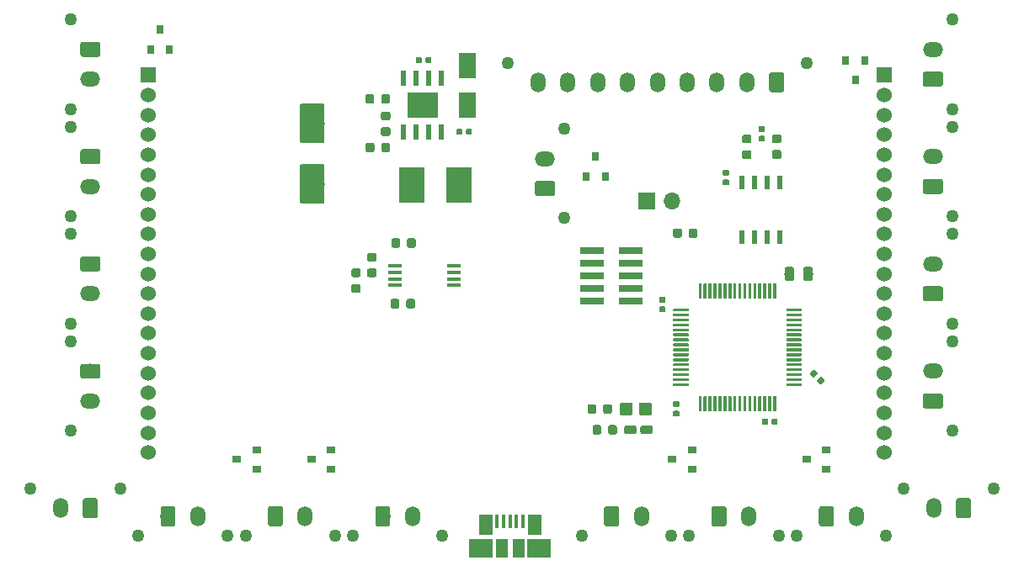
<source format=gbr>
G04 #@! TF.GenerationSoftware,KiCad,Pcbnew,(5.1.4)-1*
G04 #@! TF.CreationDate,2021-11-29T21:00:52-05:00*
G04 #@! TF.ProjectId,OpenTelemetry_Aux,4f70656e-5465-46c6-956d-657472795f41,rev?*
G04 #@! TF.SameCoordinates,Original*
G04 #@! TF.FileFunction,Soldermask,Bot*
G04 #@! TF.FilePolarity,Negative*
%FSLAX46Y46*%
G04 Gerber Fmt 4.6, Leading zero omitted, Abs format (unit mm)*
G04 Created by KiCad (PCBNEW (5.1.4)-1) date 2021-11-29 21:00:52*
%MOMM*%
%LPD*%
G04 APERTURE LIST*
%ADD10C,0.100000*%
%ADD11C,2.500000*%
%ADD12R,2.500000X3.600000*%
%ADD13R,0.800000X0.900000*%
%ADD14O,2.020000X1.500000*%
%ADD15C,1.500000*%
%ADD16C,1.270000*%
%ADD17R,0.900000X0.800000*%
%ADD18R,1.175000X1.900000*%
%ADD19R,2.375000X1.900000*%
%ADD20R,1.475000X2.100000*%
%ADD21R,0.450000X1.380000*%
%ADD22O,1.500000X2.020000*%
%ADD23C,0.875000*%
%ADD24C,0.590000*%
%ADD25C,0.975000*%
%ADD26O,1.700000X1.700000*%
%ADD27R,1.700000X1.700000*%
%ADD28C,1.300000*%
%ADD29C,0.850000*%
%ADD30R,1.524000X1.524000*%
%ADD31C,1.524000*%
%ADD32R,0.600000X1.550000*%
%ADD33R,3.100000X2.600000*%
%ADD34R,0.600000X1.400000*%
%ADD35R,1.450000X0.450000*%
%ADD36C,0.300000*%
%ADD37R,2.400000X0.740000*%
%ADD38R,1.800000X2.500000*%
G04 APERTURE END LIST*
D10*
G36*
X149324504Y-74251204D02*
G01*
X149348773Y-74254804D01*
X149372571Y-74260765D01*
X149395671Y-74269030D01*
X149417849Y-74279520D01*
X149438893Y-74292133D01*
X149458598Y-74306747D01*
X149476777Y-74323223D01*
X149493253Y-74341402D01*
X149507867Y-74361107D01*
X149520480Y-74382151D01*
X149530970Y-74404329D01*
X149539235Y-74427429D01*
X149545196Y-74451227D01*
X149548796Y-74475496D01*
X149550000Y-74500000D01*
X149550000Y-78000000D01*
X149548796Y-78024504D01*
X149545196Y-78048773D01*
X149539235Y-78072571D01*
X149530970Y-78095671D01*
X149520480Y-78117849D01*
X149507867Y-78138893D01*
X149493253Y-78158598D01*
X149476777Y-78176777D01*
X149458598Y-78193253D01*
X149438893Y-78207867D01*
X149417849Y-78220480D01*
X149395671Y-78230970D01*
X149372571Y-78239235D01*
X149348773Y-78245196D01*
X149324504Y-78248796D01*
X149300000Y-78250000D01*
X147300000Y-78250000D01*
X147275496Y-78248796D01*
X147251227Y-78245196D01*
X147227429Y-78239235D01*
X147204329Y-78230970D01*
X147182151Y-78220480D01*
X147161107Y-78207867D01*
X147141402Y-78193253D01*
X147123223Y-78176777D01*
X147106747Y-78158598D01*
X147092133Y-78138893D01*
X147079520Y-78117849D01*
X147069030Y-78095671D01*
X147060765Y-78072571D01*
X147054804Y-78048773D01*
X147051204Y-78024504D01*
X147050000Y-78000000D01*
X147050000Y-74500000D01*
X147051204Y-74475496D01*
X147054804Y-74451227D01*
X147060765Y-74427429D01*
X147069030Y-74404329D01*
X147079520Y-74382151D01*
X147092133Y-74361107D01*
X147106747Y-74341402D01*
X147123223Y-74323223D01*
X147141402Y-74306747D01*
X147161107Y-74292133D01*
X147182151Y-74279520D01*
X147204329Y-74269030D01*
X147227429Y-74260765D01*
X147251227Y-74254804D01*
X147275496Y-74251204D01*
X147300000Y-74250000D01*
X149300000Y-74250000D01*
X149324504Y-74251204D01*
X149324504Y-74251204D01*
G37*
D11*
X148300000Y-76250000D03*
D10*
G36*
X149324504Y-80351204D02*
G01*
X149348773Y-80354804D01*
X149372571Y-80360765D01*
X149395671Y-80369030D01*
X149417849Y-80379520D01*
X149438893Y-80392133D01*
X149458598Y-80406747D01*
X149476777Y-80423223D01*
X149493253Y-80441402D01*
X149507867Y-80461107D01*
X149520480Y-80482151D01*
X149530970Y-80504329D01*
X149539235Y-80527429D01*
X149545196Y-80551227D01*
X149548796Y-80575496D01*
X149550000Y-80600000D01*
X149550000Y-84100000D01*
X149548796Y-84124504D01*
X149545196Y-84148773D01*
X149539235Y-84172571D01*
X149530970Y-84195671D01*
X149520480Y-84217849D01*
X149507867Y-84238893D01*
X149493253Y-84258598D01*
X149476777Y-84276777D01*
X149458598Y-84293253D01*
X149438893Y-84307867D01*
X149417849Y-84320480D01*
X149395671Y-84330970D01*
X149372571Y-84339235D01*
X149348773Y-84345196D01*
X149324504Y-84348796D01*
X149300000Y-84350000D01*
X147300000Y-84350000D01*
X147275496Y-84348796D01*
X147251227Y-84345196D01*
X147227429Y-84339235D01*
X147204329Y-84330970D01*
X147182151Y-84320480D01*
X147161107Y-84307867D01*
X147141402Y-84293253D01*
X147123223Y-84276777D01*
X147106747Y-84258598D01*
X147092133Y-84238893D01*
X147079520Y-84217849D01*
X147069030Y-84195671D01*
X147060765Y-84172571D01*
X147054804Y-84148773D01*
X147051204Y-84124504D01*
X147050000Y-84100000D01*
X147050000Y-80600000D01*
X147051204Y-80575496D01*
X147054804Y-80551227D01*
X147060765Y-80527429D01*
X147069030Y-80504329D01*
X147079520Y-80482151D01*
X147092133Y-80461107D01*
X147106747Y-80441402D01*
X147123223Y-80423223D01*
X147141402Y-80406747D01*
X147161107Y-80392133D01*
X147182151Y-80379520D01*
X147204329Y-80369030D01*
X147227429Y-80360765D01*
X147251227Y-80354804D01*
X147275496Y-80351204D01*
X147300000Y-80350000D01*
X149300000Y-80350000D01*
X149324504Y-80351204D01*
X149324504Y-80351204D01*
G37*
D11*
X148300000Y-82350000D03*
D12*
X163030000Y-82440000D03*
X158330000Y-82440000D03*
D13*
X176800000Y-79600000D03*
X175850000Y-81600000D03*
X177750000Y-81600000D03*
D14*
X171700000Y-79800000D03*
D10*
G36*
X172484504Y-82051204D02*
G01*
X172508773Y-82054804D01*
X172532571Y-82060765D01*
X172555671Y-82069030D01*
X172577849Y-82079520D01*
X172598893Y-82092133D01*
X172618598Y-82106747D01*
X172636777Y-82123223D01*
X172653253Y-82141402D01*
X172667867Y-82161107D01*
X172680480Y-82182151D01*
X172690970Y-82204329D01*
X172699235Y-82227429D01*
X172705196Y-82251227D01*
X172708796Y-82275496D01*
X172710000Y-82300000D01*
X172710000Y-83300000D01*
X172708796Y-83324504D01*
X172705196Y-83348773D01*
X172699235Y-83372571D01*
X172690970Y-83395671D01*
X172680480Y-83417849D01*
X172667867Y-83438893D01*
X172653253Y-83458598D01*
X172636777Y-83476777D01*
X172618598Y-83493253D01*
X172598893Y-83507867D01*
X172577849Y-83520480D01*
X172555671Y-83530970D01*
X172532571Y-83539235D01*
X172508773Y-83545196D01*
X172484504Y-83548796D01*
X172460000Y-83550000D01*
X170940000Y-83550000D01*
X170915496Y-83548796D01*
X170891227Y-83545196D01*
X170867429Y-83539235D01*
X170844329Y-83530970D01*
X170822151Y-83520480D01*
X170801107Y-83507867D01*
X170781402Y-83493253D01*
X170763223Y-83476777D01*
X170746747Y-83458598D01*
X170732133Y-83438893D01*
X170719520Y-83417849D01*
X170709030Y-83395671D01*
X170700765Y-83372571D01*
X170694804Y-83348773D01*
X170691204Y-83324504D01*
X170690000Y-83300000D01*
X170690000Y-82300000D01*
X170691204Y-82275496D01*
X170694804Y-82251227D01*
X170700765Y-82227429D01*
X170709030Y-82204329D01*
X170719520Y-82182151D01*
X170732133Y-82161107D01*
X170746747Y-82141402D01*
X170763223Y-82123223D01*
X170781402Y-82106747D01*
X170801107Y-82092133D01*
X170822151Y-82079520D01*
X170844329Y-82069030D01*
X170867429Y-82060765D01*
X170891227Y-82054804D01*
X170915496Y-82051204D01*
X170940000Y-82050000D01*
X172460000Y-82050000D01*
X172484504Y-82051204D01*
X172484504Y-82051204D01*
G37*
D15*
X171700000Y-82800000D03*
D16*
X173660000Y-76800000D03*
X173660000Y-85800000D03*
D17*
X184500000Y-110100000D03*
X186500000Y-111050000D03*
X186500000Y-109150000D03*
D18*
X167360000Y-119000000D03*
X169040000Y-119000000D03*
D19*
X165290000Y-119000000D03*
X171110000Y-119000000D03*
D20*
X165737500Y-116700000D03*
X170662500Y-116700000D03*
D21*
X166900000Y-116340000D03*
X167550000Y-116340000D03*
X168200000Y-116340000D03*
X168850000Y-116340000D03*
X169500000Y-116340000D03*
D22*
X158400000Y-115800000D03*
D10*
G36*
X155924504Y-114791204D02*
G01*
X155948773Y-114794804D01*
X155972571Y-114800765D01*
X155995671Y-114809030D01*
X156017849Y-114819520D01*
X156038893Y-114832133D01*
X156058598Y-114846747D01*
X156076777Y-114863223D01*
X156093253Y-114881402D01*
X156107867Y-114901107D01*
X156120480Y-114922151D01*
X156130970Y-114944329D01*
X156139235Y-114967429D01*
X156145196Y-114991227D01*
X156148796Y-115015496D01*
X156150000Y-115040000D01*
X156150000Y-116560000D01*
X156148796Y-116584504D01*
X156145196Y-116608773D01*
X156139235Y-116632571D01*
X156130970Y-116655671D01*
X156120480Y-116677849D01*
X156107867Y-116698893D01*
X156093253Y-116718598D01*
X156076777Y-116736777D01*
X156058598Y-116753253D01*
X156038893Y-116767867D01*
X156017849Y-116780480D01*
X155995671Y-116790970D01*
X155972571Y-116799235D01*
X155948773Y-116805196D01*
X155924504Y-116808796D01*
X155900000Y-116810000D01*
X154900000Y-116810000D01*
X154875496Y-116808796D01*
X154851227Y-116805196D01*
X154827429Y-116799235D01*
X154804329Y-116790970D01*
X154782151Y-116780480D01*
X154761107Y-116767867D01*
X154741402Y-116753253D01*
X154723223Y-116736777D01*
X154706747Y-116718598D01*
X154692133Y-116698893D01*
X154679520Y-116677849D01*
X154669030Y-116655671D01*
X154660765Y-116632571D01*
X154654804Y-116608773D01*
X154651204Y-116584504D01*
X154650000Y-116560000D01*
X154650000Y-115040000D01*
X154651204Y-115015496D01*
X154654804Y-114991227D01*
X154660765Y-114967429D01*
X154669030Y-114944329D01*
X154679520Y-114922151D01*
X154692133Y-114901107D01*
X154706747Y-114881402D01*
X154723223Y-114863223D01*
X154741402Y-114846747D01*
X154761107Y-114832133D01*
X154782151Y-114819520D01*
X154804329Y-114809030D01*
X154827429Y-114800765D01*
X154851227Y-114794804D01*
X154875496Y-114791204D01*
X154900000Y-114790000D01*
X155900000Y-114790000D01*
X155924504Y-114791204D01*
X155924504Y-114791204D01*
G37*
D15*
X155400000Y-115800000D03*
D16*
X161400000Y-117760000D03*
X152400000Y-117760000D03*
D22*
X171000000Y-72100000D03*
X174000000Y-72100000D03*
X177000000Y-72100000D03*
X180000000Y-72100000D03*
X183000000Y-72100000D03*
X186000000Y-72100000D03*
X189000000Y-72100000D03*
X192000000Y-72100000D03*
D10*
G36*
X195524504Y-71091204D02*
G01*
X195548773Y-71094804D01*
X195572571Y-71100765D01*
X195595671Y-71109030D01*
X195617849Y-71119520D01*
X195638893Y-71132133D01*
X195658598Y-71146747D01*
X195676777Y-71163223D01*
X195693253Y-71181402D01*
X195707867Y-71201107D01*
X195720480Y-71222151D01*
X195730970Y-71244329D01*
X195739235Y-71267429D01*
X195745196Y-71291227D01*
X195748796Y-71315496D01*
X195750000Y-71340000D01*
X195750000Y-72860000D01*
X195748796Y-72884504D01*
X195745196Y-72908773D01*
X195739235Y-72932571D01*
X195730970Y-72955671D01*
X195720480Y-72977849D01*
X195707867Y-72998893D01*
X195693253Y-73018598D01*
X195676777Y-73036777D01*
X195658598Y-73053253D01*
X195638893Y-73067867D01*
X195617849Y-73080480D01*
X195595671Y-73090970D01*
X195572571Y-73099235D01*
X195548773Y-73105196D01*
X195524504Y-73108796D01*
X195500000Y-73110000D01*
X194500000Y-73110000D01*
X194475496Y-73108796D01*
X194451227Y-73105196D01*
X194427429Y-73099235D01*
X194404329Y-73090970D01*
X194382151Y-73080480D01*
X194361107Y-73067867D01*
X194341402Y-73053253D01*
X194323223Y-73036777D01*
X194306747Y-73018598D01*
X194292133Y-72998893D01*
X194279520Y-72977849D01*
X194269030Y-72955671D01*
X194260765Y-72932571D01*
X194254804Y-72908773D01*
X194251204Y-72884504D01*
X194250000Y-72860000D01*
X194250000Y-71340000D01*
X194251204Y-71315496D01*
X194254804Y-71291227D01*
X194260765Y-71267429D01*
X194269030Y-71244329D01*
X194279520Y-71222151D01*
X194292133Y-71201107D01*
X194306747Y-71181402D01*
X194323223Y-71163223D01*
X194341402Y-71146747D01*
X194361107Y-71132133D01*
X194382151Y-71119520D01*
X194404329Y-71109030D01*
X194427429Y-71100765D01*
X194451227Y-71094804D01*
X194475496Y-71091204D01*
X194500000Y-71090000D01*
X195500000Y-71090000D01*
X195524504Y-71091204D01*
X195524504Y-71091204D01*
G37*
D15*
X195000000Y-72100000D03*
D16*
X168000000Y-70140000D03*
X198000000Y-70140000D03*
D22*
X192200000Y-115800000D03*
D10*
G36*
X189724504Y-114791204D02*
G01*
X189748773Y-114794804D01*
X189772571Y-114800765D01*
X189795671Y-114809030D01*
X189817849Y-114819520D01*
X189838893Y-114832133D01*
X189858598Y-114846747D01*
X189876777Y-114863223D01*
X189893253Y-114881402D01*
X189907867Y-114901107D01*
X189920480Y-114922151D01*
X189930970Y-114944329D01*
X189939235Y-114967429D01*
X189945196Y-114991227D01*
X189948796Y-115015496D01*
X189950000Y-115040000D01*
X189950000Y-116560000D01*
X189948796Y-116584504D01*
X189945196Y-116608773D01*
X189939235Y-116632571D01*
X189930970Y-116655671D01*
X189920480Y-116677849D01*
X189907867Y-116698893D01*
X189893253Y-116718598D01*
X189876777Y-116736777D01*
X189858598Y-116753253D01*
X189838893Y-116767867D01*
X189817849Y-116780480D01*
X189795671Y-116790970D01*
X189772571Y-116799235D01*
X189748773Y-116805196D01*
X189724504Y-116808796D01*
X189700000Y-116810000D01*
X188700000Y-116810000D01*
X188675496Y-116808796D01*
X188651227Y-116805196D01*
X188627429Y-116799235D01*
X188604329Y-116790970D01*
X188582151Y-116780480D01*
X188561107Y-116767867D01*
X188541402Y-116753253D01*
X188523223Y-116736777D01*
X188506747Y-116718598D01*
X188492133Y-116698893D01*
X188479520Y-116677849D01*
X188469030Y-116655671D01*
X188460765Y-116632571D01*
X188454804Y-116608773D01*
X188451204Y-116584504D01*
X188450000Y-116560000D01*
X188450000Y-115040000D01*
X188451204Y-115015496D01*
X188454804Y-114991227D01*
X188460765Y-114967429D01*
X188469030Y-114944329D01*
X188479520Y-114922151D01*
X188492133Y-114901107D01*
X188506747Y-114881402D01*
X188523223Y-114863223D01*
X188541402Y-114846747D01*
X188561107Y-114832133D01*
X188582151Y-114819520D01*
X188604329Y-114809030D01*
X188627429Y-114800765D01*
X188651227Y-114794804D01*
X188675496Y-114791204D01*
X188700000Y-114790000D01*
X189700000Y-114790000D01*
X189724504Y-114791204D01*
X189724504Y-114791204D01*
G37*
D15*
X189200000Y-115800000D03*
D16*
X195200000Y-117760000D03*
X186200000Y-117760000D03*
D22*
X136800000Y-115800000D03*
D10*
G36*
X134324504Y-114791204D02*
G01*
X134348773Y-114794804D01*
X134372571Y-114800765D01*
X134395671Y-114809030D01*
X134417849Y-114819520D01*
X134438893Y-114832133D01*
X134458598Y-114846747D01*
X134476777Y-114863223D01*
X134493253Y-114881402D01*
X134507867Y-114901107D01*
X134520480Y-114922151D01*
X134530970Y-114944329D01*
X134539235Y-114967429D01*
X134545196Y-114991227D01*
X134548796Y-115015496D01*
X134550000Y-115040000D01*
X134550000Y-116560000D01*
X134548796Y-116584504D01*
X134545196Y-116608773D01*
X134539235Y-116632571D01*
X134530970Y-116655671D01*
X134520480Y-116677849D01*
X134507867Y-116698893D01*
X134493253Y-116718598D01*
X134476777Y-116736777D01*
X134458598Y-116753253D01*
X134438893Y-116767867D01*
X134417849Y-116780480D01*
X134395671Y-116790970D01*
X134372571Y-116799235D01*
X134348773Y-116805196D01*
X134324504Y-116808796D01*
X134300000Y-116810000D01*
X133300000Y-116810000D01*
X133275496Y-116808796D01*
X133251227Y-116805196D01*
X133227429Y-116799235D01*
X133204329Y-116790970D01*
X133182151Y-116780480D01*
X133161107Y-116767867D01*
X133141402Y-116753253D01*
X133123223Y-116736777D01*
X133106747Y-116718598D01*
X133092133Y-116698893D01*
X133079520Y-116677849D01*
X133069030Y-116655671D01*
X133060765Y-116632571D01*
X133054804Y-116608773D01*
X133051204Y-116584504D01*
X133050000Y-116560000D01*
X133050000Y-115040000D01*
X133051204Y-115015496D01*
X133054804Y-114991227D01*
X133060765Y-114967429D01*
X133069030Y-114944329D01*
X133079520Y-114922151D01*
X133092133Y-114901107D01*
X133106747Y-114881402D01*
X133123223Y-114863223D01*
X133141402Y-114846747D01*
X133161107Y-114832133D01*
X133182151Y-114819520D01*
X133204329Y-114809030D01*
X133227429Y-114800765D01*
X133251227Y-114794804D01*
X133275496Y-114791204D01*
X133300000Y-114790000D01*
X134300000Y-114790000D01*
X134324504Y-114791204D01*
X134324504Y-114791204D01*
G37*
D15*
X133800000Y-115800000D03*
D16*
X139800000Y-117760000D03*
X130800000Y-117760000D03*
D22*
X181400000Y-115800000D03*
D10*
G36*
X178924504Y-114791204D02*
G01*
X178948773Y-114794804D01*
X178972571Y-114800765D01*
X178995671Y-114809030D01*
X179017849Y-114819520D01*
X179038893Y-114832133D01*
X179058598Y-114846747D01*
X179076777Y-114863223D01*
X179093253Y-114881402D01*
X179107867Y-114901107D01*
X179120480Y-114922151D01*
X179130970Y-114944329D01*
X179139235Y-114967429D01*
X179145196Y-114991227D01*
X179148796Y-115015496D01*
X179150000Y-115040000D01*
X179150000Y-116560000D01*
X179148796Y-116584504D01*
X179145196Y-116608773D01*
X179139235Y-116632571D01*
X179130970Y-116655671D01*
X179120480Y-116677849D01*
X179107867Y-116698893D01*
X179093253Y-116718598D01*
X179076777Y-116736777D01*
X179058598Y-116753253D01*
X179038893Y-116767867D01*
X179017849Y-116780480D01*
X178995671Y-116790970D01*
X178972571Y-116799235D01*
X178948773Y-116805196D01*
X178924504Y-116808796D01*
X178900000Y-116810000D01*
X177900000Y-116810000D01*
X177875496Y-116808796D01*
X177851227Y-116805196D01*
X177827429Y-116799235D01*
X177804329Y-116790970D01*
X177782151Y-116780480D01*
X177761107Y-116767867D01*
X177741402Y-116753253D01*
X177723223Y-116736777D01*
X177706747Y-116718598D01*
X177692133Y-116698893D01*
X177679520Y-116677849D01*
X177669030Y-116655671D01*
X177660765Y-116632571D01*
X177654804Y-116608773D01*
X177651204Y-116584504D01*
X177650000Y-116560000D01*
X177650000Y-115040000D01*
X177651204Y-115015496D01*
X177654804Y-114991227D01*
X177660765Y-114967429D01*
X177669030Y-114944329D01*
X177679520Y-114922151D01*
X177692133Y-114901107D01*
X177706747Y-114881402D01*
X177723223Y-114863223D01*
X177741402Y-114846747D01*
X177761107Y-114832133D01*
X177782151Y-114819520D01*
X177804329Y-114809030D01*
X177827429Y-114800765D01*
X177851227Y-114794804D01*
X177875496Y-114791204D01*
X177900000Y-114790000D01*
X178900000Y-114790000D01*
X178924504Y-114791204D01*
X178924504Y-114791204D01*
G37*
D15*
X178400000Y-115800000D03*
D16*
X184400000Y-117760000D03*
X175400000Y-117760000D03*
D14*
X210700000Y-101200000D03*
D10*
G36*
X211484504Y-103451204D02*
G01*
X211508773Y-103454804D01*
X211532571Y-103460765D01*
X211555671Y-103469030D01*
X211577849Y-103479520D01*
X211598893Y-103492133D01*
X211618598Y-103506747D01*
X211636777Y-103523223D01*
X211653253Y-103541402D01*
X211667867Y-103561107D01*
X211680480Y-103582151D01*
X211690970Y-103604329D01*
X211699235Y-103627429D01*
X211705196Y-103651227D01*
X211708796Y-103675496D01*
X211710000Y-103700000D01*
X211710000Y-104700000D01*
X211708796Y-104724504D01*
X211705196Y-104748773D01*
X211699235Y-104772571D01*
X211690970Y-104795671D01*
X211680480Y-104817849D01*
X211667867Y-104838893D01*
X211653253Y-104858598D01*
X211636777Y-104876777D01*
X211618598Y-104893253D01*
X211598893Y-104907867D01*
X211577849Y-104920480D01*
X211555671Y-104930970D01*
X211532571Y-104939235D01*
X211508773Y-104945196D01*
X211484504Y-104948796D01*
X211460000Y-104950000D01*
X209940000Y-104950000D01*
X209915496Y-104948796D01*
X209891227Y-104945196D01*
X209867429Y-104939235D01*
X209844329Y-104930970D01*
X209822151Y-104920480D01*
X209801107Y-104907867D01*
X209781402Y-104893253D01*
X209763223Y-104876777D01*
X209746747Y-104858598D01*
X209732133Y-104838893D01*
X209719520Y-104817849D01*
X209709030Y-104795671D01*
X209700765Y-104772571D01*
X209694804Y-104748773D01*
X209691204Y-104724504D01*
X209690000Y-104700000D01*
X209690000Y-103700000D01*
X209691204Y-103675496D01*
X209694804Y-103651227D01*
X209700765Y-103627429D01*
X209709030Y-103604329D01*
X209719520Y-103582151D01*
X209732133Y-103561107D01*
X209746747Y-103541402D01*
X209763223Y-103523223D01*
X209781402Y-103506747D01*
X209801107Y-103492133D01*
X209822151Y-103479520D01*
X209844329Y-103469030D01*
X209867429Y-103460765D01*
X209891227Y-103454804D01*
X209915496Y-103451204D01*
X209940000Y-103450000D01*
X211460000Y-103450000D01*
X211484504Y-103451204D01*
X211484504Y-103451204D01*
G37*
D15*
X210700000Y-104200000D03*
D16*
X212660000Y-98200000D03*
X212660000Y-107200000D03*
D22*
X147600000Y-115800000D03*
D10*
G36*
X145124504Y-114791204D02*
G01*
X145148773Y-114794804D01*
X145172571Y-114800765D01*
X145195671Y-114809030D01*
X145217849Y-114819520D01*
X145238893Y-114832133D01*
X145258598Y-114846747D01*
X145276777Y-114863223D01*
X145293253Y-114881402D01*
X145307867Y-114901107D01*
X145320480Y-114922151D01*
X145330970Y-114944329D01*
X145339235Y-114967429D01*
X145345196Y-114991227D01*
X145348796Y-115015496D01*
X145350000Y-115040000D01*
X145350000Y-116560000D01*
X145348796Y-116584504D01*
X145345196Y-116608773D01*
X145339235Y-116632571D01*
X145330970Y-116655671D01*
X145320480Y-116677849D01*
X145307867Y-116698893D01*
X145293253Y-116718598D01*
X145276777Y-116736777D01*
X145258598Y-116753253D01*
X145238893Y-116767867D01*
X145217849Y-116780480D01*
X145195671Y-116790970D01*
X145172571Y-116799235D01*
X145148773Y-116805196D01*
X145124504Y-116808796D01*
X145100000Y-116810000D01*
X144100000Y-116810000D01*
X144075496Y-116808796D01*
X144051227Y-116805196D01*
X144027429Y-116799235D01*
X144004329Y-116790970D01*
X143982151Y-116780480D01*
X143961107Y-116767867D01*
X143941402Y-116753253D01*
X143923223Y-116736777D01*
X143906747Y-116718598D01*
X143892133Y-116698893D01*
X143879520Y-116677849D01*
X143869030Y-116655671D01*
X143860765Y-116632571D01*
X143854804Y-116608773D01*
X143851204Y-116584504D01*
X143850000Y-116560000D01*
X143850000Y-115040000D01*
X143851204Y-115015496D01*
X143854804Y-114991227D01*
X143860765Y-114967429D01*
X143869030Y-114944329D01*
X143879520Y-114922151D01*
X143892133Y-114901107D01*
X143906747Y-114881402D01*
X143923223Y-114863223D01*
X143941402Y-114846747D01*
X143961107Y-114832133D01*
X143982151Y-114819520D01*
X144004329Y-114809030D01*
X144027429Y-114800765D01*
X144051227Y-114794804D01*
X144075496Y-114791204D01*
X144100000Y-114790000D01*
X145100000Y-114790000D01*
X145124504Y-114791204D01*
X145124504Y-114791204D01*
G37*
D15*
X144600000Y-115800000D03*
D16*
X150600000Y-117760000D03*
X141600000Y-117760000D03*
D14*
X126000000Y-104200000D03*
D10*
G36*
X126784504Y-100451204D02*
G01*
X126808773Y-100454804D01*
X126832571Y-100460765D01*
X126855671Y-100469030D01*
X126877849Y-100479520D01*
X126898893Y-100492133D01*
X126918598Y-100506747D01*
X126936777Y-100523223D01*
X126953253Y-100541402D01*
X126967867Y-100561107D01*
X126980480Y-100582151D01*
X126990970Y-100604329D01*
X126999235Y-100627429D01*
X127005196Y-100651227D01*
X127008796Y-100675496D01*
X127010000Y-100700000D01*
X127010000Y-101700000D01*
X127008796Y-101724504D01*
X127005196Y-101748773D01*
X126999235Y-101772571D01*
X126990970Y-101795671D01*
X126980480Y-101817849D01*
X126967867Y-101838893D01*
X126953253Y-101858598D01*
X126936777Y-101876777D01*
X126918598Y-101893253D01*
X126898893Y-101907867D01*
X126877849Y-101920480D01*
X126855671Y-101930970D01*
X126832571Y-101939235D01*
X126808773Y-101945196D01*
X126784504Y-101948796D01*
X126760000Y-101950000D01*
X125240000Y-101950000D01*
X125215496Y-101948796D01*
X125191227Y-101945196D01*
X125167429Y-101939235D01*
X125144329Y-101930970D01*
X125122151Y-101920480D01*
X125101107Y-101907867D01*
X125081402Y-101893253D01*
X125063223Y-101876777D01*
X125046747Y-101858598D01*
X125032133Y-101838893D01*
X125019520Y-101817849D01*
X125009030Y-101795671D01*
X125000765Y-101772571D01*
X124994804Y-101748773D01*
X124991204Y-101724504D01*
X124990000Y-101700000D01*
X124990000Y-100700000D01*
X124991204Y-100675496D01*
X124994804Y-100651227D01*
X125000765Y-100627429D01*
X125009030Y-100604329D01*
X125019520Y-100582151D01*
X125032133Y-100561107D01*
X125046747Y-100541402D01*
X125063223Y-100523223D01*
X125081402Y-100506747D01*
X125101107Y-100492133D01*
X125122151Y-100479520D01*
X125144329Y-100469030D01*
X125167429Y-100460765D01*
X125191227Y-100454804D01*
X125215496Y-100451204D01*
X125240000Y-100450000D01*
X126760000Y-100450000D01*
X126784504Y-100451204D01*
X126784504Y-100451204D01*
G37*
D15*
X126000000Y-101200000D03*
D16*
X124040000Y-107200000D03*
X124040000Y-98200000D03*
D14*
X126000000Y-93400000D03*
D10*
G36*
X126784504Y-89651204D02*
G01*
X126808773Y-89654804D01*
X126832571Y-89660765D01*
X126855671Y-89669030D01*
X126877849Y-89679520D01*
X126898893Y-89692133D01*
X126918598Y-89706747D01*
X126936777Y-89723223D01*
X126953253Y-89741402D01*
X126967867Y-89761107D01*
X126980480Y-89782151D01*
X126990970Y-89804329D01*
X126999235Y-89827429D01*
X127005196Y-89851227D01*
X127008796Y-89875496D01*
X127010000Y-89900000D01*
X127010000Y-90900000D01*
X127008796Y-90924504D01*
X127005196Y-90948773D01*
X126999235Y-90972571D01*
X126990970Y-90995671D01*
X126980480Y-91017849D01*
X126967867Y-91038893D01*
X126953253Y-91058598D01*
X126936777Y-91076777D01*
X126918598Y-91093253D01*
X126898893Y-91107867D01*
X126877849Y-91120480D01*
X126855671Y-91130970D01*
X126832571Y-91139235D01*
X126808773Y-91145196D01*
X126784504Y-91148796D01*
X126760000Y-91150000D01*
X125240000Y-91150000D01*
X125215496Y-91148796D01*
X125191227Y-91145196D01*
X125167429Y-91139235D01*
X125144329Y-91130970D01*
X125122151Y-91120480D01*
X125101107Y-91107867D01*
X125081402Y-91093253D01*
X125063223Y-91076777D01*
X125046747Y-91058598D01*
X125032133Y-91038893D01*
X125019520Y-91017849D01*
X125009030Y-90995671D01*
X125000765Y-90972571D01*
X124994804Y-90948773D01*
X124991204Y-90924504D01*
X124990000Y-90900000D01*
X124990000Y-89900000D01*
X124991204Y-89875496D01*
X124994804Y-89851227D01*
X125000765Y-89827429D01*
X125009030Y-89804329D01*
X125019520Y-89782151D01*
X125032133Y-89761107D01*
X125046747Y-89741402D01*
X125063223Y-89723223D01*
X125081402Y-89706747D01*
X125101107Y-89692133D01*
X125122151Y-89679520D01*
X125144329Y-89669030D01*
X125167429Y-89660765D01*
X125191227Y-89654804D01*
X125215496Y-89651204D01*
X125240000Y-89650000D01*
X126760000Y-89650000D01*
X126784504Y-89651204D01*
X126784504Y-89651204D01*
G37*
D15*
X126000000Y-90400000D03*
D16*
X124040000Y-96400000D03*
X124040000Y-87400000D03*
D22*
X123000000Y-115000000D03*
D10*
G36*
X126524504Y-113991204D02*
G01*
X126548773Y-113994804D01*
X126572571Y-114000765D01*
X126595671Y-114009030D01*
X126617849Y-114019520D01*
X126638893Y-114032133D01*
X126658598Y-114046747D01*
X126676777Y-114063223D01*
X126693253Y-114081402D01*
X126707867Y-114101107D01*
X126720480Y-114122151D01*
X126730970Y-114144329D01*
X126739235Y-114167429D01*
X126745196Y-114191227D01*
X126748796Y-114215496D01*
X126750000Y-114240000D01*
X126750000Y-115760000D01*
X126748796Y-115784504D01*
X126745196Y-115808773D01*
X126739235Y-115832571D01*
X126730970Y-115855671D01*
X126720480Y-115877849D01*
X126707867Y-115898893D01*
X126693253Y-115918598D01*
X126676777Y-115936777D01*
X126658598Y-115953253D01*
X126638893Y-115967867D01*
X126617849Y-115980480D01*
X126595671Y-115990970D01*
X126572571Y-115999235D01*
X126548773Y-116005196D01*
X126524504Y-116008796D01*
X126500000Y-116010000D01*
X125500000Y-116010000D01*
X125475496Y-116008796D01*
X125451227Y-116005196D01*
X125427429Y-115999235D01*
X125404329Y-115990970D01*
X125382151Y-115980480D01*
X125361107Y-115967867D01*
X125341402Y-115953253D01*
X125323223Y-115936777D01*
X125306747Y-115918598D01*
X125292133Y-115898893D01*
X125279520Y-115877849D01*
X125269030Y-115855671D01*
X125260765Y-115832571D01*
X125254804Y-115808773D01*
X125251204Y-115784504D01*
X125250000Y-115760000D01*
X125250000Y-114240000D01*
X125251204Y-114215496D01*
X125254804Y-114191227D01*
X125260765Y-114167429D01*
X125269030Y-114144329D01*
X125279520Y-114122151D01*
X125292133Y-114101107D01*
X125306747Y-114081402D01*
X125323223Y-114063223D01*
X125341402Y-114046747D01*
X125361107Y-114032133D01*
X125382151Y-114019520D01*
X125404329Y-114009030D01*
X125427429Y-114000765D01*
X125451227Y-113994804D01*
X125475496Y-113991204D01*
X125500000Y-113990000D01*
X126500000Y-113990000D01*
X126524504Y-113991204D01*
X126524504Y-113991204D01*
G37*
D15*
X126000000Y-115000000D03*
D16*
X120000000Y-113040000D03*
X129000000Y-113040000D03*
D14*
X210700000Y-90400000D03*
D10*
G36*
X211484504Y-92651204D02*
G01*
X211508773Y-92654804D01*
X211532571Y-92660765D01*
X211555671Y-92669030D01*
X211577849Y-92679520D01*
X211598893Y-92692133D01*
X211618598Y-92706747D01*
X211636777Y-92723223D01*
X211653253Y-92741402D01*
X211667867Y-92761107D01*
X211680480Y-92782151D01*
X211690970Y-92804329D01*
X211699235Y-92827429D01*
X211705196Y-92851227D01*
X211708796Y-92875496D01*
X211710000Y-92900000D01*
X211710000Y-93900000D01*
X211708796Y-93924504D01*
X211705196Y-93948773D01*
X211699235Y-93972571D01*
X211690970Y-93995671D01*
X211680480Y-94017849D01*
X211667867Y-94038893D01*
X211653253Y-94058598D01*
X211636777Y-94076777D01*
X211618598Y-94093253D01*
X211598893Y-94107867D01*
X211577849Y-94120480D01*
X211555671Y-94130970D01*
X211532571Y-94139235D01*
X211508773Y-94145196D01*
X211484504Y-94148796D01*
X211460000Y-94150000D01*
X209940000Y-94150000D01*
X209915496Y-94148796D01*
X209891227Y-94145196D01*
X209867429Y-94139235D01*
X209844329Y-94130970D01*
X209822151Y-94120480D01*
X209801107Y-94107867D01*
X209781402Y-94093253D01*
X209763223Y-94076777D01*
X209746747Y-94058598D01*
X209732133Y-94038893D01*
X209719520Y-94017849D01*
X209709030Y-93995671D01*
X209700765Y-93972571D01*
X209694804Y-93948773D01*
X209691204Y-93924504D01*
X209690000Y-93900000D01*
X209690000Y-92900000D01*
X209691204Y-92875496D01*
X209694804Y-92851227D01*
X209700765Y-92827429D01*
X209709030Y-92804329D01*
X209719520Y-92782151D01*
X209732133Y-92761107D01*
X209746747Y-92741402D01*
X209763223Y-92723223D01*
X209781402Y-92706747D01*
X209801107Y-92692133D01*
X209822151Y-92679520D01*
X209844329Y-92669030D01*
X209867429Y-92660765D01*
X209891227Y-92654804D01*
X209915496Y-92651204D01*
X209940000Y-92650000D01*
X211460000Y-92650000D01*
X211484504Y-92651204D01*
X211484504Y-92651204D01*
G37*
D15*
X210700000Y-93400000D03*
D16*
X212660000Y-87400000D03*
X212660000Y-96400000D03*
D22*
X203000000Y-115800000D03*
D10*
G36*
X200524504Y-114791204D02*
G01*
X200548773Y-114794804D01*
X200572571Y-114800765D01*
X200595671Y-114809030D01*
X200617849Y-114819520D01*
X200638893Y-114832133D01*
X200658598Y-114846747D01*
X200676777Y-114863223D01*
X200693253Y-114881402D01*
X200707867Y-114901107D01*
X200720480Y-114922151D01*
X200730970Y-114944329D01*
X200739235Y-114967429D01*
X200745196Y-114991227D01*
X200748796Y-115015496D01*
X200750000Y-115040000D01*
X200750000Y-116560000D01*
X200748796Y-116584504D01*
X200745196Y-116608773D01*
X200739235Y-116632571D01*
X200730970Y-116655671D01*
X200720480Y-116677849D01*
X200707867Y-116698893D01*
X200693253Y-116718598D01*
X200676777Y-116736777D01*
X200658598Y-116753253D01*
X200638893Y-116767867D01*
X200617849Y-116780480D01*
X200595671Y-116790970D01*
X200572571Y-116799235D01*
X200548773Y-116805196D01*
X200524504Y-116808796D01*
X200500000Y-116810000D01*
X199500000Y-116810000D01*
X199475496Y-116808796D01*
X199451227Y-116805196D01*
X199427429Y-116799235D01*
X199404329Y-116790970D01*
X199382151Y-116780480D01*
X199361107Y-116767867D01*
X199341402Y-116753253D01*
X199323223Y-116736777D01*
X199306747Y-116718598D01*
X199292133Y-116698893D01*
X199279520Y-116677849D01*
X199269030Y-116655671D01*
X199260765Y-116632571D01*
X199254804Y-116608773D01*
X199251204Y-116584504D01*
X199250000Y-116560000D01*
X199250000Y-115040000D01*
X199251204Y-115015496D01*
X199254804Y-114991227D01*
X199260765Y-114967429D01*
X199269030Y-114944329D01*
X199279520Y-114922151D01*
X199292133Y-114901107D01*
X199306747Y-114881402D01*
X199323223Y-114863223D01*
X199341402Y-114846747D01*
X199361107Y-114832133D01*
X199382151Y-114819520D01*
X199404329Y-114809030D01*
X199427429Y-114800765D01*
X199451227Y-114794804D01*
X199475496Y-114791204D01*
X199500000Y-114790000D01*
X200500000Y-114790000D01*
X200524504Y-114791204D01*
X200524504Y-114791204D01*
G37*
D15*
X200000000Y-115800000D03*
D16*
X206000000Y-117760000D03*
X197000000Y-117760000D03*
D22*
X210800000Y-115000000D03*
D10*
G36*
X214324504Y-113991204D02*
G01*
X214348773Y-113994804D01*
X214372571Y-114000765D01*
X214395671Y-114009030D01*
X214417849Y-114019520D01*
X214438893Y-114032133D01*
X214458598Y-114046747D01*
X214476777Y-114063223D01*
X214493253Y-114081402D01*
X214507867Y-114101107D01*
X214520480Y-114122151D01*
X214530970Y-114144329D01*
X214539235Y-114167429D01*
X214545196Y-114191227D01*
X214548796Y-114215496D01*
X214550000Y-114240000D01*
X214550000Y-115760000D01*
X214548796Y-115784504D01*
X214545196Y-115808773D01*
X214539235Y-115832571D01*
X214530970Y-115855671D01*
X214520480Y-115877849D01*
X214507867Y-115898893D01*
X214493253Y-115918598D01*
X214476777Y-115936777D01*
X214458598Y-115953253D01*
X214438893Y-115967867D01*
X214417849Y-115980480D01*
X214395671Y-115990970D01*
X214372571Y-115999235D01*
X214348773Y-116005196D01*
X214324504Y-116008796D01*
X214300000Y-116010000D01*
X213300000Y-116010000D01*
X213275496Y-116008796D01*
X213251227Y-116005196D01*
X213227429Y-115999235D01*
X213204329Y-115990970D01*
X213182151Y-115980480D01*
X213161107Y-115967867D01*
X213141402Y-115953253D01*
X213123223Y-115936777D01*
X213106747Y-115918598D01*
X213092133Y-115898893D01*
X213079520Y-115877849D01*
X213069030Y-115855671D01*
X213060765Y-115832571D01*
X213054804Y-115808773D01*
X213051204Y-115784504D01*
X213050000Y-115760000D01*
X213050000Y-114240000D01*
X213051204Y-114215496D01*
X213054804Y-114191227D01*
X213060765Y-114167429D01*
X213069030Y-114144329D01*
X213079520Y-114122151D01*
X213092133Y-114101107D01*
X213106747Y-114081402D01*
X213123223Y-114063223D01*
X213141402Y-114046747D01*
X213161107Y-114032133D01*
X213182151Y-114019520D01*
X213204329Y-114009030D01*
X213227429Y-114000765D01*
X213251227Y-113994804D01*
X213275496Y-113991204D01*
X213300000Y-113990000D01*
X214300000Y-113990000D01*
X214324504Y-113991204D01*
X214324504Y-113991204D01*
G37*
D15*
X213800000Y-115000000D03*
D16*
X207800000Y-113040000D03*
X216800000Y-113040000D03*
D14*
X210700000Y-79600000D03*
D10*
G36*
X211484504Y-81851204D02*
G01*
X211508773Y-81854804D01*
X211532571Y-81860765D01*
X211555671Y-81869030D01*
X211577849Y-81879520D01*
X211598893Y-81892133D01*
X211618598Y-81906747D01*
X211636777Y-81923223D01*
X211653253Y-81941402D01*
X211667867Y-81961107D01*
X211680480Y-81982151D01*
X211690970Y-82004329D01*
X211699235Y-82027429D01*
X211705196Y-82051227D01*
X211708796Y-82075496D01*
X211710000Y-82100000D01*
X211710000Y-83100000D01*
X211708796Y-83124504D01*
X211705196Y-83148773D01*
X211699235Y-83172571D01*
X211690970Y-83195671D01*
X211680480Y-83217849D01*
X211667867Y-83238893D01*
X211653253Y-83258598D01*
X211636777Y-83276777D01*
X211618598Y-83293253D01*
X211598893Y-83307867D01*
X211577849Y-83320480D01*
X211555671Y-83330970D01*
X211532571Y-83339235D01*
X211508773Y-83345196D01*
X211484504Y-83348796D01*
X211460000Y-83350000D01*
X209940000Y-83350000D01*
X209915496Y-83348796D01*
X209891227Y-83345196D01*
X209867429Y-83339235D01*
X209844329Y-83330970D01*
X209822151Y-83320480D01*
X209801107Y-83307867D01*
X209781402Y-83293253D01*
X209763223Y-83276777D01*
X209746747Y-83258598D01*
X209732133Y-83238893D01*
X209719520Y-83217849D01*
X209709030Y-83195671D01*
X209700765Y-83172571D01*
X209694804Y-83148773D01*
X209691204Y-83124504D01*
X209690000Y-83100000D01*
X209690000Y-82100000D01*
X209691204Y-82075496D01*
X209694804Y-82051227D01*
X209700765Y-82027429D01*
X209709030Y-82004329D01*
X209719520Y-81982151D01*
X209732133Y-81961107D01*
X209746747Y-81941402D01*
X209763223Y-81923223D01*
X209781402Y-81906747D01*
X209801107Y-81892133D01*
X209822151Y-81879520D01*
X209844329Y-81869030D01*
X209867429Y-81860765D01*
X209891227Y-81854804D01*
X209915496Y-81851204D01*
X209940000Y-81850000D01*
X211460000Y-81850000D01*
X211484504Y-81851204D01*
X211484504Y-81851204D01*
G37*
D15*
X210700000Y-82600000D03*
D16*
X212660000Y-76600000D03*
X212660000Y-85600000D03*
D14*
X210700000Y-68800000D03*
D10*
G36*
X211484504Y-71051204D02*
G01*
X211508773Y-71054804D01*
X211532571Y-71060765D01*
X211555671Y-71069030D01*
X211577849Y-71079520D01*
X211598893Y-71092133D01*
X211618598Y-71106747D01*
X211636777Y-71123223D01*
X211653253Y-71141402D01*
X211667867Y-71161107D01*
X211680480Y-71182151D01*
X211690970Y-71204329D01*
X211699235Y-71227429D01*
X211705196Y-71251227D01*
X211708796Y-71275496D01*
X211710000Y-71300000D01*
X211710000Y-72300000D01*
X211708796Y-72324504D01*
X211705196Y-72348773D01*
X211699235Y-72372571D01*
X211690970Y-72395671D01*
X211680480Y-72417849D01*
X211667867Y-72438893D01*
X211653253Y-72458598D01*
X211636777Y-72476777D01*
X211618598Y-72493253D01*
X211598893Y-72507867D01*
X211577849Y-72520480D01*
X211555671Y-72530970D01*
X211532571Y-72539235D01*
X211508773Y-72545196D01*
X211484504Y-72548796D01*
X211460000Y-72550000D01*
X209940000Y-72550000D01*
X209915496Y-72548796D01*
X209891227Y-72545196D01*
X209867429Y-72539235D01*
X209844329Y-72530970D01*
X209822151Y-72520480D01*
X209801107Y-72507867D01*
X209781402Y-72493253D01*
X209763223Y-72476777D01*
X209746747Y-72458598D01*
X209732133Y-72438893D01*
X209719520Y-72417849D01*
X209709030Y-72395671D01*
X209700765Y-72372571D01*
X209694804Y-72348773D01*
X209691204Y-72324504D01*
X209690000Y-72300000D01*
X209690000Y-71300000D01*
X209691204Y-71275496D01*
X209694804Y-71251227D01*
X209700765Y-71227429D01*
X209709030Y-71204329D01*
X209719520Y-71182151D01*
X209732133Y-71161107D01*
X209746747Y-71141402D01*
X209763223Y-71123223D01*
X209781402Y-71106747D01*
X209801107Y-71092133D01*
X209822151Y-71079520D01*
X209844329Y-71069030D01*
X209867429Y-71060765D01*
X209891227Y-71054804D01*
X209915496Y-71051204D01*
X209940000Y-71050000D01*
X211460000Y-71050000D01*
X211484504Y-71051204D01*
X211484504Y-71051204D01*
G37*
D15*
X210700000Y-71800000D03*
D16*
X212660000Y-65800000D03*
X212660000Y-74800000D03*
D14*
X126000000Y-71800000D03*
D10*
G36*
X126784504Y-68051204D02*
G01*
X126808773Y-68054804D01*
X126832571Y-68060765D01*
X126855671Y-68069030D01*
X126877849Y-68079520D01*
X126898893Y-68092133D01*
X126918598Y-68106747D01*
X126936777Y-68123223D01*
X126953253Y-68141402D01*
X126967867Y-68161107D01*
X126980480Y-68182151D01*
X126990970Y-68204329D01*
X126999235Y-68227429D01*
X127005196Y-68251227D01*
X127008796Y-68275496D01*
X127010000Y-68300000D01*
X127010000Y-69300000D01*
X127008796Y-69324504D01*
X127005196Y-69348773D01*
X126999235Y-69372571D01*
X126990970Y-69395671D01*
X126980480Y-69417849D01*
X126967867Y-69438893D01*
X126953253Y-69458598D01*
X126936777Y-69476777D01*
X126918598Y-69493253D01*
X126898893Y-69507867D01*
X126877849Y-69520480D01*
X126855671Y-69530970D01*
X126832571Y-69539235D01*
X126808773Y-69545196D01*
X126784504Y-69548796D01*
X126760000Y-69550000D01*
X125240000Y-69550000D01*
X125215496Y-69548796D01*
X125191227Y-69545196D01*
X125167429Y-69539235D01*
X125144329Y-69530970D01*
X125122151Y-69520480D01*
X125101107Y-69507867D01*
X125081402Y-69493253D01*
X125063223Y-69476777D01*
X125046747Y-69458598D01*
X125032133Y-69438893D01*
X125019520Y-69417849D01*
X125009030Y-69395671D01*
X125000765Y-69372571D01*
X124994804Y-69348773D01*
X124991204Y-69324504D01*
X124990000Y-69300000D01*
X124990000Y-68300000D01*
X124991204Y-68275496D01*
X124994804Y-68251227D01*
X125000765Y-68227429D01*
X125009030Y-68204329D01*
X125019520Y-68182151D01*
X125032133Y-68161107D01*
X125046747Y-68141402D01*
X125063223Y-68123223D01*
X125081402Y-68106747D01*
X125101107Y-68092133D01*
X125122151Y-68079520D01*
X125144329Y-68069030D01*
X125167429Y-68060765D01*
X125191227Y-68054804D01*
X125215496Y-68051204D01*
X125240000Y-68050000D01*
X126760000Y-68050000D01*
X126784504Y-68051204D01*
X126784504Y-68051204D01*
G37*
D15*
X126000000Y-68800000D03*
D16*
X124040000Y-74800000D03*
X124040000Y-65800000D03*
D14*
X126000000Y-82600000D03*
D10*
G36*
X126784504Y-78851204D02*
G01*
X126808773Y-78854804D01*
X126832571Y-78860765D01*
X126855671Y-78869030D01*
X126877849Y-78879520D01*
X126898893Y-78892133D01*
X126918598Y-78906747D01*
X126936777Y-78923223D01*
X126953253Y-78941402D01*
X126967867Y-78961107D01*
X126980480Y-78982151D01*
X126990970Y-79004329D01*
X126999235Y-79027429D01*
X127005196Y-79051227D01*
X127008796Y-79075496D01*
X127010000Y-79100000D01*
X127010000Y-80100000D01*
X127008796Y-80124504D01*
X127005196Y-80148773D01*
X126999235Y-80172571D01*
X126990970Y-80195671D01*
X126980480Y-80217849D01*
X126967867Y-80238893D01*
X126953253Y-80258598D01*
X126936777Y-80276777D01*
X126918598Y-80293253D01*
X126898893Y-80307867D01*
X126877849Y-80320480D01*
X126855671Y-80330970D01*
X126832571Y-80339235D01*
X126808773Y-80345196D01*
X126784504Y-80348796D01*
X126760000Y-80350000D01*
X125240000Y-80350000D01*
X125215496Y-80348796D01*
X125191227Y-80345196D01*
X125167429Y-80339235D01*
X125144329Y-80330970D01*
X125122151Y-80320480D01*
X125101107Y-80307867D01*
X125081402Y-80293253D01*
X125063223Y-80276777D01*
X125046747Y-80258598D01*
X125032133Y-80238893D01*
X125019520Y-80217849D01*
X125009030Y-80195671D01*
X125000765Y-80172571D01*
X124994804Y-80148773D01*
X124991204Y-80124504D01*
X124990000Y-80100000D01*
X124990000Y-79100000D01*
X124991204Y-79075496D01*
X124994804Y-79051227D01*
X125000765Y-79027429D01*
X125009030Y-79004329D01*
X125019520Y-78982151D01*
X125032133Y-78961107D01*
X125046747Y-78941402D01*
X125063223Y-78923223D01*
X125081402Y-78906747D01*
X125101107Y-78892133D01*
X125122151Y-78879520D01*
X125144329Y-78869030D01*
X125167429Y-78860765D01*
X125191227Y-78854804D01*
X125215496Y-78851204D01*
X125240000Y-78850000D01*
X126760000Y-78850000D01*
X126784504Y-78851204D01*
X126784504Y-78851204D01*
G37*
D15*
X126000000Y-79600000D03*
D16*
X124040000Y-85600000D03*
X124040000Y-76600000D03*
D10*
G36*
X154330191Y-73316053D02*
G01*
X154351426Y-73319203D01*
X154372250Y-73324419D01*
X154392462Y-73331651D01*
X154411868Y-73340830D01*
X154430281Y-73351866D01*
X154447524Y-73364654D01*
X154463430Y-73379070D01*
X154477846Y-73394976D01*
X154490634Y-73412219D01*
X154501670Y-73430632D01*
X154510849Y-73450038D01*
X154518081Y-73470250D01*
X154523297Y-73491074D01*
X154526447Y-73512309D01*
X154527500Y-73533750D01*
X154527500Y-74046250D01*
X154526447Y-74067691D01*
X154523297Y-74088926D01*
X154518081Y-74109750D01*
X154510849Y-74129962D01*
X154501670Y-74149368D01*
X154490634Y-74167781D01*
X154477846Y-74185024D01*
X154463430Y-74200930D01*
X154447524Y-74215346D01*
X154430281Y-74228134D01*
X154411868Y-74239170D01*
X154392462Y-74248349D01*
X154372250Y-74255581D01*
X154351426Y-74260797D01*
X154330191Y-74263947D01*
X154308750Y-74265000D01*
X153871250Y-74265000D01*
X153849809Y-74263947D01*
X153828574Y-74260797D01*
X153807750Y-74255581D01*
X153787538Y-74248349D01*
X153768132Y-74239170D01*
X153749719Y-74228134D01*
X153732476Y-74215346D01*
X153716570Y-74200930D01*
X153702154Y-74185024D01*
X153689366Y-74167781D01*
X153678330Y-74149368D01*
X153669151Y-74129962D01*
X153661919Y-74109750D01*
X153656703Y-74088926D01*
X153653553Y-74067691D01*
X153652500Y-74046250D01*
X153652500Y-73533750D01*
X153653553Y-73512309D01*
X153656703Y-73491074D01*
X153661919Y-73470250D01*
X153669151Y-73450038D01*
X153678330Y-73430632D01*
X153689366Y-73412219D01*
X153702154Y-73394976D01*
X153716570Y-73379070D01*
X153732476Y-73364654D01*
X153749719Y-73351866D01*
X153768132Y-73340830D01*
X153787538Y-73331651D01*
X153807750Y-73324419D01*
X153828574Y-73319203D01*
X153849809Y-73316053D01*
X153871250Y-73315000D01*
X154308750Y-73315000D01*
X154330191Y-73316053D01*
X154330191Y-73316053D01*
G37*
D23*
X154090000Y-73790000D03*
D10*
G36*
X155905191Y-73316053D02*
G01*
X155926426Y-73319203D01*
X155947250Y-73324419D01*
X155967462Y-73331651D01*
X155986868Y-73340830D01*
X156005281Y-73351866D01*
X156022524Y-73364654D01*
X156038430Y-73379070D01*
X156052846Y-73394976D01*
X156065634Y-73412219D01*
X156076670Y-73430632D01*
X156085849Y-73450038D01*
X156093081Y-73470250D01*
X156098297Y-73491074D01*
X156101447Y-73512309D01*
X156102500Y-73533750D01*
X156102500Y-74046250D01*
X156101447Y-74067691D01*
X156098297Y-74088926D01*
X156093081Y-74109750D01*
X156085849Y-74129962D01*
X156076670Y-74149368D01*
X156065634Y-74167781D01*
X156052846Y-74185024D01*
X156038430Y-74200930D01*
X156022524Y-74215346D01*
X156005281Y-74228134D01*
X155986868Y-74239170D01*
X155967462Y-74248349D01*
X155947250Y-74255581D01*
X155926426Y-74260797D01*
X155905191Y-74263947D01*
X155883750Y-74265000D01*
X155446250Y-74265000D01*
X155424809Y-74263947D01*
X155403574Y-74260797D01*
X155382750Y-74255581D01*
X155362538Y-74248349D01*
X155343132Y-74239170D01*
X155324719Y-74228134D01*
X155307476Y-74215346D01*
X155291570Y-74200930D01*
X155277154Y-74185024D01*
X155264366Y-74167781D01*
X155253330Y-74149368D01*
X155244151Y-74129962D01*
X155236919Y-74109750D01*
X155231703Y-74088926D01*
X155228553Y-74067691D01*
X155227500Y-74046250D01*
X155227500Y-73533750D01*
X155228553Y-73512309D01*
X155231703Y-73491074D01*
X155236919Y-73470250D01*
X155244151Y-73450038D01*
X155253330Y-73430632D01*
X155264366Y-73412219D01*
X155277154Y-73394976D01*
X155291570Y-73379070D01*
X155307476Y-73364654D01*
X155324719Y-73351866D01*
X155343132Y-73340830D01*
X155362538Y-73331651D01*
X155382750Y-73324419D01*
X155403574Y-73319203D01*
X155424809Y-73316053D01*
X155446250Y-73315000D01*
X155883750Y-73315000D01*
X155905191Y-73316053D01*
X155905191Y-73316053D01*
G37*
D23*
X155665000Y-73790000D03*
D10*
G36*
X185086958Y-105190710D02*
G01*
X185101276Y-105192834D01*
X185115317Y-105196351D01*
X185128946Y-105201228D01*
X185142031Y-105207417D01*
X185154447Y-105214858D01*
X185166073Y-105223481D01*
X185176798Y-105233202D01*
X185186519Y-105243927D01*
X185195142Y-105255553D01*
X185202583Y-105267969D01*
X185208772Y-105281054D01*
X185213649Y-105294683D01*
X185217166Y-105308724D01*
X185219290Y-105323042D01*
X185220000Y-105337500D01*
X185220000Y-105632500D01*
X185219290Y-105646958D01*
X185217166Y-105661276D01*
X185213649Y-105675317D01*
X185208772Y-105688946D01*
X185202583Y-105702031D01*
X185195142Y-105714447D01*
X185186519Y-105726073D01*
X185176798Y-105736798D01*
X185166073Y-105746519D01*
X185154447Y-105755142D01*
X185142031Y-105762583D01*
X185128946Y-105768772D01*
X185115317Y-105773649D01*
X185101276Y-105777166D01*
X185086958Y-105779290D01*
X185072500Y-105780000D01*
X184727500Y-105780000D01*
X184713042Y-105779290D01*
X184698724Y-105777166D01*
X184684683Y-105773649D01*
X184671054Y-105768772D01*
X184657969Y-105762583D01*
X184645553Y-105755142D01*
X184633927Y-105746519D01*
X184623202Y-105736798D01*
X184613481Y-105726073D01*
X184604858Y-105714447D01*
X184597417Y-105702031D01*
X184591228Y-105688946D01*
X184586351Y-105675317D01*
X184582834Y-105661276D01*
X184580710Y-105646958D01*
X184580000Y-105632500D01*
X184580000Y-105337500D01*
X184580710Y-105323042D01*
X184582834Y-105308724D01*
X184586351Y-105294683D01*
X184591228Y-105281054D01*
X184597417Y-105267969D01*
X184604858Y-105255553D01*
X184613481Y-105243927D01*
X184623202Y-105233202D01*
X184633927Y-105223481D01*
X184645553Y-105214858D01*
X184657969Y-105207417D01*
X184671054Y-105201228D01*
X184684683Y-105196351D01*
X184698724Y-105192834D01*
X184713042Y-105190710D01*
X184727500Y-105190000D01*
X185072500Y-105190000D01*
X185086958Y-105190710D01*
X185086958Y-105190710D01*
G37*
D24*
X184900000Y-105485000D03*
D10*
G36*
X185086958Y-104220710D02*
G01*
X185101276Y-104222834D01*
X185115317Y-104226351D01*
X185128946Y-104231228D01*
X185142031Y-104237417D01*
X185154447Y-104244858D01*
X185166073Y-104253481D01*
X185176798Y-104263202D01*
X185186519Y-104273927D01*
X185195142Y-104285553D01*
X185202583Y-104297969D01*
X185208772Y-104311054D01*
X185213649Y-104324683D01*
X185217166Y-104338724D01*
X185219290Y-104353042D01*
X185220000Y-104367500D01*
X185220000Y-104662500D01*
X185219290Y-104676958D01*
X185217166Y-104691276D01*
X185213649Y-104705317D01*
X185208772Y-104718946D01*
X185202583Y-104732031D01*
X185195142Y-104744447D01*
X185186519Y-104756073D01*
X185176798Y-104766798D01*
X185166073Y-104776519D01*
X185154447Y-104785142D01*
X185142031Y-104792583D01*
X185128946Y-104798772D01*
X185115317Y-104803649D01*
X185101276Y-104807166D01*
X185086958Y-104809290D01*
X185072500Y-104810000D01*
X184727500Y-104810000D01*
X184713042Y-104809290D01*
X184698724Y-104807166D01*
X184684683Y-104803649D01*
X184671054Y-104798772D01*
X184657969Y-104792583D01*
X184645553Y-104785142D01*
X184633927Y-104776519D01*
X184623202Y-104766798D01*
X184613481Y-104756073D01*
X184604858Y-104744447D01*
X184597417Y-104732031D01*
X184591228Y-104718946D01*
X184586351Y-104705317D01*
X184582834Y-104691276D01*
X184580710Y-104676958D01*
X184580000Y-104662500D01*
X184580000Y-104367500D01*
X184580710Y-104353042D01*
X184582834Y-104338724D01*
X184586351Y-104324683D01*
X184591228Y-104311054D01*
X184597417Y-104297969D01*
X184604858Y-104285553D01*
X184613481Y-104273927D01*
X184623202Y-104263202D01*
X184633927Y-104253481D01*
X184645553Y-104244858D01*
X184657969Y-104237417D01*
X184671054Y-104231228D01*
X184684683Y-104226351D01*
X184698724Y-104222834D01*
X184713042Y-104220710D01*
X184727500Y-104220000D01*
X185072500Y-104220000D01*
X185086958Y-104220710D01*
X185086958Y-104220710D01*
G37*
D24*
X184900000Y-104515000D03*
D10*
G36*
X198420142Y-90701174D02*
G01*
X198443803Y-90704684D01*
X198467007Y-90710496D01*
X198489529Y-90718554D01*
X198511153Y-90728782D01*
X198531670Y-90741079D01*
X198550883Y-90755329D01*
X198568607Y-90771393D01*
X198584671Y-90789117D01*
X198598921Y-90808330D01*
X198611218Y-90828847D01*
X198621446Y-90850471D01*
X198629504Y-90872993D01*
X198635316Y-90896197D01*
X198638826Y-90919858D01*
X198640000Y-90943750D01*
X198640000Y-91856250D01*
X198638826Y-91880142D01*
X198635316Y-91903803D01*
X198629504Y-91927007D01*
X198621446Y-91949529D01*
X198611218Y-91971153D01*
X198598921Y-91991670D01*
X198584671Y-92010883D01*
X198568607Y-92028607D01*
X198550883Y-92044671D01*
X198531670Y-92058921D01*
X198511153Y-92071218D01*
X198489529Y-92081446D01*
X198467007Y-92089504D01*
X198443803Y-92095316D01*
X198420142Y-92098826D01*
X198396250Y-92100000D01*
X197908750Y-92100000D01*
X197884858Y-92098826D01*
X197861197Y-92095316D01*
X197837993Y-92089504D01*
X197815471Y-92081446D01*
X197793847Y-92071218D01*
X197773330Y-92058921D01*
X197754117Y-92044671D01*
X197736393Y-92028607D01*
X197720329Y-92010883D01*
X197706079Y-91991670D01*
X197693782Y-91971153D01*
X197683554Y-91949529D01*
X197675496Y-91927007D01*
X197669684Y-91903803D01*
X197666174Y-91880142D01*
X197665000Y-91856250D01*
X197665000Y-90943750D01*
X197666174Y-90919858D01*
X197669684Y-90896197D01*
X197675496Y-90872993D01*
X197683554Y-90850471D01*
X197693782Y-90828847D01*
X197706079Y-90808330D01*
X197720329Y-90789117D01*
X197736393Y-90771393D01*
X197754117Y-90755329D01*
X197773330Y-90741079D01*
X197793847Y-90728782D01*
X197815471Y-90718554D01*
X197837993Y-90710496D01*
X197861197Y-90704684D01*
X197884858Y-90701174D01*
X197908750Y-90700000D01*
X198396250Y-90700000D01*
X198420142Y-90701174D01*
X198420142Y-90701174D01*
G37*
D25*
X198152500Y-91400000D03*
D10*
G36*
X196545142Y-90701174D02*
G01*
X196568803Y-90704684D01*
X196592007Y-90710496D01*
X196614529Y-90718554D01*
X196636153Y-90728782D01*
X196656670Y-90741079D01*
X196675883Y-90755329D01*
X196693607Y-90771393D01*
X196709671Y-90789117D01*
X196723921Y-90808330D01*
X196736218Y-90828847D01*
X196746446Y-90850471D01*
X196754504Y-90872993D01*
X196760316Y-90896197D01*
X196763826Y-90919858D01*
X196765000Y-90943750D01*
X196765000Y-91856250D01*
X196763826Y-91880142D01*
X196760316Y-91903803D01*
X196754504Y-91927007D01*
X196746446Y-91949529D01*
X196736218Y-91971153D01*
X196723921Y-91991670D01*
X196709671Y-92010883D01*
X196693607Y-92028607D01*
X196675883Y-92044671D01*
X196656670Y-92058921D01*
X196636153Y-92071218D01*
X196614529Y-92081446D01*
X196592007Y-92089504D01*
X196568803Y-92095316D01*
X196545142Y-92098826D01*
X196521250Y-92100000D01*
X196033750Y-92100000D01*
X196009858Y-92098826D01*
X195986197Y-92095316D01*
X195962993Y-92089504D01*
X195940471Y-92081446D01*
X195918847Y-92071218D01*
X195898330Y-92058921D01*
X195879117Y-92044671D01*
X195861393Y-92028607D01*
X195845329Y-92010883D01*
X195831079Y-91991670D01*
X195818782Y-91971153D01*
X195808554Y-91949529D01*
X195800496Y-91927007D01*
X195794684Y-91903803D01*
X195791174Y-91880142D01*
X195790000Y-91856250D01*
X195790000Y-90943750D01*
X195791174Y-90919858D01*
X195794684Y-90896197D01*
X195800496Y-90872993D01*
X195808554Y-90850471D01*
X195818782Y-90828847D01*
X195831079Y-90808330D01*
X195845329Y-90789117D01*
X195861393Y-90771393D01*
X195879117Y-90755329D01*
X195898330Y-90741079D01*
X195918847Y-90728782D01*
X195940471Y-90718554D01*
X195962993Y-90710496D01*
X195986197Y-90704684D01*
X196009858Y-90701174D01*
X196033750Y-90700000D01*
X196521250Y-90700000D01*
X196545142Y-90701174D01*
X196545142Y-90701174D01*
G37*
D25*
X196277500Y-91400000D03*
D26*
X184440000Y-84100000D03*
D27*
X181900000Y-84100000D03*
D10*
G36*
X185265191Y-86826053D02*
G01*
X185286426Y-86829203D01*
X185307250Y-86834419D01*
X185327462Y-86841651D01*
X185346868Y-86850830D01*
X185365281Y-86861866D01*
X185382524Y-86874654D01*
X185398430Y-86889070D01*
X185412846Y-86904976D01*
X185425634Y-86922219D01*
X185436670Y-86940632D01*
X185445849Y-86960038D01*
X185453081Y-86980250D01*
X185458297Y-87001074D01*
X185461447Y-87022309D01*
X185462500Y-87043750D01*
X185462500Y-87556250D01*
X185461447Y-87577691D01*
X185458297Y-87598926D01*
X185453081Y-87619750D01*
X185445849Y-87639962D01*
X185436670Y-87659368D01*
X185425634Y-87677781D01*
X185412846Y-87695024D01*
X185398430Y-87710930D01*
X185382524Y-87725346D01*
X185365281Y-87738134D01*
X185346868Y-87749170D01*
X185327462Y-87758349D01*
X185307250Y-87765581D01*
X185286426Y-87770797D01*
X185265191Y-87773947D01*
X185243750Y-87775000D01*
X184806250Y-87775000D01*
X184784809Y-87773947D01*
X184763574Y-87770797D01*
X184742750Y-87765581D01*
X184722538Y-87758349D01*
X184703132Y-87749170D01*
X184684719Y-87738134D01*
X184667476Y-87725346D01*
X184651570Y-87710930D01*
X184637154Y-87695024D01*
X184624366Y-87677781D01*
X184613330Y-87659368D01*
X184604151Y-87639962D01*
X184596919Y-87619750D01*
X184591703Y-87598926D01*
X184588553Y-87577691D01*
X184587500Y-87556250D01*
X184587500Y-87043750D01*
X184588553Y-87022309D01*
X184591703Y-87001074D01*
X184596919Y-86980250D01*
X184604151Y-86960038D01*
X184613330Y-86940632D01*
X184624366Y-86922219D01*
X184637154Y-86904976D01*
X184651570Y-86889070D01*
X184667476Y-86874654D01*
X184684719Y-86861866D01*
X184703132Y-86850830D01*
X184722538Y-86841651D01*
X184742750Y-86834419D01*
X184763574Y-86829203D01*
X184784809Y-86826053D01*
X184806250Y-86825000D01*
X185243750Y-86825000D01*
X185265191Y-86826053D01*
X185265191Y-86826053D01*
G37*
D23*
X185025000Y-87300000D03*
D10*
G36*
X186840191Y-86826053D02*
G01*
X186861426Y-86829203D01*
X186882250Y-86834419D01*
X186902462Y-86841651D01*
X186921868Y-86850830D01*
X186940281Y-86861866D01*
X186957524Y-86874654D01*
X186973430Y-86889070D01*
X186987846Y-86904976D01*
X187000634Y-86922219D01*
X187011670Y-86940632D01*
X187020849Y-86960038D01*
X187028081Y-86980250D01*
X187033297Y-87001074D01*
X187036447Y-87022309D01*
X187037500Y-87043750D01*
X187037500Y-87556250D01*
X187036447Y-87577691D01*
X187033297Y-87598926D01*
X187028081Y-87619750D01*
X187020849Y-87639962D01*
X187011670Y-87659368D01*
X187000634Y-87677781D01*
X186987846Y-87695024D01*
X186973430Y-87710930D01*
X186957524Y-87725346D01*
X186940281Y-87738134D01*
X186921868Y-87749170D01*
X186902462Y-87758349D01*
X186882250Y-87765581D01*
X186861426Y-87770797D01*
X186840191Y-87773947D01*
X186818750Y-87775000D01*
X186381250Y-87775000D01*
X186359809Y-87773947D01*
X186338574Y-87770797D01*
X186317750Y-87765581D01*
X186297538Y-87758349D01*
X186278132Y-87749170D01*
X186259719Y-87738134D01*
X186242476Y-87725346D01*
X186226570Y-87710930D01*
X186212154Y-87695024D01*
X186199366Y-87677781D01*
X186188330Y-87659368D01*
X186179151Y-87639962D01*
X186171919Y-87619750D01*
X186166703Y-87598926D01*
X186163553Y-87577691D01*
X186162500Y-87556250D01*
X186162500Y-87043750D01*
X186163553Y-87022309D01*
X186166703Y-87001074D01*
X186171919Y-86980250D01*
X186179151Y-86960038D01*
X186188330Y-86940632D01*
X186199366Y-86922219D01*
X186212154Y-86904976D01*
X186226570Y-86889070D01*
X186242476Y-86874654D01*
X186259719Y-86861866D01*
X186278132Y-86850830D01*
X186297538Y-86841651D01*
X186317750Y-86834419D01*
X186338574Y-86829203D01*
X186359809Y-86826053D01*
X186381250Y-86825000D01*
X186818750Y-86825000D01*
X186840191Y-86826053D01*
X186840191Y-86826053D01*
G37*
D23*
X186600000Y-87300000D03*
D10*
G36*
X194961958Y-105980710D02*
G01*
X194976276Y-105982834D01*
X194990317Y-105986351D01*
X195003946Y-105991228D01*
X195017031Y-105997417D01*
X195029447Y-106004858D01*
X195041073Y-106013481D01*
X195051798Y-106023202D01*
X195061519Y-106033927D01*
X195070142Y-106045553D01*
X195077583Y-106057969D01*
X195083772Y-106071054D01*
X195088649Y-106084683D01*
X195092166Y-106098724D01*
X195094290Y-106113042D01*
X195095000Y-106127500D01*
X195095000Y-106472500D01*
X195094290Y-106486958D01*
X195092166Y-106501276D01*
X195088649Y-106515317D01*
X195083772Y-106528946D01*
X195077583Y-106542031D01*
X195070142Y-106554447D01*
X195061519Y-106566073D01*
X195051798Y-106576798D01*
X195041073Y-106586519D01*
X195029447Y-106595142D01*
X195017031Y-106602583D01*
X195003946Y-106608772D01*
X194990317Y-106613649D01*
X194976276Y-106617166D01*
X194961958Y-106619290D01*
X194947500Y-106620000D01*
X194652500Y-106620000D01*
X194638042Y-106619290D01*
X194623724Y-106617166D01*
X194609683Y-106613649D01*
X194596054Y-106608772D01*
X194582969Y-106602583D01*
X194570553Y-106595142D01*
X194558927Y-106586519D01*
X194548202Y-106576798D01*
X194538481Y-106566073D01*
X194529858Y-106554447D01*
X194522417Y-106542031D01*
X194516228Y-106528946D01*
X194511351Y-106515317D01*
X194507834Y-106501276D01*
X194505710Y-106486958D01*
X194505000Y-106472500D01*
X194505000Y-106127500D01*
X194505710Y-106113042D01*
X194507834Y-106098724D01*
X194511351Y-106084683D01*
X194516228Y-106071054D01*
X194522417Y-106057969D01*
X194529858Y-106045553D01*
X194538481Y-106033927D01*
X194548202Y-106023202D01*
X194558927Y-106013481D01*
X194570553Y-106004858D01*
X194582969Y-105997417D01*
X194596054Y-105991228D01*
X194609683Y-105986351D01*
X194623724Y-105982834D01*
X194638042Y-105980710D01*
X194652500Y-105980000D01*
X194947500Y-105980000D01*
X194961958Y-105980710D01*
X194961958Y-105980710D01*
G37*
D24*
X194800000Y-106300000D03*
D10*
G36*
X193991958Y-105980710D02*
G01*
X194006276Y-105982834D01*
X194020317Y-105986351D01*
X194033946Y-105991228D01*
X194047031Y-105997417D01*
X194059447Y-106004858D01*
X194071073Y-106013481D01*
X194081798Y-106023202D01*
X194091519Y-106033927D01*
X194100142Y-106045553D01*
X194107583Y-106057969D01*
X194113772Y-106071054D01*
X194118649Y-106084683D01*
X194122166Y-106098724D01*
X194124290Y-106113042D01*
X194125000Y-106127500D01*
X194125000Y-106472500D01*
X194124290Y-106486958D01*
X194122166Y-106501276D01*
X194118649Y-106515317D01*
X194113772Y-106528946D01*
X194107583Y-106542031D01*
X194100142Y-106554447D01*
X194091519Y-106566073D01*
X194081798Y-106576798D01*
X194071073Y-106586519D01*
X194059447Y-106595142D01*
X194047031Y-106602583D01*
X194033946Y-106608772D01*
X194020317Y-106613649D01*
X194006276Y-106617166D01*
X193991958Y-106619290D01*
X193977500Y-106620000D01*
X193682500Y-106620000D01*
X193668042Y-106619290D01*
X193653724Y-106617166D01*
X193639683Y-106613649D01*
X193626054Y-106608772D01*
X193612969Y-106602583D01*
X193600553Y-106595142D01*
X193588927Y-106586519D01*
X193578202Y-106576798D01*
X193568481Y-106566073D01*
X193559858Y-106554447D01*
X193552417Y-106542031D01*
X193546228Y-106528946D01*
X193541351Y-106515317D01*
X193537834Y-106501276D01*
X193535710Y-106486958D01*
X193535000Y-106472500D01*
X193535000Y-106127500D01*
X193535710Y-106113042D01*
X193537834Y-106098724D01*
X193541351Y-106084683D01*
X193546228Y-106071054D01*
X193552417Y-106057969D01*
X193559858Y-106045553D01*
X193568481Y-106033927D01*
X193578202Y-106023202D01*
X193588927Y-106013481D01*
X193600553Y-106004858D01*
X193612969Y-105997417D01*
X193626054Y-105991228D01*
X193639683Y-105986351D01*
X193653724Y-105982834D01*
X193668042Y-105980710D01*
X193682500Y-105980000D01*
X193977500Y-105980000D01*
X193991958Y-105980710D01*
X193991958Y-105980710D01*
G37*
D24*
X193830000Y-106300000D03*
D10*
G36*
X199460083Y-101769883D02*
G01*
X199474401Y-101772007D01*
X199488442Y-101775524D01*
X199502071Y-101780401D01*
X199515156Y-101786590D01*
X199527572Y-101794031D01*
X199539198Y-101802654D01*
X199549923Y-101812375D01*
X199758519Y-102020971D01*
X199768240Y-102031696D01*
X199776863Y-102043322D01*
X199784304Y-102055738D01*
X199790493Y-102068823D01*
X199795370Y-102082452D01*
X199798887Y-102096493D01*
X199801011Y-102110811D01*
X199801721Y-102125269D01*
X199801011Y-102139727D01*
X199798887Y-102154045D01*
X199795370Y-102168086D01*
X199790493Y-102181715D01*
X199784304Y-102194800D01*
X199776863Y-102207216D01*
X199768240Y-102218842D01*
X199758519Y-102229567D01*
X199514567Y-102473519D01*
X199503842Y-102483240D01*
X199492216Y-102491863D01*
X199479800Y-102499304D01*
X199466715Y-102505493D01*
X199453086Y-102510370D01*
X199439045Y-102513887D01*
X199424727Y-102516011D01*
X199410269Y-102516721D01*
X199395811Y-102516011D01*
X199381493Y-102513887D01*
X199367452Y-102510370D01*
X199353823Y-102505493D01*
X199340738Y-102499304D01*
X199328322Y-102491863D01*
X199316696Y-102483240D01*
X199305971Y-102473519D01*
X199097375Y-102264923D01*
X199087654Y-102254198D01*
X199079031Y-102242572D01*
X199071590Y-102230156D01*
X199065401Y-102217071D01*
X199060524Y-102203442D01*
X199057007Y-102189401D01*
X199054883Y-102175083D01*
X199054173Y-102160625D01*
X199054883Y-102146167D01*
X199057007Y-102131849D01*
X199060524Y-102117808D01*
X199065401Y-102104179D01*
X199071590Y-102091094D01*
X199079031Y-102078678D01*
X199087654Y-102067052D01*
X199097375Y-102056327D01*
X199341327Y-101812375D01*
X199352052Y-101802654D01*
X199363678Y-101794031D01*
X199376094Y-101786590D01*
X199389179Y-101780401D01*
X199402808Y-101775524D01*
X199416849Y-101772007D01*
X199431167Y-101769883D01*
X199445625Y-101769173D01*
X199460083Y-101769883D01*
X199460083Y-101769883D01*
G37*
D24*
X199427947Y-102142947D03*
D10*
G36*
X198774189Y-101083989D02*
G01*
X198788507Y-101086113D01*
X198802548Y-101089630D01*
X198816177Y-101094507D01*
X198829262Y-101100696D01*
X198841678Y-101108137D01*
X198853304Y-101116760D01*
X198864029Y-101126481D01*
X199072625Y-101335077D01*
X199082346Y-101345802D01*
X199090969Y-101357428D01*
X199098410Y-101369844D01*
X199104599Y-101382929D01*
X199109476Y-101396558D01*
X199112993Y-101410599D01*
X199115117Y-101424917D01*
X199115827Y-101439375D01*
X199115117Y-101453833D01*
X199112993Y-101468151D01*
X199109476Y-101482192D01*
X199104599Y-101495821D01*
X199098410Y-101508906D01*
X199090969Y-101521322D01*
X199082346Y-101532948D01*
X199072625Y-101543673D01*
X198828673Y-101787625D01*
X198817948Y-101797346D01*
X198806322Y-101805969D01*
X198793906Y-101813410D01*
X198780821Y-101819599D01*
X198767192Y-101824476D01*
X198753151Y-101827993D01*
X198738833Y-101830117D01*
X198724375Y-101830827D01*
X198709917Y-101830117D01*
X198695599Y-101827993D01*
X198681558Y-101824476D01*
X198667929Y-101819599D01*
X198654844Y-101813410D01*
X198642428Y-101805969D01*
X198630802Y-101797346D01*
X198620077Y-101787625D01*
X198411481Y-101579029D01*
X198401760Y-101568304D01*
X198393137Y-101556678D01*
X198385696Y-101544262D01*
X198379507Y-101531177D01*
X198374630Y-101517548D01*
X198371113Y-101503507D01*
X198368989Y-101489189D01*
X198368279Y-101474731D01*
X198368989Y-101460273D01*
X198371113Y-101445955D01*
X198374630Y-101431914D01*
X198379507Y-101418285D01*
X198385696Y-101405200D01*
X198393137Y-101392784D01*
X198401760Y-101381158D01*
X198411481Y-101370433D01*
X198655433Y-101126481D01*
X198666158Y-101116760D01*
X198677784Y-101108137D01*
X198690200Y-101100696D01*
X198703285Y-101094507D01*
X198716914Y-101089630D01*
X198730955Y-101086113D01*
X198745273Y-101083989D01*
X198759731Y-101083279D01*
X198774189Y-101083989D01*
X198774189Y-101083989D01*
G37*
D24*
X198742053Y-101457053D03*
D10*
G36*
X183686958Y-93720710D02*
G01*
X183701276Y-93722834D01*
X183715317Y-93726351D01*
X183728946Y-93731228D01*
X183742031Y-93737417D01*
X183754447Y-93744858D01*
X183766073Y-93753481D01*
X183776798Y-93763202D01*
X183786519Y-93773927D01*
X183795142Y-93785553D01*
X183802583Y-93797969D01*
X183808772Y-93811054D01*
X183813649Y-93824683D01*
X183817166Y-93838724D01*
X183819290Y-93853042D01*
X183820000Y-93867500D01*
X183820000Y-94162500D01*
X183819290Y-94176958D01*
X183817166Y-94191276D01*
X183813649Y-94205317D01*
X183808772Y-94218946D01*
X183802583Y-94232031D01*
X183795142Y-94244447D01*
X183786519Y-94256073D01*
X183776798Y-94266798D01*
X183766073Y-94276519D01*
X183754447Y-94285142D01*
X183742031Y-94292583D01*
X183728946Y-94298772D01*
X183715317Y-94303649D01*
X183701276Y-94307166D01*
X183686958Y-94309290D01*
X183672500Y-94310000D01*
X183327500Y-94310000D01*
X183313042Y-94309290D01*
X183298724Y-94307166D01*
X183284683Y-94303649D01*
X183271054Y-94298772D01*
X183257969Y-94292583D01*
X183245553Y-94285142D01*
X183233927Y-94276519D01*
X183223202Y-94266798D01*
X183213481Y-94256073D01*
X183204858Y-94244447D01*
X183197417Y-94232031D01*
X183191228Y-94218946D01*
X183186351Y-94205317D01*
X183182834Y-94191276D01*
X183180710Y-94176958D01*
X183180000Y-94162500D01*
X183180000Y-93867500D01*
X183180710Y-93853042D01*
X183182834Y-93838724D01*
X183186351Y-93824683D01*
X183191228Y-93811054D01*
X183197417Y-93797969D01*
X183204858Y-93785553D01*
X183213481Y-93773927D01*
X183223202Y-93763202D01*
X183233927Y-93753481D01*
X183245553Y-93744858D01*
X183257969Y-93737417D01*
X183271054Y-93731228D01*
X183284683Y-93726351D01*
X183298724Y-93722834D01*
X183313042Y-93720710D01*
X183327500Y-93720000D01*
X183672500Y-93720000D01*
X183686958Y-93720710D01*
X183686958Y-93720710D01*
G37*
D24*
X183500000Y-94015000D03*
D10*
G36*
X183686958Y-94690710D02*
G01*
X183701276Y-94692834D01*
X183715317Y-94696351D01*
X183728946Y-94701228D01*
X183742031Y-94707417D01*
X183754447Y-94714858D01*
X183766073Y-94723481D01*
X183776798Y-94733202D01*
X183786519Y-94743927D01*
X183795142Y-94755553D01*
X183802583Y-94767969D01*
X183808772Y-94781054D01*
X183813649Y-94794683D01*
X183817166Y-94808724D01*
X183819290Y-94823042D01*
X183820000Y-94837500D01*
X183820000Y-95132500D01*
X183819290Y-95146958D01*
X183817166Y-95161276D01*
X183813649Y-95175317D01*
X183808772Y-95188946D01*
X183802583Y-95202031D01*
X183795142Y-95214447D01*
X183786519Y-95226073D01*
X183776798Y-95236798D01*
X183766073Y-95246519D01*
X183754447Y-95255142D01*
X183742031Y-95262583D01*
X183728946Y-95268772D01*
X183715317Y-95273649D01*
X183701276Y-95277166D01*
X183686958Y-95279290D01*
X183672500Y-95280000D01*
X183327500Y-95280000D01*
X183313042Y-95279290D01*
X183298724Y-95277166D01*
X183284683Y-95273649D01*
X183271054Y-95268772D01*
X183257969Y-95262583D01*
X183245553Y-95255142D01*
X183233927Y-95246519D01*
X183223202Y-95236798D01*
X183213481Y-95226073D01*
X183204858Y-95214447D01*
X183197417Y-95202031D01*
X183191228Y-95188946D01*
X183186351Y-95175317D01*
X183182834Y-95161276D01*
X183180710Y-95146958D01*
X183180000Y-95132500D01*
X183180000Y-94837500D01*
X183180710Y-94823042D01*
X183182834Y-94808724D01*
X183186351Y-94794683D01*
X183191228Y-94781054D01*
X183197417Y-94767969D01*
X183204858Y-94755553D01*
X183213481Y-94743927D01*
X183223202Y-94733202D01*
X183233927Y-94723481D01*
X183245553Y-94714858D01*
X183257969Y-94707417D01*
X183271054Y-94701228D01*
X183284683Y-94696351D01*
X183298724Y-94692834D01*
X183313042Y-94690710D01*
X183327500Y-94690000D01*
X183672500Y-94690000D01*
X183686958Y-94690710D01*
X183686958Y-94690710D01*
G37*
D24*
X183500000Y-94985000D03*
D10*
G36*
X182237004Y-104351204D02*
G01*
X182261273Y-104354804D01*
X182285071Y-104360765D01*
X182308171Y-104369030D01*
X182330349Y-104379520D01*
X182351393Y-104392133D01*
X182371098Y-104406747D01*
X182389277Y-104423223D01*
X182405753Y-104441402D01*
X182420367Y-104461107D01*
X182432980Y-104482151D01*
X182443470Y-104504329D01*
X182451735Y-104527429D01*
X182457696Y-104551227D01*
X182461296Y-104575496D01*
X182462500Y-104600000D01*
X182462500Y-105400000D01*
X182461296Y-105424504D01*
X182457696Y-105448773D01*
X182451735Y-105472571D01*
X182443470Y-105495671D01*
X182432980Y-105517849D01*
X182420367Y-105538893D01*
X182405753Y-105558598D01*
X182389277Y-105576777D01*
X182371098Y-105593253D01*
X182351393Y-105607867D01*
X182330349Y-105620480D01*
X182308171Y-105630970D01*
X182285071Y-105639235D01*
X182261273Y-105645196D01*
X182237004Y-105648796D01*
X182212500Y-105650000D01*
X181387500Y-105650000D01*
X181362996Y-105648796D01*
X181338727Y-105645196D01*
X181314929Y-105639235D01*
X181291829Y-105630970D01*
X181269651Y-105620480D01*
X181248607Y-105607867D01*
X181228902Y-105593253D01*
X181210723Y-105576777D01*
X181194247Y-105558598D01*
X181179633Y-105538893D01*
X181167020Y-105517849D01*
X181156530Y-105495671D01*
X181148265Y-105472571D01*
X181142304Y-105448773D01*
X181138704Y-105424504D01*
X181137500Y-105400000D01*
X181137500Y-104600000D01*
X181138704Y-104575496D01*
X181142304Y-104551227D01*
X181148265Y-104527429D01*
X181156530Y-104504329D01*
X181167020Y-104482151D01*
X181179633Y-104461107D01*
X181194247Y-104441402D01*
X181210723Y-104423223D01*
X181228902Y-104406747D01*
X181248607Y-104392133D01*
X181269651Y-104379520D01*
X181291829Y-104369030D01*
X181314929Y-104360765D01*
X181338727Y-104354804D01*
X181362996Y-104351204D01*
X181387500Y-104350000D01*
X182212500Y-104350000D01*
X182237004Y-104351204D01*
X182237004Y-104351204D01*
G37*
D28*
X181800000Y-105000000D03*
D10*
G36*
X180312004Y-104351204D02*
G01*
X180336273Y-104354804D01*
X180360071Y-104360765D01*
X180383171Y-104369030D01*
X180405349Y-104379520D01*
X180426393Y-104392133D01*
X180446098Y-104406747D01*
X180464277Y-104423223D01*
X180480753Y-104441402D01*
X180495367Y-104461107D01*
X180507980Y-104482151D01*
X180518470Y-104504329D01*
X180526735Y-104527429D01*
X180532696Y-104551227D01*
X180536296Y-104575496D01*
X180537500Y-104600000D01*
X180537500Y-105400000D01*
X180536296Y-105424504D01*
X180532696Y-105448773D01*
X180526735Y-105472571D01*
X180518470Y-105495671D01*
X180507980Y-105517849D01*
X180495367Y-105538893D01*
X180480753Y-105558598D01*
X180464277Y-105576777D01*
X180446098Y-105593253D01*
X180426393Y-105607867D01*
X180405349Y-105620480D01*
X180383171Y-105630970D01*
X180360071Y-105639235D01*
X180336273Y-105645196D01*
X180312004Y-105648796D01*
X180287500Y-105650000D01*
X179462500Y-105650000D01*
X179437996Y-105648796D01*
X179413727Y-105645196D01*
X179389929Y-105639235D01*
X179366829Y-105630970D01*
X179344651Y-105620480D01*
X179323607Y-105607867D01*
X179303902Y-105593253D01*
X179285723Y-105576777D01*
X179269247Y-105558598D01*
X179254633Y-105538893D01*
X179242020Y-105517849D01*
X179231530Y-105495671D01*
X179223265Y-105472571D01*
X179217304Y-105448773D01*
X179213704Y-105424504D01*
X179212500Y-105400000D01*
X179212500Y-104600000D01*
X179213704Y-104575496D01*
X179217304Y-104551227D01*
X179223265Y-104527429D01*
X179231530Y-104504329D01*
X179242020Y-104482151D01*
X179254633Y-104461107D01*
X179269247Y-104441402D01*
X179285723Y-104423223D01*
X179303902Y-104406747D01*
X179323607Y-104392133D01*
X179344651Y-104379520D01*
X179366829Y-104369030D01*
X179389929Y-104360765D01*
X179413727Y-104354804D01*
X179437996Y-104351204D01*
X179462500Y-104350000D01*
X180287500Y-104350000D01*
X180312004Y-104351204D01*
X180312004Y-104351204D01*
G37*
D28*
X179875000Y-105000000D03*
D10*
G36*
X178740191Y-106626053D02*
G01*
X178761426Y-106629203D01*
X178782250Y-106634419D01*
X178802462Y-106641651D01*
X178821868Y-106650830D01*
X178840281Y-106661866D01*
X178857524Y-106674654D01*
X178873430Y-106689070D01*
X178887846Y-106704976D01*
X178900634Y-106722219D01*
X178911670Y-106740632D01*
X178920849Y-106760038D01*
X178928081Y-106780250D01*
X178933297Y-106801074D01*
X178936447Y-106822309D01*
X178937500Y-106843750D01*
X178937500Y-107356250D01*
X178936447Y-107377691D01*
X178933297Y-107398926D01*
X178928081Y-107419750D01*
X178920849Y-107439962D01*
X178911670Y-107459368D01*
X178900634Y-107477781D01*
X178887846Y-107495024D01*
X178873430Y-107510930D01*
X178857524Y-107525346D01*
X178840281Y-107538134D01*
X178821868Y-107549170D01*
X178802462Y-107558349D01*
X178782250Y-107565581D01*
X178761426Y-107570797D01*
X178740191Y-107573947D01*
X178718750Y-107575000D01*
X178281250Y-107575000D01*
X178259809Y-107573947D01*
X178238574Y-107570797D01*
X178217750Y-107565581D01*
X178197538Y-107558349D01*
X178178132Y-107549170D01*
X178159719Y-107538134D01*
X178142476Y-107525346D01*
X178126570Y-107510930D01*
X178112154Y-107495024D01*
X178099366Y-107477781D01*
X178088330Y-107459368D01*
X178079151Y-107439962D01*
X178071919Y-107419750D01*
X178066703Y-107398926D01*
X178063553Y-107377691D01*
X178062500Y-107356250D01*
X178062500Y-106843750D01*
X178063553Y-106822309D01*
X178066703Y-106801074D01*
X178071919Y-106780250D01*
X178079151Y-106760038D01*
X178088330Y-106740632D01*
X178099366Y-106722219D01*
X178112154Y-106704976D01*
X178126570Y-106689070D01*
X178142476Y-106674654D01*
X178159719Y-106661866D01*
X178178132Y-106650830D01*
X178197538Y-106641651D01*
X178217750Y-106634419D01*
X178238574Y-106629203D01*
X178259809Y-106626053D01*
X178281250Y-106625000D01*
X178718750Y-106625000D01*
X178740191Y-106626053D01*
X178740191Y-106626053D01*
G37*
D23*
X178500000Y-107100000D03*
D10*
G36*
X177165191Y-106626053D02*
G01*
X177186426Y-106629203D01*
X177207250Y-106634419D01*
X177227462Y-106641651D01*
X177246868Y-106650830D01*
X177265281Y-106661866D01*
X177282524Y-106674654D01*
X177298430Y-106689070D01*
X177312846Y-106704976D01*
X177325634Y-106722219D01*
X177336670Y-106740632D01*
X177345849Y-106760038D01*
X177353081Y-106780250D01*
X177358297Y-106801074D01*
X177361447Y-106822309D01*
X177362500Y-106843750D01*
X177362500Y-107356250D01*
X177361447Y-107377691D01*
X177358297Y-107398926D01*
X177353081Y-107419750D01*
X177345849Y-107439962D01*
X177336670Y-107459368D01*
X177325634Y-107477781D01*
X177312846Y-107495024D01*
X177298430Y-107510930D01*
X177282524Y-107525346D01*
X177265281Y-107538134D01*
X177246868Y-107549170D01*
X177227462Y-107558349D01*
X177207250Y-107565581D01*
X177186426Y-107570797D01*
X177165191Y-107573947D01*
X177143750Y-107575000D01*
X176706250Y-107575000D01*
X176684809Y-107573947D01*
X176663574Y-107570797D01*
X176642750Y-107565581D01*
X176622538Y-107558349D01*
X176603132Y-107549170D01*
X176584719Y-107538134D01*
X176567476Y-107525346D01*
X176551570Y-107510930D01*
X176537154Y-107495024D01*
X176524366Y-107477781D01*
X176513330Y-107459368D01*
X176504151Y-107439962D01*
X176496919Y-107419750D01*
X176491703Y-107398926D01*
X176488553Y-107377691D01*
X176487500Y-107356250D01*
X176487500Y-106843750D01*
X176488553Y-106822309D01*
X176491703Y-106801074D01*
X176496919Y-106780250D01*
X176504151Y-106760038D01*
X176513330Y-106740632D01*
X176524366Y-106722219D01*
X176537154Y-106704976D01*
X176551570Y-106689070D01*
X176567476Y-106674654D01*
X176584719Y-106661866D01*
X176603132Y-106650830D01*
X176622538Y-106641651D01*
X176642750Y-106634419D01*
X176663574Y-106629203D01*
X176684809Y-106626053D01*
X176706250Y-106625000D01*
X177143750Y-106625000D01*
X177165191Y-106626053D01*
X177165191Y-106626053D01*
G37*
D23*
X176925000Y-107100000D03*
D10*
G36*
X182333329Y-106676023D02*
G01*
X182353957Y-106679083D01*
X182374185Y-106684150D01*
X182393820Y-106691176D01*
X182412672Y-106700092D01*
X182430559Y-106710813D01*
X182447309Y-106723235D01*
X182462760Y-106737240D01*
X182476765Y-106752691D01*
X182489187Y-106769441D01*
X182499908Y-106787328D01*
X182508824Y-106806180D01*
X182515850Y-106825815D01*
X182520917Y-106846043D01*
X182523977Y-106866671D01*
X182525000Y-106887500D01*
X182525000Y-107312500D01*
X182523977Y-107333329D01*
X182520917Y-107353957D01*
X182515850Y-107374185D01*
X182508824Y-107393820D01*
X182499908Y-107412672D01*
X182489187Y-107430559D01*
X182476765Y-107447309D01*
X182462760Y-107462760D01*
X182447309Y-107476765D01*
X182430559Y-107489187D01*
X182412672Y-107499908D01*
X182393820Y-107508824D01*
X182374185Y-107515850D01*
X182353957Y-107520917D01*
X182333329Y-107523977D01*
X182312500Y-107525000D01*
X181512500Y-107525000D01*
X181491671Y-107523977D01*
X181471043Y-107520917D01*
X181450815Y-107515850D01*
X181431180Y-107508824D01*
X181412328Y-107499908D01*
X181394441Y-107489187D01*
X181377691Y-107476765D01*
X181362240Y-107462760D01*
X181348235Y-107447309D01*
X181335813Y-107430559D01*
X181325092Y-107412672D01*
X181316176Y-107393820D01*
X181309150Y-107374185D01*
X181304083Y-107353957D01*
X181301023Y-107333329D01*
X181300000Y-107312500D01*
X181300000Y-106887500D01*
X181301023Y-106866671D01*
X181304083Y-106846043D01*
X181309150Y-106825815D01*
X181316176Y-106806180D01*
X181325092Y-106787328D01*
X181335813Y-106769441D01*
X181348235Y-106752691D01*
X181362240Y-106737240D01*
X181377691Y-106723235D01*
X181394441Y-106710813D01*
X181412328Y-106700092D01*
X181431180Y-106691176D01*
X181450815Y-106684150D01*
X181471043Y-106679083D01*
X181491671Y-106676023D01*
X181512500Y-106675000D01*
X182312500Y-106675000D01*
X182333329Y-106676023D01*
X182333329Y-106676023D01*
G37*
D29*
X181912500Y-107100000D03*
D10*
G36*
X180708329Y-106676023D02*
G01*
X180728957Y-106679083D01*
X180749185Y-106684150D01*
X180768820Y-106691176D01*
X180787672Y-106700092D01*
X180805559Y-106710813D01*
X180822309Y-106723235D01*
X180837760Y-106737240D01*
X180851765Y-106752691D01*
X180864187Y-106769441D01*
X180874908Y-106787328D01*
X180883824Y-106806180D01*
X180890850Y-106825815D01*
X180895917Y-106846043D01*
X180898977Y-106866671D01*
X180900000Y-106887500D01*
X180900000Y-107312500D01*
X180898977Y-107333329D01*
X180895917Y-107353957D01*
X180890850Y-107374185D01*
X180883824Y-107393820D01*
X180874908Y-107412672D01*
X180864187Y-107430559D01*
X180851765Y-107447309D01*
X180837760Y-107462760D01*
X180822309Y-107476765D01*
X180805559Y-107489187D01*
X180787672Y-107499908D01*
X180768820Y-107508824D01*
X180749185Y-107515850D01*
X180728957Y-107520917D01*
X180708329Y-107523977D01*
X180687500Y-107525000D01*
X179887500Y-107525000D01*
X179866671Y-107523977D01*
X179846043Y-107520917D01*
X179825815Y-107515850D01*
X179806180Y-107508824D01*
X179787328Y-107499908D01*
X179769441Y-107489187D01*
X179752691Y-107476765D01*
X179737240Y-107462760D01*
X179723235Y-107447309D01*
X179710813Y-107430559D01*
X179700092Y-107412672D01*
X179691176Y-107393820D01*
X179684150Y-107374185D01*
X179679083Y-107353957D01*
X179676023Y-107333329D01*
X179675000Y-107312500D01*
X179675000Y-106887500D01*
X179676023Y-106866671D01*
X179679083Y-106846043D01*
X179684150Y-106825815D01*
X179691176Y-106806180D01*
X179700092Y-106787328D01*
X179710813Y-106769441D01*
X179723235Y-106752691D01*
X179737240Y-106737240D01*
X179752691Y-106723235D01*
X179769441Y-106710813D01*
X179787328Y-106700092D01*
X179806180Y-106691176D01*
X179825815Y-106684150D01*
X179846043Y-106679083D01*
X179866671Y-106676023D01*
X179887500Y-106675000D01*
X180687500Y-106675000D01*
X180708329Y-106676023D01*
X180708329Y-106676023D01*
G37*
D29*
X180287500Y-107100000D03*
D10*
G36*
X178240191Y-104526053D02*
G01*
X178261426Y-104529203D01*
X178282250Y-104534419D01*
X178302462Y-104541651D01*
X178321868Y-104550830D01*
X178340281Y-104561866D01*
X178357524Y-104574654D01*
X178373430Y-104589070D01*
X178387846Y-104604976D01*
X178400634Y-104622219D01*
X178411670Y-104640632D01*
X178420849Y-104660038D01*
X178428081Y-104680250D01*
X178433297Y-104701074D01*
X178436447Y-104722309D01*
X178437500Y-104743750D01*
X178437500Y-105256250D01*
X178436447Y-105277691D01*
X178433297Y-105298926D01*
X178428081Y-105319750D01*
X178420849Y-105339962D01*
X178411670Y-105359368D01*
X178400634Y-105377781D01*
X178387846Y-105395024D01*
X178373430Y-105410930D01*
X178357524Y-105425346D01*
X178340281Y-105438134D01*
X178321868Y-105449170D01*
X178302462Y-105458349D01*
X178282250Y-105465581D01*
X178261426Y-105470797D01*
X178240191Y-105473947D01*
X178218750Y-105475000D01*
X177781250Y-105475000D01*
X177759809Y-105473947D01*
X177738574Y-105470797D01*
X177717750Y-105465581D01*
X177697538Y-105458349D01*
X177678132Y-105449170D01*
X177659719Y-105438134D01*
X177642476Y-105425346D01*
X177626570Y-105410930D01*
X177612154Y-105395024D01*
X177599366Y-105377781D01*
X177588330Y-105359368D01*
X177579151Y-105339962D01*
X177571919Y-105319750D01*
X177566703Y-105298926D01*
X177563553Y-105277691D01*
X177562500Y-105256250D01*
X177562500Y-104743750D01*
X177563553Y-104722309D01*
X177566703Y-104701074D01*
X177571919Y-104680250D01*
X177579151Y-104660038D01*
X177588330Y-104640632D01*
X177599366Y-104622219D01*
X177612154Y-104604976D01*
X177626570Y-104589070D01*
X177642476Y-104574654D01*
X177659719Y-104561866D01*
X177678132Y-104550830D01*
X177697538Y-104541651D01*
X177717750Y-104534419D01*
X177738574Y-104529203D01*
X177759809Y-104526053D01*
X177781250Y-104525000D01*
X178218750Y-104525000D01*
X178240191Y-104526053D01*
X178240191Y-104526053D01*
G37*
D23*
X178000000Y-105000000D03*
D10*
G36*
X176665191Y-104526053D02*
G01*
X176686426Y-104529203D01*
X176707250Y-104534419D01*
X176727462Y-104541651D01*
X176746868Y-104550830D01*
X176765281Y-104561866D01*
X176782524Y-104574654D01*
X176798430Y-104589070D01*
X176812846Y-104604976D01*
X176825634Y-104622219D01*
X176836670Y-104640632D01*
X176845849Y-104660038D01*
X176853081Y-104680250D01*
X176858297Y-104701074D01*
X176861447Y-104722309D01*
X176862500Y-104743750D01*
X176862500Y-105256250D01*
X176861447Y-105277691D01*
X176858297Y-105298926D01*
X176853081Y-105319750D01*
X176845849Y-105339962D01*
X176836670Y-105359368D01*
X176825634Y-105377781D01*
X176812846Y-105395024D01*
X176798430Y-105410930D01*
X176782524Y-105425346D01*
X176765281Y-105438134D01*
X176746868Y-105449170D01*
X176727462Y-105458349D01*
X176707250Y-105465581D01*
X176686426Y-105470797D01*
X176665191Y-105473947D01*
X176643750Y-105475000D01*
X176206250Y-105475000D01*
X176184809Y-105473947D01*
X176163574Y-105470797D01*
X176142750Y-105465581D01*
X176122538Y-105458349D01*
X176103132Y-105449170D01*
X176084719Y-105438134D01*
X176067476Y-105425346D01*
X176051570Y-105410930D01*
X176037154Y-105395024D01*
X176024366Y-105377781D01*
X176013330Y-105359368D01*
X176004151Y-105339962D01*
X175996919Y-105319750D01*
X175991703Y-105298926D01*
X175988553Y-105277691D01*
X175987500Y-105256250D01*
X175987500Y-104743750D01*
X175988553Y-104722309D01*
X175991703Y-104701074D01*
X175996919Y-104680250D01*
X176004151Y-104660038D01*
X176013330Y-104640632D01*
X176024366Y-104622219D01*
X176037154Y-104604976D01*
X176051570Y-104589070D01*
X176067476Y-104574654D01*
X176084719Y-104561866D01*
X176103132Y-104550830D01*
X176122538Y-104541651D01*
X176142750Y-104534419D01*
X176163574Y-104529203D01*
X176184809Y-104526053D01*
X176206250Y-104525000D01*
X176643750Y-104525000D01*
X176665191Y-104526053D01*
X176665191Y-104526053D01*
G37*
D23*
X176425000Y-105000000D03*
D10*
G36*
X158440191Y-93926053D02*
G01*
X158461426Y-93929203D01*
X158482250Y-93934419D01*
X158502462Y-93941651D01*
X158521868Y-93950830D01*
X158540281Y-93961866D01*
X158557524Y-93974654D01*
X158573430Y-93989070D01*
X158587846Y-94004976D01*
X158600634Y-94022219D01*
X158611670Y-94040632D01*
X158620849Y-94060038D01*
X158628081Y-94080250D01*
X158633297Y-94101074D01*
X158636447Y-94122309D01*
X158637500Y-94143750D01*
X158637500Y-94656250D01*
X158636447Y-94677691D01*
X158633297Y-94698926D01*
X158628081Y-94719750D01*
X158620849Y-94739962D01*
X158611670Y-94759368D01*
X158600634Y-94777781D01*
X158587846Y-94795024D01*
X158573430Y-94810930D01*
X158557524Y-94825346D01*
X158540281Y-94838134D01*
X158521868Y-94849170D01*
X158502462Y-94858349D01*
X158482250Y-94865581D01*
X158461426Y-94870797D01*
X158440191Y-94873947D01*
X158418750Y-94875000D01*
X157981250Y-94875000D01*
X157959809Y-94873947D01*
X157938574Y-94870797D01*
X157917750Y-94865581D01*
X157897538Y-94858349D01*
X157878132Y-94849170D01*
X157859719Y-94838134D01*
X157842476Y-94825346D01*
X157826570Y-94810930D01*
X157812154Y-94795024D01*
X157799366Y-94777781D01*
X157788330Y-94759368D01*
X157779151Y-94739962D01*
X157771919Y-94719750D01*
X157766703Y-94698926D01*
X157763553Y-94677691D01*
X157762500Y-94656250D01*
X157762500Y-94143750D01*
X157763553Y-94122309D01*
X157766703Y-94101074D01*
X157771919Y-94080250D01*
X157779151Y-94060038D01*
X157788330Y-94040632D01*
X157799366Y-94022219D01*
X157812154Y-94004976D01*
X157826570Y-93989070D01*
X157842476Y-93974654D01*
X157859719Y-93961866D01*
X157878132Y-93950830D01*
X157897538Y-93941651D01*
X157917750Y-93934419D01*
X157938574Y-93929203D01*
X157959809Y-93926053D01*
X157981250Y-93925000D01*
X158418750Y-93925000D01*
X158440191Y-93926053D01*
X158440191Y-93926053D01*
G37*
D23*
X158200000Y-94400000D03*
D10*
G36*
X156865191Y-93926053D02*
G01*
X156886426Y-93929203D01*
X156907250Y-93934419D01*
X156927462Y-93941651D01*
X156946868Y-93950830D01*
X156965281Y-93961866D01*
X156982524Y-93974654D01*
X156998430Y-93989070D01*
X157012846Y-94004976D01*
X157025634Y-94022219D01*
X157036670Y-94040632D01*
X157045849Y-94060038D01*
X157053081Y-94080250D01*
X157058297Y-94101074D01*
X157061447Y-94122309D01*
X157062500Y-94143750D01*
X157062500Y-94656250D01*
X157061447Y-94677691D01*
X157058297Y-94698926D01*
X157053081Y-94719750D01*
X157045849Y-94739962D01*
X157036670Y-94759368D01*
X157025634Y-94777781D01*
X157012846Y-94795024D01*
X156998430Y-94810930D01*
X156982524Y-94825346D01*
X156965281Y-94838134D01*
X156946868Y-94849170D01*
X156927462Y-94858349D01*
X156907250Y-94865581D01*
X156886426Y-94870797D01*
X156865191Y-94873947D01*
X156843750Y-94875000D01*
X156406250Y-94875000D01*
X156384809Y-94873947D01*
X156363574Y-94870797D01*
X156342750Y-94865581D01*
X156322538Y-94858349D01*
X156303132Y-94849170D01*
X156284719Y-94838134D01*
X156267476Y-94825346D01*
X156251570Y-94810930D01*
X156237154Y-94795024D01*
X156224366Y-94777781D01*
X156213330Y-94759368D01*
X156204151Y-94739962D01*
X156196919Y-94719750D01*
X156191703Y-94698926D01*
X156188553Y-94677691D01*
X156187500Y-94656250D01*
X156187500Y-94143750D01*
X156188553Y-94122309D01*
X156191703Y-94101074D01*
X156196919Y-94080250D01*
X156204151Y-94060038D01*
X156213330Y-94040632D01*
X156224366Y-94022219D01*
X156237154Y-94004976D01*
X156251570Y-93989070D01*
X156267476Y-93974654D01*
X156284719Y-93961866D01*
X156303132Y-93950830D01*
X156322538Y-93941651D01*
X156342750Y-93934419D01*
X156363574Y-93929203D01*
X156384809Y-93926053D01*
X156406250Y-93925000D01*
X156843750Y-93925000D01*
X156865191Y-93926053D01*
X156865191Y-93926053D01*
G37*
D23*
X156625000Y-94400000D03*
D10*
G36*
X152977691Y-90863553D02*
G01*
X152998926Y-90866703D01*
X153019750Y-90871919D01*
X153039962Y-90879151D01*
X153059368Y-90888330D01*
X153077781Y-90899366D01*
X153095024Y-90912154D01*
X153110930Y-90926570D01*
X153125346Y-90942476D01*
X153138134Y-90959719D01*
X153149170Y-90978132D01*
X153158349Y-90997538D01*
X153165581Y-91017750D01*
X153170797Y-91038574D01*
X153173947Y-91059809D01*
X153175000Y-91081250D01*
X153175000Y-91518750D01*
X153173947Y-91540191D01*
X153170797Y-91561426D01*
X153165581Y-91582250D01*
X153158349Y-91602462D01*
X153149170Y-91621868D01*
X153138134Y-91640281D01*
X153125346Y-91657524D01*
X153110930Y-91673430D01*
X153095024Y-91687846D01*
X153077781Y-91700634D01*
X153059368Y-91711670D01*
X153039962Y-91720849D01*
X153019750Y-91728081D01*
X152998926Y-91733297D01*
X152977691Y-91736447D01*
X152956250Y-91737500D01*
X152443750Y-91737500D01*
X152422309Y-91736447D01*
X152401074Y-91733297D01*
X152380250Y-91728081D01*
X152360038Y-91720849D01*
X152340632Y-91711670D01*
X152322219Y-91700634D01*
X152304976Y-91687846D01*
X152289070Y-91673430D01*
X152274654Y-91657524D01*
X152261866Y-91640281D01*
X152250830Y-91621868D01*
X152241651Y-91602462D01*
X152234419Y-91582250D01*
X152229203Y-91561426D01*
X152226053Y-91540191D01*
X152225000Y-91518750D01*
X152225000Y-91081250D01*
X152226053Y-91059809D01*
X152229203Y-91038574D01*
X152234419Y-91017750D01*
X152241651Y-90997538D01*
X152250830Y-90978132D01*
X152261866Y-90959719D01*
X152274654Y-90942476D01*
X152289070Y-90926570D01*
X152304976Y-90912154D01*
X152322219Y-90899366D01*
X152340632Y-90888330D01*
X152360038Y-90879151D01*
X152380250Y-90871919D01*
X152401074Y-90866703D01*
X152422309Y-90863553D01*
X152443750Y-90862500D01*
X152956250Y-90862500D01*
X152977691Y-90863553D01*
X152977691Y-90863553D01*
G37*
D23*
X152700000Y-91300000D03*
D10*
G36*
X152977691Y-92438553D02*
G01*
X152998926Y-92441703D01*
X153019750Y-92446919D01*
X153039962Y-92454151D01*
X153059368Y-92463330D01*
X153077781Y-92474366D01*
X153095024Y-92487154D01*
X153110930Y-92501570D01*
X153125346Y-92517476D01*
X153138134Y-92534719D01*
X153149170Y-92553132D01*
X153158349Y-92572538D01*
X153165581Y-92592750D01*
X153170797Y-92613574D01*
X153173947Y-92634809D01*
X153175000Y-92656250D01*
X153175000Y-93093750D01*
X153173947Y-93115191D01*
X153170797Y-93136426D01*
X153165581Y-93157250D01*
X153158349Y-93177462D01*
X153149170Y-93196868D01*
X153138134Y-93215281D01*
X153125346Y-93232524D01*
X153110930Y-93248430D01*
X153095024Y-93262846D01*
X153077781Y-93275634D01*
X153059368Y-93286670D01*
X153039962Y-93295849D01*
X153019750Y-93303081D01*
X152998926Y-93308297D01*
X152977691Y-93311447D01*
X152956250Y-93312500D01*
X152443750Y-93312500D01*
X152422309Y-93311447D01*
X152401074Y-93308297D01*
X152380250Y-93303081D01*
X152360038Y-93295849D01*
X152340632Y-93286670D01*
X152322219Y-93275634D01*
X152304976Y-93262846D01*
X152289070Y-93248430D01*
X152274654Y-93232524D01*
X152261866Y-93215281D01*
X152250830Y-93196868D01*
X152241651Y-93177462D01*
X152234419Y-93157250D01*
X152229203Y-93136426D01*
X152226053Y-93115191D01*
X152225000Y-93093750D01*
X152225000Y-92656250D01*
X152226053Y-92634809D01*
X152229203Y-92613574D01*
X152234419Y-92592750D01*
X152241651Y-92572538D01*
X152250830Y-92553132D01*
X152261866Y-92534719D01*
X152274654Y-92517476D01*
X152289070Y-92501570D01*
X152304976Y-92487154D01*
X152322219Y-92474366D01*
X152340632Y-92463330D01*
X152360038Y-92454151D01*
X152380250Y-92446919D01*
X152401074Y-92441703D01*
X152422309Y-92438553D01*
X152443750Y-92437500D01*
X152956250Y-92437500D01*
X152977691Y-92438553D01*
X152977691Y-92438553D01*
G37*
D23*
X152700000Y-92875000D03*
D30*
X205800000Y-71400000D03*
D31*
X205800000Y-73400000D03*
X205800000Y-75400000D03*
X205800000Y-77400000D03*
X205800000Y-79400000D03*
X205800000Y-81400000D03*
X205800000Y-83400000D03*
X205800000Y-85400000D03*
X205800000Y-87400000D03*
X205800000Y-89400000D03*
X205800000Y-91400000D03*
X205800000Y-93400000D03*
X205800000Y-95400000D03*
X205800000Y-97400000D03*
X205800000Y-99400000D03*
X205800000Y-101400000D03*
X205800000Y-103400000D03*
X205800000Y-105400000D03*
X205800000Y-107400000D03*
X205800000Y-109400000D03*
X131800000Y-109400000D03*
X131800000Y-107400000D03*
X131800000Y-105400000D03*
X131800000Y-103400000D03*
X131800000Y-101400000D03*
X131800000Y-99400000D03*
X131800000Y-97400000D03*
X131800000Y-95400000D03*
X131800000Y-93400000D03*
X131800000Y-91400000D03*
X131800000Y-89400000D03*
X131800000Y-87400000D03*
X131800000Y-85400000D03*
X131800000Y-83400000D03*
X131800000Y-81400000D03*
X131800000Y-79400000D03*
X131800000Y-77400000D03*
X131800000Y-75400000D03*
X131800000Y-73400000D03*
D30*
X131800000Y-71400000D03*
D32*
X161305000Y-71700000D03*
X160035000Y-71700000D03*
X158765000Y-71700000D03*
X157495000Y-71700000D03*
X157495000Y-77100000D03*
X158765000Y-77100000D03*
X160035000Y-77100000D03*
X161305000Y-77100000D03*
D33*
X159400000Y-74400000D03*
D34*
X191530000Y-87700000D03*
X191530000Y-82200000D03*
X192800000Y-87700000D03*
X192800000Y-82200000D03*
X194070000Y-87700000D03*
X194070000Y-82200000D03*
X195340000Y-87700000D03*
X195340000Y-82200000D03*
D35*
X162550000Y-92575000D03*
X162550000Y-91925000D03*
X162550000Y-91275000D03*
X162550000Y-90625000D03*
X156650000Y-90625000D03*
X156650000Y-91275000D03*
X156650000Y-91925000D03*
X156650000Y-92575000D03*
D10*
G36*
X194882351Y-92350361D02*
G01*
X194889632Y-92351441D01*
X194896771Y-92353229D01*
X194903701Y-92355709D01*
X194910355Y-92358856D01*
X194916668Y-92362640D01*
X194922579Y-92367024D01*
X194928033Y-92371967D01*
X194932976Y-92377421D01*
X194937360Y-92383332D01*
X194941144Y-92389645D01*
X194944291Y-92396299D01*
X194946771Y-92403229D01*
X194948559Y-92410368D01*
X194949639Y-92417649D01*
X194950000Y-92425000D01*
X194950000Y-93825000D01*
X194949639Y-93832351D01*
X194948559Y-93839632D01*
X194946771Y-93846771D01*
X194944291Y-93853701D01*
X194941144Y-93860355D01*
X194937360Y-93866668D01*
X194932976Y-93872579D01*
X194928033Y-93878033D01*
X194922579Y-93882976D01*
X194916668Y-93887360D01*
X194910355Y-93891144D01*
X194903701Y-93894291D01*
X194896771Y-93896771D01*
X194889632Y-93898559D01*
X194882351Y-93899639D01*
X194875000Y-93900000D01*
X194725000Y-93900000D01*
X194717649Y-93899639D01*
X194710368Y-93898559D01*
X194703229Y-93896771D01*
X194696299Y-93894291D01*
X194689645Y-93891144D01*
X194683332Y-93887360D01*
X194677421Y-93882976D01*
X194671967Y-93878033D01*
X194667024Y-93872579D01*
X194662640Y-93866668D01*
X194658856Y-93860355D01*
X194655709Y-93853701D01*
X194653229Y-93846771D01*
X194651441Y-93839632D01*
X194650361Y-93832351D01*
X194650000Y-93825000D01*
X194650000Y-92425000D01*
X194650361Y-92417649D01*
X194651441Y-92410368D01*
X194653229Y-92403229D01*
X194655709Y-92396299D01*
X194658856Y-92389645D01*
X194662640Y-92383332D01*
X194667024Y-92377421D01*
X194671967Y-92371967D01*
X194677421Y-92367024D01*
X194683332Y-92362640D01*
X194689645Y-92358856D01*
X194696299Y-92355709D01*
X194703229Y-92353229D01*
X194710368Y-92351441D01*
X194717649Y-92350361D01*
X194725000Y-92350000D01*
X194875000Y-92350000D01*
X194882351Y-92350361D01*
X194882351Y-92350361D01*
G37*
D36*
X194800000Y-93125000D03*
D10*
G36*
X194382351Y-92350361D02*
G01*
X194389632Y-92351441D01*
X194396771Y-92353229D01*
X194403701Y-92355709D01*
X194410355Y-92358856D01*
X194416668Y-92362640D01*
X194422579Y-92367024D01*
X194428033Y-92371967D01*
X194432976Y-92377421D01*
X194437360Y-92383332D01*
X194441144Y-92389645D01*
X194444291Y-92396299D01*
X194446771Y-92403229D01*
X194448559Y-92410368D01*
X194449639Y-92417649D01*
X194450000Y-92425000D01*
X194450000Y-93825000D01*
X194449639Y-93832351D01*
X194448559Y-93839632D01*
X194446771Y-93846771D01*
X194444291Y-93853701D01*
X194441144Y-93860355D01*
X194437360Y-93866668D01*
X194432976Y-93872579D01*
X194428033Y-93878033D01*
X194422579Y-93882976D01*
X194416668Y-93887360D01*
X194410355Y-93891144D01*
X194403701Y-93894291D01*
X194396771Y-93896771D01*
X194389632Y-93898559D01*
X194382351Y-93899639D01*
X194375000Y-93900000D01*
X194225000Y-93900000D01*
X194217649Y-93899639D01*
X194210368Y-93898559D01*
X194203229Y-93896771D01*
X194196299Y-93894291D01*
X194189645Y-93891144D01*
X194183332Y-93887360D01*
X194177421Y-93882976D01*
X194171967Y-93878033D01*
X194167024Y-93872579D01*
X194162640Y-93866668D01*
X194158856Y-93860355D01*
X194155709Y-93853701D01*
X194153229Y-93846771D01*
X194151441Y-93839632D01*
X194150361Y-93832351D01*
X194150000Y-93825000D01*
X194150000Y-92425000D01*
X194150361Y-92417649D01*
X194151441Y-92410368D01*
X194153229Y-92403229D01*
X194155709Y-92396299D01*
X194158856Y-92389645D01*
X194162640Y-92383332D01*
X194167024Y-92377421D01*
X194171967Y-92371967D01*
X194177421Y-92367024D01*
X194183332Y-92362640D01*
X194189645Y-92358856D01*
X194196299Y-92355709D01*
X194203229Y-92353229D01*
X194210368Y-92351441D01*
X194217649Y-92350361D01*
X194225000Y-92350000D01*
X194375000Y-92350000D01*
X194382351Y-92350361D01*
X194382351Y-92350361D01*
G37*
D36*
X194300000Y-93125000D03*
D10*
G36*
X193882351Y-92350361D02*
G01*
X193889632Y-92351441D01*
X193896771Y-92353229D01*
X193903701Y-92355709D01*
X193910355Y-92358856D01*
X193916668Y-92362640D01*
X193922579Y-92367024D01*
X193928033Y-92371967D01*
X193932976Y-92377421D01*
X193937360Y-92383332D01*
X193941144Y-92389645D01*
X193944291Y-92396299D01*
X193946771Y-92403229D01*
X193948559Y-92410368D01*
X193949639Y-92417649D01*
X193950000Y-92425000D01*
X193950000Y-93825000D01*
X193949639Y-93832351D01*
X193948559Y-93839632D01*
X193946771Y-93846771D01*
X193944291Y-93853701D01*
X193941144Y-93860355D01*
X193937360Y-93866668D01*
X193932976Y-93872579D01*
X193928033Y-93878033D01*
X193922579Y-93882976D01*
X193916668Y-93887360D01*
X193910355Y-93891144D01*
X193903701Y-93894291D01*
X193896771Y-93896771D01*
X193889632Y-93898559D01*
X193882351Y-93899639D01*
X193875000Y-93900000D01*
X193725000Y-93900000D01*
X193717649Y-93899639D01*
X193710368Y-93898559D01*
X193703229Y-93896771D01*
X193696299Y-93894291D01*
X193689645Y-93891144D01*
X193683332Y-93887360D01*
X193677421Y-93882976D01*
X193671967Y-93878033D01*
X193667024Y-93872579D01*
X193662640Y-93866668D01*
X193658856Y-93860355D01*
X193655709Y-93853701D01*
X193653229Y-93846771D01*
X193651441Y-93839632D01*
X193650361Y-93832351D01*
X193650000Y-93825000D01*
X193650000Y-92425000D01*
X193650361Y-92417649D01*
X193651441Y-92410368D01*
X193653229Y-92403229D01*
X193655709Y-92396299D01*
X193658856Y-92389645D01*
X193662640Y-92383332D01*
X193667024Y-92377421D01*
X193671967Y-92371967D01*
X193677421Y-92367024D01*
X193683332Y-92362640D01*
X193689645Y-92358856D01*
X193696299Y-92355709D01*
X193703229Y-92353229D01*
X193710368Y-92351441D01*
X193717649Y-92350361D01*
X193725000Y-92350000D01*
X193875000Y-92350000D01*
X193882351Y-92350361D01*
X193882351Y-92350361D01*
G37*
D36*
X193800000Y-93125000D03*
D10*
G36*
X193382351Y-92350361D02*
G01*
X193389632Y-92351441D01*
X193396771Y-92353229D01*
X193403701Y-92355709D01*
X193410355Y-92358856D01*
X193416668Y-92362640D01*
X193422579Y-92367024D01*
X193428033Y-92371967D01*
X193432976Y-92377421D01*
X193437360Y-92383332D01*
X193441144Y-92389645D01*
X193444291Y-92396299D01*
X193446771Y-92403229D01*
X193448559Y-92410368D01*
X193449639Y-92417649D01*
X193450000Y-92425000D01*
X193450000Y-93825000D01*
X193449639Y-93832351D01*
X193448559Y-93839632D01*
X193446771Y-93846771D01*
X193444291Y-93853701D01*
X193441144Y-93860355D01*
X193437360Y-93866668D01*
X193432976Y-93872579D01*
X193428033Y-93878033D01*
X193422579Y-93882976D01*
X193416668Y-93887360D01*
X193410355Y-93891144D01*
X193403701Y-93894291D01*
X193396771Y-93896771D01*
X193389632Y-93898559D01*
X193382351Y-93899639D01*
X193375000Y-93900000D01*
X193225000Y-93900000D01*
X193217649Y-93899639D01*
X193210368Y-93898559D01*
X193203229Y-93896771D01*
X193196299Y-93894291D01*
X193189645Y-93891144D01*
X193183332Y-93887360D01*
X193177421Y-93882976D01*
X193171967Y-93878033D01*
X193167024Y-93872579D01*
X193162640Y-93866668D01*
X193158856Y-93860355D01*
X193155709Y-93853701D01*
X193153229Y-93846771D01*
X193151441Y-93839632D01*
X193150361Y-93832351D01*
X193150000Y-93825000D01*
X193150000Y-92425000D01*
X193150361Y-92417649D01*
X193151441Y-92410368D01*
X193153229Y-92403229D01*
X193155709Y-92396299D01*
X193158856Y-92389645D01*
X193162640Y-92383332D01*
X193167024Y-92377421D01*
X193171967Y-92371967D01*
X193177421Y-92367024D01*
X193183332Y-92362640D01*
X193189645Y-92358856D01*
X193196299Y-92355709D01*
X193203229Y-92353229D01*
X193210368Y-92351441D01*
X193217649Y-92350361D01*
X193225000Y-92350000D01*
X193375000Y-92350000D01*
X193382351Y-92350361D01*
X193382351Y-92350361D01*
G37*
D36*
X193300000Y-93125000D03*
D10*
G36*
X192882351Y-92350361D02*
G01*
X192889632Y-92351441D01*
X192896771Y-92353229D01*
X192903701Y-92355709D01*
X192910355Y-92358856D01*
X192916668Y-92362640D01*
X192922579Y-92367024D01*
X192928033Y-92371967D01*
X192932976Y-92377421D01*
X192937360Y-92383332D01*
X192941144Y-92389645D01*
X192944291Y-92396299D01*
X192946771Y-92403229D01*
X192948559Y-92410368D01*
X192949639Y-92417649D01*
X192950000Y-92425000D01*
X192950000Y-93825000D01*
X192949639Y-93832351D01*
X192948559Y-93839632D01*
X192946771Y-93846771D01*
X192944291Y-93853701D01*
X192941144Y-93860355D01*
X192937360Y-93866668D01*
X192932976Y-93872579D01*
X192928033Y-93878033D01*
X192922579Y-93882976D01*
X192916668Y-93887360D01*
X192910355Y-93891144D01*
X192903701Y-93894291D01*
X192896771Y-93896771D01*
X192889632Y-93898559D01*
X192882351Y-93899639D01*
X192875000Y-93900000D01*
X192725000Y-93900000D01*
X192717649Y-93899639D01*
X192710368Y-93898559D01*
X192703229Y-93896771D01*
X192696299Y-93894291D01*
X192689645Y-93891144D01*
X192683332Y-93887360D01*
X192677421Y-93882976D01*
X192671967Y-93878033D01*
X192667024Y-93872579D01*
X192662640Y-93866668D01*
X192658856Y-93860355D01*
X192655709Y-93853701D01*
X192653229Y-93846771D01*
X192651441Y-93839632D01*
X192650361Y-93832351D01*
X192650000Y-93825000D01*
X192650000Y-92425000D01*
X192650361Y-92417649D01*
X192651441Y-92410368D01*
X192653229Y-92403229D01*
X192655709Y-92396299D01*
X192658856Y-92389645D01*
X192662640Y-92383332D01*
X192667024Y-92377421D01*
X192671967Y-92371967D01*
X192677421Y-92367024D01*
X192683332Y-92362640D01*
X192689645Y-92358856D01*
X192696299Y-92355709D01*
X192703229Y-92353229D01*
X192710368Y-92351441D01*
X192717649Y-92350361D01*
X192725000Y-92350000D01*
X192875000Y-92350000D01*
X192882351Y-92350361D01*
X192882351Y-92350361D01*
G37*
D36*
X192800000Y-93125000D03*
D10*
G36*
X192382351Y-92350361D02*
G01*
X192389632Y-92351441D01*
X192396771Y-92353229D01*
X192403701Y-92355709D01*
X192410355Y-92358856D01*
X192416668Y-92362640D01*
X192422579Y-92367024D01*
X192428033Y-92371967D01*
X192432976Y-92377421D01*
X192437360Y-92383332D01*
X192441144Y-92389645D01*
X192444291Y-92396299D01*
X192446771Y-92403229D01*
X192448559Y-92410368D01*
X192449639Y-92417649D01*
X192450000Y-92425000D01*
X192450000Y-93825000D01*
X192449639Y-93832351D01*
X192448559Y-93839632D01*
X192446771Y-93846771D01*
X192444291Y-93853701D01*
X192441144Y-93860355D01*
X192437360Y-93866668D01*
X192432976Y-93872579D01*
X192428033Y-93878033D01*
X192422579Y-93882976D01*
X192416668Y-93887360D01*
X192410355Y-93891144D01*
X192403701Y-93894291D01*
X192396771Y-93896771D01*
X192389632Y-93898559D01*
X192382351Y-93899639D01*
X192375000Y-93900000D01*
X192225000Y-93900000D01*
X192217649Y-93899639D01*
X192210368Y-93898559D01*
X192203229Y-93896771D01*
X192196299Y-93894291D01*
X192189645Y-93891144D01*
X192183332Y-93887360D01*
X192177421Y-93882976D01*
X192171967Y-93878033D01*
X192167024Y-93872579D01*
X192162640Y-93866668D01*
X192158856Y-93860355D01*
X192155709Y-93853701D01*
X192153229Y-93846771D01*
X192151441Y-93839632D01*
X192150361Y-93832351D01*
X192150000Y-93825000D01*
X192150000Y-92425000D01*
X192150361Y-92417649D01*
X192151441Y-92410368D01*
X192153229Y-92403229D01*
X192155709Y-92396299D01*
X192158856Y-92389645D01*
X192162640Y-92383332D01*
X192167024Y-92377421D01*
X192171967Y-92371967D01*
X192177421Y-92367024D01*
X192183332Y-92362640D01*
X192189645Y-92358856D01*
X192196299Y-92355709D01*
X192203229Y-92353229D01*
X192210368Y-92351441D01*
X192217649Y-92350361D01*
X192225000Y-92350000D01*
X192375000Y-92350000D01*
X192382351Y-92350361D01*
X192382351Y-92350361D01*
G37*
D36*
X192300000Y-93125000D03*
D10*
G36*
X191882351Y-92350361D02*
G01*
X191889632Y-92351441D01*
X191896771Y-92353229D01*
X191903701Y-92355709D01*
X191910355Y-92358856D01*
X191916668Y-92362640D01*
X191922579Y-92367024D01*
X191928033Y-92371967D01*
X191932976Y-92377421D01*
X191937360Y-92383332D01*
X191941144Y-92389645D01*
X191944291Y-92396299D01*
X191946771Y-92403229D01*
X191948559Y-92410368D01*
X191949639Y-92417649D01*
X191950000Y-92425000D01*
X191950000Y-93825000D01*
X191949639Y-93832351D01*
X191948559Y-93839632D01*
X191946771Y-93846771D01*
X191944291Y-93853701D01*
X191941144Y-93860355D01*
X191937360Y-93866668D01*
X191932976Y-93872579D01*
X191928033Y-93878033D01*
X191922579Y-93882976D01*
X191916668Y-93887360D01*
X191910355Y-93891144D01*
X191903701Y-93894291D01*
X191896771Y-93896771D01*
X191889632Y-93898559D01*
X191882351Y-93899639D01*
X191875000Y-93900000D01*
X191725000Y-93900000D01*
X191717649Y-93899639D01*
X191710368Y-93898559D01*
X191703229Y-93896771D01*
X191696299Y-93894291D01*
X191689645Y-93891144D01*
X191683332Y-93887360D01*
X191677421Y-93882976D01*
X191671967Y-93878033D01*
X191667024Y-93872579D01*
X191662640Y-93866668D01*
X191658856Y-93860355D01*
X191655709Y-93853701D01*
X191653229Y-93846771D01*
X191651441Y-93839632D01*
X191650361Y-93832351D01*
X191650000Y-93825000D01*
X191650000Y-92425000D01*
X191650361Y-92417649D01*
X191651441Y-92410368D01*
X191653229Y-92403229D01*
X191655709Y-92396299D01*
X191658856Y-92389645D01*
X191662640Y-92383332D01*
X191667024Y-92377421D01*
X191671967Y-92371967D01*
X191677421Y-92367024D01*
X191683332Y-92362640D01*
X191689645Y-92358856D01*
X191696299Y-92355709D01*
X191703229Y-92353229D01*
X191710368Y-92351441D01*
X191717649Y-92350361D01*
X191725000Y-92350000D01*
X191875000Y-92350000D01*
X191882351Y-92350361D01*
X191882351Y-92350361D01*
G37*
D36*
X191800000Y-93125000D03*
D10*
G36*
X191382351Y-92350361D02*
G01*
X191389632Y-92351441D01*
X191396771Y-92353229D01*
X191403701Y-92355709D01*
X191410355Y-92358856D01*
X191416668Y-92362640D01*
X191422579Y-92367024D01*
X191428033Y-92371967D01*
X191432976Y-92377421D01*
X191437360Y-92383332D01*
X191441144Y-92389645D01*
X191444291Y-92396299D01*
X191446771Y-92403229D01*
X191448559Y-92410368D01*
X191449639Y-92417649D01*
X191450000Y-92425000D01*
X191450000Y-93825000D01*
X191449639Y-93832351D01*
X191448559Y-93839632D01*
X191446771Y-93846771D01*
X191444291Y-93853701D01*
X191441144Y-93860355D01*
X191437360Y-93866668D01*
X191432976Y-93872579D01*
X191428033Y-93878033D01*
X191422579Y-93882976D01*
X191416668Y-93887360D01*
X191410355Y-93891144D01*
X191403701Y-93894291D01*
X191396771Y-93896771D01*
X191389632Y-93898559D01*
X191382351Y-93899639D01*
X191375000Y-93900000D01*
X191225000Y-93900000D01*
X191217649Y-93899639D01*
X191210368Y-93898559D01*
X191203229Y-93896771D01*
X191196299Y-93894291D01*
X191189645Y-93891144D01*
X191183332Y-93887360D01*
X191177421Y-93882976D01*
X191171967Y-93878033D01*
X191167024Y-93872579D01*
X191162640Y-93866668D01*
X191158856Y-93860355D01*
X191155709Y-93853701D01*
X191153229Y-93846771D01*
X191151441Y-93839632D01*
X191150361Y-93832351D01*
X191150000Y-93825000D01*
X191150000Y-92425000D01*
X191150361Y-92417649D01*
X191151441Y-92410368D01*
X191153229Y-92403229D01*
X191155709Y-92396299D01*
X191158856Y-92389645D01*
X191162640Y-92383332D01*
X191167024Y-92377421D01*
X191171967Y-92371967D01*
X191177421Y-92367024D01*
X191183332Y-92362640D01*
X191189645Y-92358856D01*
X191196299Y-92355709D01*
X191203229Y-92353229D01*
X191210368Y-92351441D01*
X191217649Y-92350361D01*
X191225000Y-92350000D01*
X191375000Y-92350000D01*
X191382351Y-92350361D01*
X191382351Y-92350361D01*
G37*
D36*
X191300000Y-93125000D03*
D10*
G36*
X190882351Y-92350361D02*
G01*
X190889632Y-92351441D01*
X190896771Y-92353229D01*
X190903701Y-92355709D01*
X190910355Y-92358856D01*
X190916668Y-92362640D01*
X190922579Y-92367024D01*
X190928033Y-92371967D01*
X190932976Y-92377421D01*
X190937360Y-92383332D01*
X190941144Y-92389645D01*
X190944291Y-92396299D01*
X190946771Y-92403229D01*
X190948559Y-92410368D01*
X190949639Y-92417649D01*
X190950000Y-92425000D01*
X190950000Y-93825000D01*
X190949639Y-93832351D01*
X190948559Y-93839632D01*
X190946771Y-93846771D01*
X190944291Y-93853701D01*
X190941144Y-93860355D01*
X190937360Y-93866668D01*
X190932976Y-93872579D01*
X190928033Y-93878033D01*
X190922579Y-93882976D01*
X190916668Y-93887360D01*
X190910355Y-93891144D01*
X190903701Y-93894291D01*
X190896771Y-93896771D01*
X190889632Y-93898559D01*
X190882351Y-93899639D01*
X190875000Y-93900000D01*
X190725000Y-93900000D01*
X190717649Y-93899639D01*
X190710368Y-93898559D01*
X190703229Y-93896771D01*
X190696299Y-93894291D01*
X190689645Y-93891144D01*
X190683332Y-93887360D01*
X190677421Y-93882976D01*
X190671967Y-93878033D01*
X190667024Y-93872579D01*
X190662640Y-93866668D01*
X190658856Y-93860355D01*
X190655709Y-93853701D01*
X190653229Y-93846771D01*
X190651441Y-93839632D01*
X190650361Y-93832351D01*
X190650000Y-93825000D01*
X190650000Y-92425000D01*
X190650361Y-92417649D01*
X190651441Y-92410368D01*
X190653229Y-92403229D01*
X190655709Y-92396299D01*
X190658856Y-92389645D01*
X190662640Y-92383332D01*
X190667024Y-92377421D01*
X190671967Y-92371967D01*
X190677421Y-92367024D01*
X190683332Y-92362640D01*
X190689645Y-92358856D01*
X190696299Y-92355709D01*
X190703229Y-92353229D01*
X190710368Y-92351441D01*
X190717649Y-92350361D01*
X190725000Y-92350000D01*
X190875000Y-92350000D01*
X190882351Y-92350361D01*
X190882351Y-92350361D01*
G37*
D36*
X190800000Y-93125000D03*
D10*
G36*
X190382351Y-92350361D02*
G01*
X190389632Y-92351441D01*
X190396771Y-92353229D01*
X190403701Y-92355709D01*
X190410355Y-92358856D01*
X190416668Y-92362640D01*
X190422579Y-92367024D01*
X190428033Y-92371967D01*
X190432976Y-92377421D01*
X190437360Y-92383332D01*
X190441144Y-92389645D01*
X190444291Y-92396299D01*
X190446771Y-92403229D01*
X190448559Y-92410368D01*
X190449639Y-92417649D01*
X190450000Y-92425000D01*
X190450000Y-93825000D01*
X190449639Y-93832351D01*
X190448559Y-93839632D01*
X190446771Y-93846771D01*
X190444291Y-93853701D01*
X190441144Y-93860355D01*
X190437360Y-93866668D01*
X190432976Y-93872579D01*
X190428033Y-93878033D01*
X190422579Y-93882976D01*
X190416668Y-93887360D01*
X190410355Y-93891144D01*
X190403701Y-93894291D01*
X190396771Y-93896771D01*
X190389632Y-93898559D01*
X190382351Y-93899639D01*
X190375000Y-93900000D01*
X190225000Y-93900000D01*
X190217649Y-93899639D01*
X190210368Y-93898559D01*
X190203229Y-93896771D01*
X190196299Y-93894291D01*
X190189645Y-93891144D01*
X190183332Y-93887360D01*
X190177421Y-93882976D01*
X190171967Y-93878033D01*
X190167024Y-93872579D01*
X190162640Y-93866668D01*
X190158856Y-93860355D01*
X190155709Y-93853701D01*
X190153229Y-93846771D01*
X190151441Y-93839632D01*
X190150361Y-93832351D01*
X190150000Y-93825000D01*
X190150000Y-92425000D01*
X190150361Y-92417649D01*
X190151441Y-92410368D01*
X190153229Y-92403229D01*
X190155709Y-92396299D01*
X190158856Y-92389645D01*
X190162640Y-92383332D01*
X190167024Y-92377421D01*
X190171967Y-92371967D01*
X190177421Y-92367024D01*
X190183332Y-92362640D01*
X190189645Y-92358856D01*
X190196299Y-92355709D01*
X190203229Y-92353229D01*
X190210368Y-92351441D01*
X190217649Y-92350361D01*
X190225000Y-92350000D01*
X190375000Y-92350000D01*
X190382351Y-92350361D01*
X190382351Y-92350361D01*
G37*
D36*
X190300000Y-93125000D03*
D10*
G36*
X189882351Y-92350361D02*
G01*
X189889632Y-92351441D01*
X189896771Y-92353229D01*
X189903701Y-92355709D01*
X189910355Y-92358856D01*
X189916668Y-92362640D01*
X189922579Y-92367024D01*
X189928033Y-92371967D01*
X189932976Y-92377421D01*
X189937360Y-92383332D01*
X189941144Y-92389645D01*
X189944291Y-92396299D01*
X189946771Y-92403229D01*
X189948559Y-92410368D01*
X189949639Y-92417649D01*
X189950000Y-92425000D01*
X189950000Y-93825000D01*
X189949639Y-93832351D01*
X189948559Y-93839632D01*
X189946771Y-93846771D01*
X189944291Y-93853701D01*
X189941144Y-93860355D01*
X189937360Y-93866668D01*
X189932976Y-93872579D01*
X189928033Y-93878033D01*
X189922579Y-93882976D01*
X189916668Y-93887360D01*
X189910355Y-93891144D01*
X189903701Y-93894291D01*
X189896771Y-93896771D01*
X189889632Y-93898559D01*
X189882351Y-93899639D01*
X189875000Y-93900000D01*
X189725000Y-93900000D01*
X189717649Y-93899639D01*
X189710368Y-93898559D01*
X189703229Y-93896771D01*
X189696299Y-93894291D01*
X189689645Y-93891144D01*
X189683332Y-93887360D01*
X189677421Y-93882976D01*
X189671967Y-93878033D01*
X189667024Y-93872579D01*
X189662640Y-93866668D01*
X189658856Y-93860355D01*
X189655709Y-93853701D01*
X189653229Y-93846771D01*
X189651441Y-93839632D01*
X189650361Y-93832351D01*
X189650000Y-93825000D01*
X189650000Y-92425000D01*
X189650361Y-92417649D01*
X189651441Y-92410368D01*
X189653229Y-92403229D01*
X189655709Y-92396299D01*
X189658856Y-92389645D01*
X189662640Y-92383332D01*
X189667024Y-92377421D01*
X189671967Y-92371967D01*
X189677421Y-92367024D01*
X189683332Y-92362640D01*
X189689645Y-92358856D01*
X189696299Y-92355709D01*
X189703229Y-92353229D01*
X189710368Y-92351441D01*
X189717649Y-92350361D01*
X189725000Y-92350000D01*
X189875000Y-92350000D01*
X189882351Y-92350361D01*
X189882351Y-92350361D01*
G37*
D36*
X189800000Y-93125000D03*
D10*
G36*
X189382351Y-92350361D02*
G01*
X189389632Y-92351441D01*
X189396771Y-92353229D01*
X189403701Y-92355709D01*
X189410355Y-92358856D01*
X189416668Y-92362640D01*
X189422579Y-92367024D01*
X189428033Y-92371967D01*
X189432976Y-92377421D01*
X189437360Y-92383332D01*
X189441144Y-92389645D01*
X189444291Y-92396299D01*
X189446771Y-92403229D01*
X189448559Y-92410368D01*
X189449639Y-92417649D01*
X189450000Y-92425000D01*
X189450000Y-93825000D01*
X189449639Y-93832351D01*
X189448559Y-93839632D01*
X189446771Y-93846771D01*
X189444291Y-93853701D01*
X189441144Y-93860355D01*
X189437360Y-93866668D01*
X189432976Y-93872579D01*
X189428033Y-93878033D01*
X189422579Y-93882976D01*
X189416668Y-93887360D01*
X189410355Y-93891144D01*
X189403701Y-93894291D01*
X189396771Y-93896771D01*
X189389632Y-93898559D01*
X189382351Y-93899639D01*
X189375000Y-93900000D01*
X189225000Y-93900000D01*
X189217649Y-93899639D01*
X189210368Y-93898559D01*
X189203229Y-93896771D01*
X189196299Y-93894291D01*
X189189645Y-93891144D01*
X189183332Y-93887360D01*
X189177421Y-93882976D01*
X189171967Y-93878033D01*
X189167024Y-93872579D01*
X189162640Y-93866668D01*
X189158856Y-93860355D01*
X189155709Y-93853701D01*
X189153229Y-93846771D01*
X189151441Y-93839632D01*
X189150361Y-93832351D01*
X189150000Y-93825000D01*
X189150000Y-92425000D01*
X189150361Y-92417649D01*
X189151441Y-92410368D01*
X189153229Y-92403229D01*
X189155709Y-92396299D01*
X189158856Y-92389645D01*
X189162640Y-92383332D01*
X189167024Y-92377421D01*
X189171967Y-92371967D01*
X189177421Y-92367024D01*
X189183332Y-92362640D01*
X189189645Y-92358856D01*
X189196299Y-92355709D01*
X189203229Y-92353229D01*
X189210368Y-92351441D01*
X189217649Y-92350361D01*
X189225000Y-92350000D01*
X189375000Y-92350000D01*
X189382351Y-92350361D01*
X189382351Y-92350361D01*
G37*
D36*
X189300000Y-93125000D03*
D10*
G36*
X188882351Y-92350361D02*
G01*
X188889632Y-92351441D01*
X188896771Y-92353229D01*
X188903701Y-92355709D01*
X188910355Y-92358856D01*
X188916668Y-92362640D01*
X188922579Y-92367024D01*
X188928033Y-92371967D01*
X188932976Y-92377421D01*
X188937360Y-92383332D01*
X188941144Y-92389645D01*
X188944291Y-92396299D01*
X188946771Y-92403229D01*
X188948559Y-92410368D01*
X188949639Y-92417649D01*
X188950000Y-92425000D01*
X188950000Y-93825000D01*
X188949639Y-93832351D01*
X188948559Y-93839632D01*
X188946771Y-93846771D01*
X188944291Y-93853701D01*
X188941144Y-93860355D01*
X188937360Y-93866668D01*
X188932976Y-93872579D01*
X188928033Y-93878033D01*
X188922579Y-93882976D01*
X188916668Y-93887360D01*
X188910355Y-93891144D01*
X188903701Y-93894291D01*
X188896771Y-93896771D01*
X188889632Y-93898559D01*
X188882351Y-93899639D01*
X188875000Y-93900000D01*
X188725000Y-93900000D01*
X188717649Y-93899639D01*
X188710368Y-93898559D01*
X188703229Y-93896771D01*
X188696299Y-93894291D01*
X188689645Y-93891144D01*
X188683332Y-93887360D01*
X188677421Y-93882976D01*
X188671967Y-93878033D01*
X188667024Y-93872579D01*
X188662640Y-93866668D01*
X188658856Y-93860355D01*
X188655709Y-93853701D01*
X188653229Y-93846771D01*
X188651441Y-93839632D01*
X188650361Y-93832351D01*
X188650000Y-93825000D01*
X188650000Y-92425000D01*
X188650361Y-92417649D01*
X188651441Y-92410368D01*
X188653229Y-92403229D01*
X188655709Y-92396299D01*
X188658856Y-92389645D01*
X188662640Y-92383332D01*
X188667024Y-92377421D01*
X188671967Y-92371967D01*
X188677421Y-92367024D01*
X188683332Y-92362640D01*
X188689645Y-92358856D01*
X188696299Y-92355709D01*
X188703229Y-92353229D01*
X188710368Y-92351441D01*
X188717649Y-92350361D01*
X188725000Y-92350000D01*
X188875000Y-92350000D01*
X188882351Y-92350361D01*
X188882351Y-92350361D01*
G37*
D36*
X188800000Y-93125000D03*
D10*
G36*
X188382351Y-92350361D02*
G01*
X188389632Y-92351441D01*
X188396771Y-92353229D01*
X188403701Y-92355709D01*
X188410355Y-92358856D01*
X188416668Y-92362640D01*
X188422579Y-92367024D01*
X188428033Y-92371967D01*
X188432976Y-92377421D01*
X188437360Y-92383332D01*
X188441144Y-92389645D01*
X188444291Y-92396299D01*
X188446771Y-92403229D01*
X188448559Y-92410368D01*
X188449639Y-92417649D01*
X188450000Y-92425000D01*
X188450000Y-93825000D01*
X188449639Y-93832351D01*
X188448559Y-93839632D01*
X188446771Y-93846771D01*
X188444291Y-93853701D01*
X188441144Y-93860355D01*
X188437360Y-93866668D01*
X188432976Y-93872579D01*
X188428033Y-93878033D01*
X188422579Y-93882976D01*
X188416668Y-93887360D01*
X188410355Y-93891144D01*
X188403701Y-93894291D01*
X188396771Y-93896771D01*
X188389632Y-93898559D01*
X188382351Y-93899639D01*
X188375000Y-93900000D01*
X188225000Y-93900000D01*
X188217649Y-93899639D01*
X188210368Y-93898559D01*
X188203229Y-93896771D01*
X188196299Y-93894291D01*
X188189645Y-93891144D01*
X188183332Y-93887360D01*
X188177421Y-93882976D01*
X188171967Y-93878033D01*
X188167024Y-93872579D01*
X188162640Y-93866668D01*
X188158856Y-93860355D01*
X188155709Y-93853701D01*
X188153229Y-93846771D01*
X188151441Y-93839632D01*
X188150361Y-93832351D01*
X188150000Y-93825000D01*
X188150000Y-92425000D01*
X188150361Y-92417649D01*
X188151441Y-92410368D01*
X188153229Y-92403229D01*
X188155709Y-92396299D01*
X188158856Y-92389645D01*
X188162640Y-92383332D01*
X188167024Y-92377421D01*
X188171967Y-92371967D01*
X188177421Y-92367024D01*
X188183332Y-92362640D01*
X188189645Y-92358856D01*
X188196299Y-92355709D01*
X188203229Y-92353229D01*
X188210368Y-92351441D01*
X188217649Y-92350361D01*
X188225000Y-92350000D01*
X188375000Y-92350000D01*
X188382351Y-92350361D01*
X188382351Y-92350361D01*
G37*
D36*
X188300000Y-93125000D03*
D10*
G36*
X187882351Y-92350361D02*
G01*
X187889632Y-92351441D01*
X187896771Y-92353229D01*
X187903701Y-92355709D01*
X187910355Y-92358856D01*
X187916668Y-92362640D01*
X187922579Y-92367024D01*
X187928033Y-92371967D01*
X187932976Y-92377421D01*
X187937360Y-92383332D01*
X187941144Y-92389645D01*
X187944291Y-92396299D01*
X187946771Y-92403229D01*
X187948559Y-92410368D01*
X187949639Y-92417649D01*
X187950000Y-92425000D01*
X187950000Y-93825000D01*
X187949639Y-93832351D01*
X187948559Y-93839632D01*
X187946771Y-93846771D01*
X187944291Y-93853701D01*
X187941144Y-93860355D01*
X187937360Y-93866668D01*
X187932976Y-93872579D01*
X187928033Y-93878033D01*
X187922579Y-93882976D01*
X187916668Y-93887360D01*
X187910355Y-93891144D01*
X187903701Y-93894291D01*
X187896771Y-93896771D01*
X187889632Y-93898559D01*
X187882351Y-93899639D01*
X187875000Y-93900000D01*
X187725000Y-93900000D01*
X187717649Y-93899639D01*
X187710368Y-93898559D01*
X187703229Y-93896771D01*
X187696299Y-93894291D01*
X187689645Y-93891144D01*
X187683332Y-93887360D01*
X187677421Y-93882976D01*
X187671967Y-93878033D01*
X187667024Y-93872579D01*
X187662640Y-93866668D01*
X187658856Y-93860355D01*
X187655709Y-93853701D01*
X187653229Y-93846771D01*
X187651441Y-93839632D01*
X187650361Y-93832351D01*
X187650000Y-93825000D01*
X187650000Y-92425000D01*
X187650361Y-92417649D01*
X187651441Y-92410368D01*
X187653229Y-92403229D01*
X187655709Y-92396299D01*
X187658856Y-92389645D01*
X187662640Y-92383332D01*
X187667024Y-92377421D01*
X187671967Y-92371967D01*
X187677421Y-92367024D01*
X187683332Y-92362640D01*
X187689645Y-92358856D01*
X187696299Y-92355709D01*
X187703229Y-92353229D01*
X187710368Y-92351441D01*
X187717649Y-92350361D01*
X187725000Y-92350000D01*
X187875000Y-92350000D01*
X187882351Y-92350361D01*
X187882351Y-92350361D01*
G37*
D36*
X187800000Y-93125000D03*
D10*
G36*
X187382351Y-92350361D02*
G01*
X187389632Y-92351441D01*
X187396771Y-92353229D01*
X187403701Y-92355709D01*
X187410355Y-92358856D01*
X187416668Y-92362640D01*
X187422579Y-92367024D01*
X187428033Y-92371967D01*
X187432976Y-92377421D01*
X187437360Y-92383332D01*
X187441144Y-92389645D01*
X187444291Y-92396299D01*
X187446771Y-92403229D01*
X187448559Y-92410368D01*
X187449639Y-92417649D01*
X187450000Y-92425000D01*
X187450000Y-93825000D01*
X187449639Y-93832351D01*
X187448559Y-93839632D01*
X187446771Y-93846771D01*
X187444291Y-93853701D01*
X187441144Y-93860355D01*
X187437360Y-93866668D01*
X187432976Y-93872579D01*
X187428033Y-93878033D01*
X187422579Y-93882976D01*
X187416668Y-93887360D01*
X187410355Y-93891144D01*
X187403701Y-93894291D01*
X187396771Y-93896771D01*
X187389632Y-93898559D01*
X187382351Y-93899639D01*
X187375000Y-93900000D01*
X187225000Y-93900000D01*
X187217649Y-93899639D01*
X187210368Y-93898559D01*
X187203229Y-93896771D01*
X187196299Y-93894291D01*
X187189645Y-93891144D01*
X187183332Y-93887360D01*
X187177421Y-93882976D01*
X187171967Y-93878033D01*
X187167024Y-93872579D01*
X187162640Y-93866668D01*
X187158856Y-93860355D01*
X187155709Y-93853701D01*
X187153229Y-93846771D01*
X187151441Y-93839632D01*
X187150361Y-93832351D01*
X187150000Y-93825000D01*
X187150000Y-92425000D01*
X187150361Y-92417649D01*
X187151441Y-92410368D01*
X187153229Y-92403229D01*
X187155709Y-92396299D01*
X187158856Y-92389645D01*
X187162640Y-92383332D01*
X187167024Y-92377421D01*
X187171967Y-92371967D01*
X187177421Y-92367024D01*
X187183332Y-92362640D01*
X187189645Y-92358856D01*
X187196299Y-92355709D01*
X187203229Y-92353229D01*
X187210368Y-92351441D01*
X187217649Y-92350361D01*
X187225000Y-92350000D01*
X187375000Y-92350000D01*
X187382351Y-92350361D01*
X187382351Y-92350361D01*
G37*
D36*
X187300000Y-93125000D03*
D10*
G36*
X186082351Y-94900361D02*
G01*
X186089632Y-94901441D01*
X186096771Y-94903229D01*
X186103701Y-94905709D01*
X186110355Y-94908856D01*
X186116668Y-94912640D01*
X186122579Y-94917024D01*
X186128033Y-94921967D01*
X186132976Y-94927421D01*
X186137360Y-94933332D01*
X186141144Y-94939645D01*
X186144291Y-94946299D01*
X186146771Y-94953229D01*
X186148559Y-94960368D01*
X186149639Y-94967649D01*
X186150000Y-94975000D01*
X186150000Y-95125000D01*
X186149639Y-95132351D01*
X186148559Y-95139632D01*
X186146771Y-95146771D01*
X186144291Y-95153701D01*
X186141144Y-95160355D01*
X186137360Y-95166668D01*
X186132976Y-95172579D01*
X186128033Y-95178033D01*
X186122579Y-95182976D01*
X186116668Y-95187360D01*
X186110355Y-95191144D01*
X186103701Y-95194291D01*
X186096771Y-95196771D01*
X186089632Y-95198559D01*
X186082351Y-95199639D01*
X186075000Y-95200000D01*
X184675000Y-95200000D01*
X184667649Y-95199639D01*
X184660368Y-95198559D01*
X184653229Y-95196771D01*
X184646299Y-95194291D01*
X184639645Y-95191144D01*
X184633332Y-95187360D01*
X184627421Y-95182976D01*
X184621967Y-95178033D01*
X184617024Y-95172579D01*
X184612640Y-95166668D01*
X184608856Y-95160355D01*
X184605709Y-95153701D01*
X184603229Y-95146771D01*
X184601441Y-95139632D01*
X184600361Y-95132351D01*
X184600000Y-95125000D01*
X184600000Y-94975000D01*
X184600361Y-94967649D01*
X184601441Y-94960368D01*
X184603229Y-94953229D01*
X184605709Y-94946299D01*
X184608856Y-94939645D01*
X184612640Y-94933332D01*
X184617024Y-94927421D01*
X184621967Y-94921967D01*
X184627421Y-94917024D01*
X184633332Y-94912640D01*
X184639645Y-94908856D01*
X184646299Y-94905709D01*
X184653229Y-94903229D01*
X184660368Y-94901441D01*
X184667649Y-94900361D01*
X184675000Y-94900000D01*
X186075000Y-94900000D01*
X186082351Y-94900361D01*
X186082351Y-94900361D01*
G37*
D36*
X185375000Y-95050000D03*
D10*
G36*
X186082351Y-95400361D02*
G01*
X186089632Y-95401441D01*
X186096771Y-95403229D01*
X186103701Y-95405709D01*
X186110355Y-95408856D01*
X186116668Y-95412640D01*
X186122579Y-95417024D01*
X186128033Y-95421967D01*
X186132976Y-95427421D01*
X186137360Y-95433332D01*
X186141144Y-95439645D01*
X186144291Y-95446299D01*
X186146771Y-95453229D01*
X186148559Y-95460368D01*
X186149639Y-95467649D01*
X186150000Y-95475000D01*
X186150000Y-95625000D01*
X186149639Y-95632351D01*
X186148559Y-95639632D01*
X186146771Y-95646771D01*
X186144291Y-95653701D01*
X186141144Y-95660355D01*
X186137360Y-95666668D01*
X186132976Y-95672579D01*
X186128033Y-95678033D01*
X186122579Y-95682976D01*
X186116668Y-95687360D01*
X186110355Y-95691144D01*
X186103701Y-95694291D01*
X186096771Y-95696771D01*
X186089632Y-95698559D01*
X186082351Y-95699639D01*
X186075000Y-95700000D01*
X184675000Y-95700000D01*
X184667649Y-95699639D01*
X184660368Y-95698559D01*
X184653229Y-95696771D01*
X184646299Y-95694291D01*
X184639645Y-95691144D01*
X184633332Y-95687360D01*
X184627421Y-95682976D01*
X184621967Y-95678033D01*
X184617024Y-95672579D01*
X184612640Y-95666668D01*
X184608856Y-95660355D01*
X184605709Y-95653701D01*
X184603229Y-95646771D01*
X184601441Y-95639632D01*
X184600361Y-95632351D01*
X184600000Y-95625000D01*
X184600000Y-95475000D01*
X184600361Y-95467649D01*
X184601441Y-95460368D01*
X184603229Y-95453229D01*
X184605709Y-95446299D01*
X184608856Y-95439645D01*
X184612640Y-95433332D01*
X184617024Y-95427421D01*
X184621967Y-95421967D01*
X184627421Y-95417024D01*
X184633332Y-95412640D01*
X184639645Y-95408856D01*
X184646299Y-95405709D01*
X184653229Y-95403229D01*
X184660368Y-95401441D01*
X184667649Y-95400361D01*
X184675000Y-95400000D01*
X186075000Y-95400000D01*
X186082351Y-95400361D01*
X186082351Y-95400361D01*
G37*
D36*
X185375000Y-95550000D03*
D10*
G36*
X186082351Y-95900361D02*
G01*
X186089632Y-95901441D01*
X186096771Y-95903229D01*
X186103701Y-95905709D01*
X186110355Y-95908856D01*
X186116668Y-95912640D01*
X186122579Y-95917024D01*
X186128033Y-95921967D01*
X186132976Y-95927421D01*
X186137360Y-95933332D01*
X186141144Y-95939645D01*
X186144291Y-95946299D01*
X186146771Y-95953229D01*
X186148559Y-95960368D01*
X186149639Y-95967649D01*
X186150000Y-95975000D01*
X186150000Y-96125000D01*
X186149639Y-96132351D01*
X186148559Y-96139632D01*
X186146771Y-96146771D01*
X186144291Y-96153701D01*
X186141144Y-96160355D01*
X186137360Y-96166668D01*
X186132976Y-96172579D01*
X186128033Y-96178033D01*
X186122579Y-96182976D01*
X186116668Y-96187360D01*
X186110355Y-96191144D01*
X186103701Y-96194291D01*
X186096771Y-96196771D01*
X186089632Y-96198559D01*
X186082351Y-96199639D01*
X186075000Y-96200000D01*
X184675000Y-96200000D01*
X184667649Y-96199639D01*
X184660368Y-96198559D01*
X184653229Y-96196771D01*
X184646299Y-96194291D01*
X184639645Y-96191144D01*
X184633332Y-96187360D01*
X184627421Y-96182976D01*
X184621967Y-96178033D01*
X184617024Y-96172579D01*
X184612640Y-96166668D01*
X184608856Y-96160355D01*
X184605709Y-96153701D01*
X184603229Y-96146771D01*
X184601441Y-96139632D01*
X184600361Y-96132351D01*
X184600000Y-96125000D01*
X184600000Y-95975000D01*
X184600361Y-95967649D01*
X184601441Y-95960368D01*
X184603229Y-95953229D01*
X184605709Y-95946299D01*
X184608856Y-95939645D01*
X184612640Y-95933332D01*
X184617024Y-95927421D01*
X184621967Y-95921967D01*
X184627421Y-95917024D01*
X184633332Y-95912640D01*
X184639645Y-95908856D01*
X184646299Y-95905709D01*
X184653229Y-95903229D01*
X184660368Y-95901441D01*
X184667649Y-95900361D01*
X184675000Y-95900000D01*
X186075000Y-95900000D01*
X186082351Y-95900361D01*
X186082351Y-95900361D01*
G37*
D36*
X185375000Y-96050000D03*
D10*
G36*
X186082351Y-96400361D02*
G01*
X186089632Y-96401441D01*
X186096771Y-96403229D01*
X186103701Y-96405709D01*
X186110355Y-96408856D01*
X186116668Y-96412640D01*
X186122579Y-96417024D01*
X186128033Y-96421967D01*
X186132976Y-96427421D01*
X186137360Y-96433332D01*
X186141144Y-96439645D01*
X186144291Y-96446299D01*
X186146771Y-96453229D01*
X186148559Y-96460368D01*
X186149639Y-96467649D01*
X186150000Y-96475000D01*
X186150000Y-96625000D01*
X186149639Y-96632351D01*
X186148559Y-96639632D01*
X186146771Y-96646771D01*
X186144291Y-96653701D01*
X186141144Y-96660355D01*
X186137360Y-96666668D01*
X186132976Y-96672579D01*
X186128033Y-96678033D01*
X186122579Y-96682976D01*
X186116668Y-96687360D01*
X186110355Y-96691144D01*
X186103701Y-96694291D01*
X186096771Y-96696771D01*
X186089632Y-96698559D01*
X186082351Y-96699639D01*
X186075000Y-96700000D01*
X184675000Y-96700000D01*
X184667649Y-96699639D01*
X184660368Y-96698559D01*
X184653229Y-96696771D01*
X184646299Y-96694291D01*
X184639645Y-96691144D01*
X184633332Y-96687360D01*
X184627421Y-96682976D01*
X184621967Y-96678033D01*
X184617024Y-96672579D01*
X184612640Y-96666668D01*
X184608856Y-96660355D01*
X184605709Y-96653701D01*
X184603229Y-96646771D01*
X184601441Y-96639632D01*
X184600361Y-96632351D01*
X184600000Y-96625000D01*
X184600000Y-96475000D01*
X184600361Y-96467649D01*
X184601441Y-96460368D01*
X184603229Y-96453229D01*
X184605709Y-96446299D01*
X184608856Y-96439645D01*
X184612640Y-96433332D01*
X184617024Y-96427421D01*
X184621967Y-96421967D01*
X184627421Y-96417024D01*
X184633332Y-96412640D01*
X184639645Y-96408856D01*
X184646299Y-96405709D01*
X184653229Y-96403229D01*
X184660368Y-96401441D01*
X184667649Y-96400361D01*
X184675000Y-96400000D01*
X186075000Y-96400000D01*
X186082351Y-96400361D01*
X186082351Y-96400361D01*
G37*
D36*
X185375000Y-96550000D03*
D10*
G36*
X186082351Y-96900361D02*
G01*
X186089632Y-96901441D01*
X186096771Y-96903229D01*
X186103701Y-96905709D01*
X186110355Y-96908856D01*
X186116668Y-96912640D01*
X186122579Y-96917024D01*
X186128033Y-96921967D01*
X186132976Y-96927421D01*
X186137360Y-96933332D01*
X186141144Y-96939645D01*
X186144291Y-96946299D01*
X186146771Y-96953229D01*
X186148559Y-96960368D01*
X186149639Y-96967649D01*
X186150000Y-96975000D01*
X186150000Y-97125000D01*
X186149639Y-97132351D01*
X186148559Y-97139632D01*
X186146771Y-97146771D01*
X186144291Y-97153701D01*
X186141144Y-97160355D01*
X186137360Y-97166668D01*
X186132976Y-97172579D01*
X186128033Y-97178033D01*
X186122579Y-97182976D01*
X186116668Y-97187360D01*
X186110355Y-97191144D01*
X186103701Y-97194291D01*
X186096771Y-97196771D01*
X186089632Y-97198559D01*
X186082351Y-97199639D01*
X186075000Y-97200000D01*
X184675000Y-97200000D01*
X184667649Y-97199639D01*
X184660368Y-97198559D01*
X184653229Y-97196771D01*
X184646299Y-97194291D01*
X184639645Y-97191144D01*
X184633332Y-97187360D01*
X184627421Y-97182976D01*
X184621967Y-97178033D01*
X184617024Y-97172579D01*
X184612640Y-97166668D01*
X184608856Y-97160355D01*
X184605709Y-97153701D01*
X184603229Y-97146771D01*
X184601441Y-97139632D01*
X184600361Y-97132351D01*
X184600000Y-97125000D01*
X184600000Y-96975000D01*
X184600361Y-96967649D01*
X184601441Y-96960368D01*
X184603229Y-96953229D01*
X184605709Y-96946299D01*
X184608856Y-96939645D01*
X184612640Y-96933332D01*
X184617024Y-96927421D01*
X184621967Y-96921967D01*
X184627421Y-96917024D01*
X184633332Y-96912640D01*
X184639645Y-96908856D01*
X184646299Y-96905709D01*
X184653229Y-96903229D01*
X184660368Y-96901441D01*
X184667649Y-96900361D01*
X184675000Y-96900000D01*
X186075000Y-96900000D01*
X186082351Y-96900361D01*
X186082351Y-96900361D01*
G37*
D36*
X185375000Y-97050000D03*
D10*
G36*
X186082351Y-97400361D02*
G01*
X186089632Y-97401441D01*
X186096771Y-97403229D01*
X186103701Y-97405709D01*
X186110355Y-97408856D01*
X186116668Y-97412640D01*
X186122579Y-97417024D01*
X186128033Y-97421967D01*
X186132976Y-97427421D01*
X186137360Y-97433332D01*
X186141144Y-97439645D01*
X186144291Y-97446299D01*
X186146771Y-97453229D01*
X186148559Y-97460368D01*
X186149639Y-97467649D01*
X186150000Y-97475000D01*
X186150000Y-97625000D01*
X186149639Y-97632351D01*
X186148559Y-97639632D01*
X186146771Y-97646771D01*
X186144291Y-97653701D01*
X186141144Y-97660355D01*
X186137360Y-97666668D01*
X186132976Y-97672579D01*
X186128033Y-97678033D01*
X186122579Y-97682976D01*
X186116668Y-97687360D01*
X186110355Y-97691144D01*
X186103701Y-97694291D01*
X186096771Y-97696771D01*
X186089632Y-97698559D01*
X186082351Y-97699639D01*
X186075000Y-97700000D01*
X184675000Y-97700000D01*
X184667649Y-97699639D01*
X184660368Y-97698559D01*
X184653229Y-97696771D01*
X184646299Y-97694291D01*
X184639645Y-97691144D01*
X184633332Y-97687360D01*
X184627421Y-97682976D01*
X184621967Y-97678033D01*
X184617024Y-97672579D01*
X184612640Y-97666668D01*
X184608856Y-97660355D01*
X184605709Y-97653701D01*
X184603229Y-97646771D01*
X184601441Y-97639632D01*
X184600361Y-97632351D01*
X184600000Y-97625000D01*
X184600000Y-97475000D01*
X184600361Y-97467649D01*
X184601441Y-97460368D01*
X184603229Y-97453229D01*
X184605709Y-97446299D01*
X184608856Y-97439645D01*
X184612640Y-97433332D01*
X184617024Y-97427421D01*
X184621967Y-97421967D01*
X184627421Y-97417024D01*
X184633332Y-97412640D01*
X184639645Y-97408856D01*
X184646299Y-97405709D01*
X184653229Y-97403229D01*
X184660368Y-97401441D01*
X184667649Y-97400361D01*
X184675000Y-97400000D01*
X186075000Y-97400000D01*
X186082351Y-97400361D01*
X186082351Y-97400361D01*
G37*
D36*
X185375000Y-97550000D03*
D10*
G36*
X186082351Y-97900361D02*
G01*
X186089632Y-97901441D01*
X186096771Y-97903229D01*
X186103701Y-97905709D01*
X186110355Y-97908856D01*
X186116668Y-97912640D01*
X186122579Y-97917024D01*
X186128033Y-97921967D01*
X186132976Y-97927421D01*
X186137360Y-97933332D01*
X186141144Y-97939645D01*
X186144291Y-97946299D01*
X186146771Y-97953229D01*
X186148559Y-97960368D01*
X186149639Y-97967649D01*
X186150000Y-97975000D01*
X186150000Y-98125000D01*
X186149639Y-98132351D01*
X186148559Y-98139632D01*
X186146771Y-98146771D01*
X186144291Y-98153701D01*
X186141144Y-98160355D01*
X186137360Y-98166668D01*
X186132976Y-98172579D01*
X186128033Y-98178033D01*
X186122579Y-98182976D01*
X186116668Y-98187360D01*
X186110355Y-98191144D01*
X186103701Y-98194291D01*
X186096771Y-98196771D01*
X186089632Y-98198559D01*
X186082351Y-98199639D01*
X186075000Y-98200000D01*
X184675000Y-98200000D01*
X184667649Y-98199639D01*
X184660368Y-98198559D01*
X184653229Y-98196771D01*
X184646299Y-98194291D01*
X184639645Y-98191144D01*
X184633332Y-98187360D01*
X184627421Y-98182976D01*
X184621967Y-98178033D01*
X184617024Y-98172579D01*
X184612640Y-98166668D01*
X184608856Y-98160355D01*
X184605709Y-98153701D01*
X184603229Y-98146771D01*
X184601441Y-98139632D01*
X184600361Y-98132351D01*
X184600000Y-98125000D01*
X184600000Y-97975000D01*
X184600361Y-97967649D01*
X184601441Y-97960368D01*
X184603229Y-97953229D01*
X184605709Y-97946299D01*
X184608856Y-97939645D01*
X184612640Y-97933332D01*
X184617024Y-97927421D01*
X184621967Y-97921967D01*
X184627421Y-97917024D01*
X184633332Y-97912640D01*
X184639645Y-97908856D01*
X184646299Y-97905709D01*
X184653229Y-97903229D01*
X184660368Y-97901441D01*
X184667649Y-97900361D01*
X184675000Y-97900000D01*
X186075000Y-97900000D01*
X186082351Y-97900361D01*
X186082351Y-97900361D01*
G37*
D36*
X185375000Y-98050000D03*
D10*
G36*
X186082351Y-98400361D02*
G01*
X186089632Y-98401441D01*
X186096771Y-98403229D01*
X186103701Y-98405709D01*
X186110355Y-98408856D01*
X186116668Y-98412640D01*
X186122579Y-98417024D01*
X186128033Y-98421967D01*
X186132976Y-98427421D01*
X186137360Y-98433332D01*
X186141144Y-98439645D01*
X186144291Y-98446299D01*
X186146771Y-98453229D01*
X186148559Y-98460368D01*
X186149639Y-98467649D01*
X186150000Y-98475000D01*
X186150000Y-98625000D01*
X186149639Y-98632351D01*
X186148559Y-98639632D01*
X186146771Y-98646771D01*
X186144291Y-98653701D01*
X186141144Y-98660355D01*
X186137360Y-98666668D01*
X186132976Y-98672579D01*
X186128033Y-98678033D01*
X186122579Y-98682976D01*
X186116668Y-98687360D01*
X186110355Y-98691144D01*
X186103701Y-98694291D01*
X186096771Y-98696771D01*
X186089632Y-98698559D01*
X186082351Y-98699639D01*
X186075000Y-98700000D01*
X184675000Y-98700000D01*
X184667649Y-98699639D01*
X184660368Y-98698559D01*
X184653229Y-98696771D01*
X184646299Y-98694291D01*
X184639645Y-98691144D01*
X184633332Y-98687360D01*
X184627421Y-98682976D01*
X184621967Y-98678033D01*
X184617024Y-98672579D01*
X184612640Y-98666668D01*
X184608856Y-98660355D01*
X184605709Y-98653701D01*
X184603229Y-98646771D01*
X184601441Y-98639632D01*
X184600361Y-98632351D01*
X184600000Y-98625000D01*
X184600000Y-98475000D01*
X184600361Y-98467649D01*
X184601441Y-98460368D01*
X184603229Y-98453229D01*
X184605709Y-98446299D01*
X184608856Y-98439645D01*
X184612640Y-98433332D01*
X184617024Y-98427421D01*
X184621967Y-98421967D01*
X184627421Y-98417024D01*
X184633332Y-98412640D01*
X184639645Y-98408856D01*
X184646299Y-98405709D01*
X184653229Y-98403229D01*
X184660368Y-98401441D01*
X184667649Y-98400361D01*
X184675000Y-98400000D01*
X186075000Y-98400000D01*
X186082351Y-98400361D01*
X186082351Y-98400361D01*
G37*
D36*
X185375000Y-98550000D03*
D10*
G36*
X186082351Y-98900361D02*
G01*
X186089632Y-98901441D01*
X186096771Y-98903229D01*
X186103701Y-98905709D01*
X186110355Y-98908856D01*
X186116668Y-98912640D01*
X186122579Y-98917024D01*
X186128033Y-98921967D01*
X186132976Y-98927421D01*
X186137360Y-98933332D01*
X186141144Y-98939645D01*
X186144291Y-98946299D01*
X186146771Y-98953229D01*
X186148559Y-98960368D01*
X186149639Y-98967649D01*
X186150000Y-98975000D01*
X186150000Y-99125000D01*
X186149639Y-99132351D01*
X186148559Y-99139632D01*
X186146771Y-99146771D01*
X186144291Y-99153701D01*
X186141144Y-99160355D01*
X186137360Y-99166668D01*
X186132976Y-99172579D01*
X186128033Y-99178033D01*
X186122579Y-99182976D01*
X186116668Y-99187360D01*
X186110355Y-99191144D01*
X186103701Y-99194291D01*
X186096771Y-99196771D01*
X186089632Y-99198559D01*
X186082351Y-99199639D01*
X186075000Y-99200000D01*
X184675000Y-99200000D01*
X184667649Y-99199639D01*
X184660368Y-99198559D01*
X184653229Y-99196771D01*
X184646299Y-99194291D01*
X184639645Y-99191144D01*
X184633332Y-99187360D01*
X184627421Y-99182976D01*
X184621967Y-99178033D01*
X184617024Y-99172579D01*
X184612640Y-99166668D01*
X184608856Y-99160355D01*
X184605709Y-99153701D01*
X184603229Y-99146771D01*
X184601441Y-99139632D01*
X184600361Y-99132351D01*
X184600000Y-99125000D01*
X184600000Y-98975000D01*
X184600361Y-98967649D01*
X184601441Y-98960368D01*
X184603229Y-98953229D01*
X184605709Y-98946299D01*
X184608856Y-98939645D01*
X184612640Y-98933332D01*
X184617024Y-98927421D01*
X184621967Y-98921967D01*
X184627421Y-98917024D01*
X184633332Y-98912640D01*
X184639645Y-98908856D01*
X184646299Y-98905709D01*
X184653229Y-98903229D01*
X184660368Y-98901441D01*
X184667649Y-98900361D01*
X184675000Y-98900000D01*
X186075000Y-98900000D01*
X186082351Y-98900361D01*
X186082351Y-98900361D01*
G37*
D36*
X185375000Y-99050000D03*
D10*
G36*
X186082351Y-99400361D02*
G01*
X186089632Y-99401441D01*
X186096771Y-99403229D01*
X186103701Y-99405709D01*
X186110355Y-99408856D01*
X186116668Y-99412640D01*
X186122579Y-99417024D01*
X186128033Y-99421967D01*
X186132976Y-99427421D01*
X186137360Y-99433332D01*
X186141144Y-99439645D01*
X186144291Y-99446299D01*
X186146771Y-99453229D01*
X186148559Y-99460368D01*
X186149639Y-99467649D01*
X186150000Y-99475000D01*
X186150000Y-99625000D01*
X186149639Y-99632351D01*
X186148559Y-99639632D01*
X186146771Y-99646771D01*
X186144291Y-99653701D01*
X186141144Y-99660355D01*
X186137360Y-99666668D01*
X186132976Y-99672579D01*
X186128033Y-99678033D01*
X186122579Y-99682976D01*
X186116668Y-99687360D01*
X186110355Y-99691144D01*
X186103701Y-99694291D01*
X186096771Y-99696771D01*
X186089632Y-99698559D01*
X186082351Y-99699639D01*
X186075000Y-99700000D01*
X184675000Y-99700000D01*
X184667649Y-99699639D01*
X184660368Y-99698559D01*
X184653229Y-99696771D01*
X184646299Y-99694291D01*
X184639645Y-99691144D01*
X184633332Y-99687360D01*
X184627421Y-99682976D01*
X184621967Y-99678033D01*
X184617024Y-99672579D01*
X184612640Y-99666668D01*
X184608856Y-99660355D01*
X184605709Y-99653701D01*
X184603229Y-99646771D01*
X184601441Y-99639632D01*
X184600361Y-99632351D01*
X184600000Y-99625000D01*
X184600000Y-99475000D01*
X184600361Y-99467649D01*
X184601441Y-99460368D01*
X184603229Y-99453229D01*
X184605709Y-99446299D01*
X184608856Y-99439645D01*
X184612640Y-99433332D01*
X184617024Y-99427421D01*
X184621967Y-99421967D01*
X184627421Y-99417024D01*
X184633332Y-99412640D01*
X184639645Y-99408856D01*
X184646299Y-99405709D01*
X184653229Y-99403229D01*
X184660368Y-99401441D01*
X184667649Y-99400361D01*
X184675000Y-99400000D01*
X186075000Y-99400000D01*
X186082351Y-99400361D01*
X186082351Y-99400361D01*
G37*
D36*
X185375000Y-99550000D03*
D10*
G36*
X186082351Y-99900361D02*
G01*
X186089632Y-99901441D01*
X186096771Y-99903229D01*
X186103701Y-99905709D01*
X186110355Y-99908856D01*
X186116668Y-99912640D01*
X186122579Y-99917024D01*
X186128033Y-99921967D01*
X186132976Y-99927421D01*
X186137360Y-99933332D01*
X186141144Y-99939645D01*
X186144291Y-99946299D01*
X186146771Y-99953229D01*
X186148559Y-99960368D01*
X186149639Y-99967649D01*
X186150000Y-99975000D01*
X186150000Y-100125000D01*
X186149639Y-100132351D01*
X186148559Y-100139632D01*
X186146771Y-100146771D01*
X186144291Y-100153701D01*
X186141144Y-100160355D01*
X186137360Y-100166668D01*
X186132976Y-100172579D01*
X186128033Y-100178033D01*
X186122579Y-100182976D01*
X186116668Y-100187360D01*
X186110355Y-100191144D01*
X186103701Y-100194291D01*
X186096771Y-100196771D01*
X186089632Y-100198559D01*
X186082351Y-100199639D01*
X186075000Y-100200000D01*
X184675000Y-100200000D01*
X184667649Y-100199639D01*
X184660368Y-100198559D01*
X184653229Y-100196771D01*
X184646299Y-100194291D01*
X184639645Y-100191144D01*
X184633332Y-100187360D01*
X184627421Y-100182976D01*
X184621967Y-100178033D01*
X184617024Y-100172579D01*
X184612640Y-100166668D01*
X184608856Y-100160355D01*
X184605709Y-100153701D01*
X184603229Y-100146771D01*
X184601441Y-100139632D01*
X184600361Y-100132351D01*
X184600000Y-100125000D01*
X184600000Y-99975000D01*
X184600361Y-99967649D01*
X184601441Y-99960368D01*
X184603229Y-99953229D01*
X184605709Y-99946299D01*
X184608856Y-99939645D01*
X184612640Y-99933332D01*
X184617024Y-99927421D01*
X184621967Y-99921967D01*
X184627421Y-99917024D01*
X184633332Y-99912640D01*
X184639645Y-99908856D01*
X184646299Y-99905709D01*
X184653229Y-99903229D01*
X184660368Y-99901441D01*
X184667649Y-99900361D01*
X184675000Y-99900000D01*
X186075000Y-99900000D01*
X186082351Y-99900361D01*
X186082351Y-99900361D01*
G37*
D36*
X185375000Y-100050000D03*
D10*
G36*
X186082351Y-100400361D02*
G01*
X186089632Y-100401441D01*
X186096771Y-100403229D01*
X186103701Y-100405709D01*
X186110355Y-100408856D01*
X186116668Y-100412640D01*
X186122579Y-100417024D01*
X186128033Y-100421967D01*
X186132976Y-100427421D01*
X186137360Y-100433332D01*
X186141144Y-100439645D01*
X186144291Y-100446299D01*
X186146771Y-100453229D01*
X186148559Y-100460368D01*
X186149639Y-100467649D01*
X186150000Y-100475000D01*
X186150000Y-100625000D01*
X186149639Y-100632351D01*
X186148559Y-100639632D01*
X186146771Y-100646771D01*
X186144291Y-100653701D01*
X186141144Y-100660355D01*
X186137360Y-100666668D01*
X186132976Y-100672579D01*
X186128033Y-100678033D01*
X186122579Y-100682976D01*
X186116668Y-100687360D01*
X186110355Y-100691144D01*
X186103701Y-100694291D01*
X186096771Y-100696771D01*
X186089632Y-100698559D01*
X186082351Y-100699639D01*
X186075000Y-100700000D01*
X184675000Y-100700000D01*
X184667649Y-100699639D01*
X184660368Y-100698559D01*
X184653229Y-100696771D01*
X184646299Y-100694291D01*
X184639645Y-100691144D01*
X184633332Y-100687360D01*
X184627421Y-100682976D01*
X184621967Y-100678033D01*
X184617024Y-100672579D01*
X184612640Y-100666668D01*
X184608856Y-100660355D01*
X184605709Y-100653701D01*
X184603229Y-100646771D01*
X184601441Y-100639632D01*
X184600361Y-100632351D01*
X184600000Y-100625000D01*
X184600000Y-100475000D01*
X184600361Y-100467649D01*
X184601441Y-100460368D01*
X184603229Y-100453229D01*
X184605709Y-100446299D01*
X184608856Y-100439645D01*
X184612640Y-100433332D01*
X184617024Y-100427421D01*
X184621967Y-100421967D01*
X184627421Y-100417024D01*
X184633332Y-100412640D01*
X184639645Y-100408856D01*
X184646299Y-100405709D01*
X184653229Y-100403229D01*
X184660368Y-100401441D01*
X184667649Y-100400361D01*
X184675000Y-100400000D01*
X186075000Y-100400000D01*
X186082351Y-100400361D01*
X186082351Y-100400361D01*
G37*
D36*
X185375000Y-100550000D03*
D10*
G36*
X186082351Y-100900361D02*
G01*
X186089632Y-100901441D01*
X186096771Y-100903229D01*
X186103701Y-100905709D01*
X186110355Y-100908856D01*
X186116668Y-100912640D01*
X186122579Y-100917024D01*
X186128033Y-100921967D01*
X186132976Y-100927421D01*
X186137360Y-100933332D01*
X186141144Y-100939645D01*
X186144291Y-100946299D01*
X186146771Y-100953229D01*
X186148559Y-100960368D01*
X186149639Y-100967649D01*
X186150000Y-100975000D01*
X186150000Y-101125000D01*
X186149639Y-101132351D01*
X186148559Y-101139632D01*
X186146771Y-101146771D01*
X186144291Y-101153701D01*
X186141144Y-101160355D01*
X186137360Y-101166668D01*
X186132976Y-101172579D01*
X186128033Y-101178033D01*
X186122579Y-101182976D01*
X186116668Y-101187360D01*
X186110355Y-101191144D01*
X186103701Y-101194291D01*
X186096771Y-101196771D01*
X186089632Y-101198559D01*
X186082351Y-101199639D01*
X186075000Y-101200000D01*
X184675000Y-101200000D01*
X184667649Y-101199639D01*
X184660368Y-101198559D01*
X184653229Y-101196771D01*
X184646299Y-101194291D01*
X184639645Y-101191144D01*
X184633332Y-101187360D01*
X184627421Y-101182976D01*
X184621967Y-101178033D01*
X184617024Y-101172579D01*
X184612640Y-101166668D01*
X184608856Y-101160355D01*
X184605709Y-101153701D01*
X184603229Y-101146771D01*
X184601441Y-101139632D01*
X184600361Y-101132351D01*
X184600000Y-101125000D01*
X184600000Y-100975000D01*
X184600361Y-100967649D01*
X184601441Y-100960368D01*
X184603229Y-100953229D01*
X184605709Y-100946299D01*
X184608856Y-100939645D01*
X184612640Y-100933332D01*
X184617024Y-100927421D01*
X184621967Y-100921967D01*
X184627421Y-100917024D01*
X184633332Y-100912640D01*
X184639645Y-100908856D01*
X184646299Y-100905709D01*
X184653229Y-100903229D01*
X184660368Y-100901441D01*
X184667649Y-100900361D01*
X184675000Y-100900000D01*
X186075000Y-100900000D01*
X186082351Y-100900361D01*
X186082351Y-100900361D01*
G37*
D36*
X185375000Y-101050000D03*
D10*
G36*
X186082351Y-101400361D02*
G01*
X186089632Y-101401441D01*
X186096771Y-101403229D01*
X186103701Y-101405709D01*
X186110355Y-101408856D01*
X186116668Y-101412640D01*
X186122579Y-101417024D01*
X186128033Y-101421967D01*
X186132976Y-101427421D01*
X186137360Y-101433332D01*
X186141144Y-101439645D01*
X186144291Y-101446299D01*
X186146771Y-101453229D01*
X186148559Y-101460368D01*
X186149639Y-101467649D01*
X186150000Y-101475000D01*
X186150000Y-101625000D01*
X186149639Y-101632351D01*
X186148559Y-101639632D01*
X186146771Y-101646771D01*
X186144291Y-101653701D01*
X186141144Y-101660355D01*
X186137360Y-101666668D01*
X186132976Y-101672579D01*
X186128033Y-101678033D01*
X186122579Y-101682976D01*
X186116668Y-101687360D01*
X186110355Y-101691144D01*
X186103701Y-101694291D01*
X186096771Y-101696771D01*
X186089632Y-101698559D01*
X186082351Y-101699639D01*
X186075000Y-101700000D01*
X184675000Y-101700000D01*
X184667649Y-101699639D01*
X184660368Y-101698559D01*
X184653229Y-101696771D01*
X184646299Y-101694291D01*
X184639645Y-101691144D01*
X184633332Y-101687360D01*
X184627421Y-101682976D01*
X184621967Y-101678033D01*
X184617024Y-101672579D01*
X184612640Y-101666668D01*
X184608856Y-101660355D01*
X184605709Y-101653701D01*
X184603229Y-101646771D01*
X184601441Y-101639632D01*
X184600361Y-101632351D01*
X184600000Y-101625000D01*
X184600000Y-101475000D01*
X184600361Y-101467649D01*
X184601441Y-101460368D01*
X184603229Y-101453229D01*
X184605709Y-101446299D01*
X184608856Y-101439645D01*
X184612640Y-101433332D01*
X184617024Y-101427421D01*
X184621967Y-101421967D01*
X184627421Y-101417024D01*
X184633332Y-101412640D01*
X184639645Y-101408856D01*
X184646299Y-101405709D01*
X184653229Y-101403229D01*
X184660368Y-101401441D01*
X184667649Y-101400361D01*
X184675000Y-101400000D01*
X186075000Y-101400000D01*
X186082351Y-101400361D01*
X186082351Y-101400361D01*
G37*
D36*
X185375000Y-101550000D03*
D10*
G36*
X186082351Y-101900361D02*
G01*
X186089632Y-101901441D01*
X186096771Y-101903229D01*
X186103701Y-101905709D01*
X186110355Y-101908856D01*
X186116668Y-101912640D01*
X186122579Y-101917024D01*
X186128033Y-101921967D01*
X186132976Y-101927421D01*
X186137360Y-101933332D01*
X186141144Y-101939645D01*
X186144291Y-101946299D01*
X186146771Y-101953229D01*
X186148559Y-101960368D01*
X186149639Y-101967649D01*
X186150000Y-101975000D01*
X186150000Y-102125000D01*
X186149639Y-102132351D01*
X186148559Y-102139632D01*
X186146771Y-102146771D01*
X186144291Y-102153701D01*
X186141144Y-102160355D01*
X186137360Y-102166668D01*
X186132976Y-102172579D01*
X186128033Y-102178033D01*
X186122579Y-102182976D01*
X186116668Y-102187360D01*
X186110355Y-102191144D01*
X186103701Y-102194291D01*
X186096771Y-102196771D01*
X186089632Y-102198559D01*
X186082351Y-102199639D01*
X186075000Y-102200000D01*
X184675000Y-102200000D01*
X184667649Y-102199639D01*
X184660368Y-102198559D01*
X184653229Y-102196771D01*
X184646299Y-102194291D01*
X184639645Y-102191144D01*
X184633332Y-102187360D01*
X184627421Y-102182976D01*
X184621967Y-102178033D01*
X184617024Y-102172579D01*
X184612640Y-102166668D01*
X184608856Y-102160355D01*
X184605709Y-102153701D01*
X184603229Y-102146771D01*
X184601441Y-102139632D01*
X184600361Y-102132351D01*
X184600000Y-102125000D01*
X184600000Y-101975000D01*
X184600361Y-101967649D01*
X184601441Y-101960368D01*
X184603229Y-101953229D01*
X184605709Y-101946299D01*
X184608856Y-101939645D01*
X184612640Y-101933332D01*
X184617024Y-101927421D01*
X184621967Y-101921967D01*
X184627421Y-101917024D01*
X184633332Y-101912640D01*
X184639645Y-101908856D01*
X184646299Y-101905709D01*
X184653229Y-101903229D01*
X184660368Y-101901441D01*
X184667649Y-101900361D01*
X184675000Y-101900000D01*
X186075000Y-101900000D01*
X186082351Y-101900361D01*
X186082351Y-101900361D01*
G37*
D36*
X185375000Y-102050000D03*
D10*
G36*
X186082351Y-102400361D02*
G01*
X186089632Y-102401441D01*
X186096771Y-102403229D01*
X186103701Y-102405709D01*
X186110355Y-102408856D01*
X186116668Y-102412640D01*
X186122579Y-102417024D01*
X186128033Y-102421967D01*
X186132976Y-102427421D01*
X186137360Y-102433332D01*
X186141144Y-102439645D01*
X186144291Y-102446299D01*
X186146771Y-102453229D01*
X186148559Y-102460368D01*
X186149639Y-102467649D01*
X186150000Y-102475000D01*
X186150000Y-102625000D01*
X186149639Y-102632351D01*
X186148559Y-102639632D01*
X186146771Y-102646771D01*
X186144291Y-102653701D01*
X186141144Y-102660355D01*
X186137360Y-102666668D01*
X186132976Y-102672579D01*
X186128033Y-102678033D01*
X186122579Y-102682976D01*
X186116668Y-102687360D01*
X186110355Y-102691144D01*
X186103701Y-102694291D01*
X186096771Y-102696771D01*
X186089632Y-102698559D01*
X186082351Y-102699639D01*
X186075000Y-102700000D01*
X184675000Y-102700000D01*
X184667649Y-102699639D01*
X184660368Y-102698559D01*
X184653229Y-102696771D01*
X184646299Y-102694291D01*
X184639645Y-102691144D01*
X184633332Y-102687360D01*
X184627421Y-102682976D01*
X184621967Y-102678033D01*
X184617024Y-102672579D01*
X184612640Y-102666668D01*
X184608856Y-102660355D01*
X184605709Y-102653701D01*
X184603229Y-102646771D01*
X184601441Y-102639632D01*
X184600361Y-102632351D01*
X184600000Y-102625000D01*
X184600000Y-102475000D01*
X184600361Y-102467649D01*
X184601441Y-102460368D01*
X184603229Y-102453229D01*
X184605709Y-102446299D01*
X184608856Y-102439645D01*
X184612640Y-102433332D01*
X184617024Y-102427421D01*
X184621967Y-102421967D01*
X184627421Y-102417024D01*
X184633332Y-102412640D01*
X184639645Y-102408856D01*
X184646299Y-102405709D01*
X184653229Y-102403229D01*
X184660368Y-102401441D01*
X184667649Y-102400361D01*
X184675000Y-102400000D01*
X186075000Y-102400000D01*
X186082351Y-102400361D01*
X186082351Y-102400361D01*
G37*
D36*
X185375000Y-102550000D03*
D10*
G36*
X187382351Y-103700361D02*
G01*
X187389632Y-103701441D01*
X187396771Y-103703229D01*
X187403701Y-103705709D01*
X187410355Y-103708856D01*
X187416668Y-103712640D01*
X187422579Y-103717024D01*
X187428033Y-103721967D01*
X187432976Y-103727421D01*
X187437360Y-103733332D01*
X187441144Y-103739645D01*
X187444291Y-103746299D01*
X187446771Y-103753229D01*
X187448559Y-103760368D01*
X187449639Y-103767649D01*
X187450000Y-103775000D01*
X187450000Y-105175000D01*
X187449639Y-105182351D01*
X187448559Y-105189632D01*
X187446771Y-105196771D01*
X187444291Y-105203701D01*
X187441144Y-105210355D01*
X187437360Y-105216668D01*
X187432976Y-105222579D01*
X187428033Y-105228033D01*
X187422579Y-105232976D01*
X187416668Y-105237360D01*
X187410355Y-105241144D01*
X187403701Y-105244291D01*
X187396771Y-105246771D01*
X187389632Y-105248559D01*
X187382351Y-105249639D01*
X187375000Y-105250000D01*
X187225000Y-105250000D01*
X187217649Y-105249639D01*
X187210368Y-105248559D01*
X187203229Y-105246771D01*
X187196299Y-105244291D01*
X187189645Y-105241144D01*
X187183332Y-105237360D01*
X187177421Y-105232976D01*
X187171967Y-105228033D01*
X187167024Y-105222579D01*
X187162640Y-105216668D01*
X187158856Y-105210355D01*
X187155709Y-105203701D01*
X187153229Y-105196771D01*
X187151441Y-105189632D01*
X187150361Y-105182351D01*
X187150000Y-105175000D01*
X187150000Y-103775000D01*
X187150361Y-103767649D01*
X187151441Y-103760368D01*
X187153229Y-103753229D01*
X187155709Y-103746299D01*
X187158856Y-103739645D01*
X187162640Y-103733332D01*
X187167024Y-103727421D01*
X187171967Y-103721967D01*
X187177421Y-103717024D01*
X187183332Y-103712640D01*
X187189645Y-103708856D01*
X187196299Y-103705709D01*
X187203229Y-103703229D01*
X187210368Y-103701441D01*
X187217649Y-103700361D01*
X187225000Y-103700000D01*
X187375000Y-103700000D01*
X187382351Y-103700361D01*
X187382351Y-103700361D01*
G37*
D36*
X187300000Y-104475000D03*
D10*
G36*
X187882351Y-103700361D02*
G01*
X187889632Y-103701441D01*
X187896771Y-103703229D01*
X187903701Y-103705709D01*
X187910355Y-103708856D01*
X187916668Y-103712640D01*
X187922579Y-103717024D01*
X187928033Y-103721967D01*
X187932976Y-103727421D01*
X187937360Y-103733332D01*
X187941144Y-103739645D01*
X187944291Y-103746299D01*
X187946771Y-103753229D01*
X187948559Y-103760368D01*
X187949639Y-103767649D01*
X187950000Y-103775000D01*
X187950000Y-105175000D01*
X187949639Y-105182351D01*
X187948559Y-105189632D01*
X187946771Y-105196771D01*
X187944291Y-105203701D01*
X187941144Y-105210355D01*
X187937360Y-105216668D01*
X187932976Y-105222579D01*
X187928033Y-105228033D01*
X187922579Y-105232976D01*
X187916668Y-105237360D01*
X187910355Y-105241144D01*
X187903701Y-105244291D01*
X187896771Y-105246771D01*
X187889632Y-105248559D01*
X187882351Y-105249639D01*
X187875000Y-105250000D01*
X187725000Y-105250000D01*
X187717649Y-105249639D01*
X187710368Y-105248559D01*
X187703229Y-105246771D01*
X187696299Y-105244291D01*
X187689645Y-105241144D01*
X187683332Y-105237360D01*
X187677421Y-105232976D01*
X187671967Y-105228033D01*
X187667024Y-105222579D01*
X187662640Y-105216668D01*
X187658856Y-105210355D01*
X187655709Y-105203701D01*
X187653229Y-105196771D01*
X187651441Y-105189632D01*
X187650361Y-105182351D01*
X187650000Y-105175000D01*
X187650000Y-103775000D01*
X187650361Y-103767649D01*
X187651441Y-103760368D01*
X187653229Y-103753229D01*
X187655709Y-103746299D01*
X187658856Y-103739645D01*
X187662640Y-103733332D01*
X187667024Y-103727421D01*
X187671967Y-103721967D01*
X187677421Y-103717024D01*
X187683332Y-103712640D01*
X187689645Y-103708856D01*
X187696299Y-103705709D01*
X187703229Y-103703229D01*
X187710368Y-103701441D01*
X187717649Y-103700361D01*
X187725000Y-103700000D01*
X187875000Y-103700000D01*
X187882351Y-103700361D01*
X187882351Y-103700361D01*
G37*
D36*
X187800000Y-104475000D03*
D10*
G36*
X188382351Y-103700361D02*
G01*
X188389632Y-103701441D01*
X188396771Y-103703229D01*
X188403701Y-103705709D01*
X188410355Y-103708856D01*
X188416668Y-103712640D01*
X188422579Y-103717024D01*
X188428033Y-103721967D01*
X188432976Y-103727421D01*
X188437360Y-103733332D01*
X188441144Y-103739645D01*
X188444291Y-103746299D01*
X188446771Y-103753229D01*
X188448559Y-103760368D01*
X188449639Y-103767649D01*
X188450000Y-103775000D01*
X188450000Y-105175000D01*
X188449639Y-105182351D01*
X188448559Y-105189632D01*
X188446771Y-105196771D01*
X188444291Y-105203701D01*
X188441144Y-105210355D01*
X188437360Y-105216668D01*
X188432976Y-105222579D01*
X188428033Y-105228033D01*
X188422579Y-105232976D01*
X188416668Y-105237360D01*
X188410355Y-105241144D01*
X188403701Y-105244291D01*
X188396771Y-105246771D01*
X188389632Y-105248559D01*
X188382351Y-105249639D01*
X188375000Y-105250000D01*
X188225000Y-105250000D01*
X188217649Y-105249639D01*
X188210368Y-105248559D01*
X188203229Y-105246771D01*
X188196299Y-105244291D01*
X188189645Y-105241144D01*
X188183332Y-105237360D01*
X188177421Y-105232976D01*
X188171967Y-105228033D01*
X188167024Y-105222579D01*
X188162640Y-105216668D01*
X188158856Y-105210355D01*
X188155709Y-105203701D01*
X188153229Y-105196771D01*
X188151441Y-105189632D01*
X188150361Y-105182351D01*
X188150000Y-105175000D01*
X188150000Y-103775000D01*
X188150361Y-103767649D01*
X188151441Y-103760368D01*
X188153229Y-103753229D01*
X188155709Y-103746299D01*
X188158856Y-103739645D01*
X188162640Y-103733332D01*
X188167024Y-103727421D01*
X188171967Y-103721967D01*
X188177421Y-103717024D01*
X188183332Y-103712640D01*
X188189645Y-103708856D01*
X188196299Y-103705709D01*
X188203229Y-103703229D01*
X188210368Y-103701441D01*
X188217649Y-103700361D01*
X188225000Y-103700000D01*
X188375000Y-103700000D01*
X188382351Y-103700361D01*
X188382351Y-103700361D01*
G37*
D36*
X188300000Y-104475000D03*
D10*
G36*
X188882351Y-103700361D02*
G01*
X188889632Y-103701441D01*
X188896771Y-103703229D01*
X188903701Y-103705709D01*
X188910355Y-103708856D01*
X188916668Y-103712640D01*
X188922579Y-103717024D01*
X188928033Y-103721967D01*
X188932976Y-103727421D01*
X188937360Y-103733332D01*
X188941144Y-103739645D01*
X188944291Y-103746299D01*
X188946771Y-103753229D01*
X188948559Y-103760368D01*
X188949639Y-103767649D01*
X188950000Y-103775000D01*
X188950000Y-105175000D01*
X188949639Y-105182351D01*
X188948559Y-105189632D01*
X188946771Y-105196771D01*
X188944291Y-105203701D01*
X188941144Y-105210355D01*
X188937360Y-105216668D01*
X188932976Y-105222579D01*
X188928033Y-105228033D01*
X188922579Y-105232976D01*
X188916668Y-105237360D01*
X188910355Y-105241144D01*
X188903701Y-105244291D01*
X188896771Y-105246771D01*
X188889632Y-105248559D01*
X188882351Y-105249639D01*
X188875000Y-105250000D01*
X188725000Y-105250000D01*
X188717649Y-105249639D01*
X188710368Y-105248559D01*
X188703229Y-105246771D01*
X188696299Y-105244291D01*
X188689645Y-105241144D01*
X188683332Y-105237360D01*
X188677421Y-105232976D01*
X188671967Y-105228033D01*
X188667024Y-105222579D01*
X188662640Y-105216668D01*
X188658856Y-105210355D01*
X188655709Y-105203701D01*
X188653229Y-105196771D01*
X188651441Y-105189632D01*
X188650361Y-105182351D01*
X188650000Y-105175000D01*
X188650000Y-103775000D01*
X188650361Y-103767649D01*
X188651441Y-103760368D01*
X188653229Y-103753229D01*
X188655709Y-103746299D01*
X188658856Y-103739645D01*
X188662640Y-103733332D01*
X188667024Y-103727421D01*
X188671967Y-103721967D01*
X188677421Y-103717024D01*
X188683332Y-103712640D01*
X188689645Y-103708856D01*
X188696299Y-103705709D01*
X188703229Y-103703229D01*
X188710368Y-103701441D01*
X188717649Y-103700361D01*
X188725000Y-103700000D01*
X188875000Y-103700000D01*
X188882351Y-103700361D01*
X188882351Y-103700361D01*
G37*
D36*
X188800000Y-104475000D03*
D10*
G36*
X189382351Y-103700361D02*
G01*
X189389632Y-103701441D01*
X189396771Y-103703229D01*
X189403701Y-103705709D01*
X189410355Y-103708856D01*
X189416668Y-103712640D01*
X189422579Y-103717024D01*
X189428033Y-103721967D01*
X189432976Y-103727421D01*
X189437360Y-103733332D01*
X189441144Y-103739645D01*
X189444291Y-103746299D01*
X189446771Y-103753229D01*
X189448559Y-103760368D01*
X189449639Y-103767649D01*
X189450000Y-103775000D01*
X189450000Y-105175000D01*
X189449639Y-105182351D01*
X189448559Y-105189632D01*
X189446771Y-105196771D01*
X189444291Y-105203701D01*
X189441144Y-105210355D01*
X189437360Y-105216668D01*
X189432976Y-105222579D01*
X189428033Y-105228033D01*
X189422579Y-105232976D01*
X189416668Y-105237360D01*
X189410355Y-105241144D01*
X189403701Y-105244291D01*
X189396771Y-105246771D01*
X189389632Y-105248559D01*
X189382351Y-105249639D01*
X189375000Y-105250000D01*
X189225000Y-105250000D01*
X189217649Y-105249639D01*
X189210368Y-105248559D01*
X189203229Y-105246771D01*
X189196299Y-105244291D01*
X189189645Y-105241144D01*
X189183332Y-105237360D01*
X189177421Y-105232976D01*
X189171967Y-105228033D01*
X189167024Y-105222579D01*
X189162640Y-105216668D01*
X189158856Y-105210355D01*
X189155709Y-105203701D01*
X189153229Y-105196771D01*
X189151441Y-105189632D01*
X189150361Y-105182351D01*
X189150000Y-105175000D01*
X189150000Y-103775000D01*
X189150361Y-103767649D01*
X189151441Y-103760368D01*
X189153229Y-103753229D01*
X189155709Y-103746299D01*
X189158856Y-103739645D01*
X189162640Y-103733332D01*
X189167024Y-103727421D01*
X189171967Y-103721967D01*
X189177421Y-103717024D01*
X189183332Y-103712640D01*
X189189645Y-103708856D01*
X189196299Y-103705709D01*
X189203229Y-103703229D01*
X189210368Y-103701441D01*
X189217649Y-103700361D01*
X189225000Y-103700000D01*
X189375000Y-103700000D01*
X189382351Y-103700361D01*
X189382351Y-103700361D01*
G37*
D36*
X189300000Y-104475000D03*
D10*
G36*
X189882351Y-103700361D02*
G01*
X189889632Y-103701441D01*
X189896771Y-103703229D01*
X189903701Y-103705709D01*
X189910355Y-103708856D01*
X189916668Y-103712640D01*
X189922579Y-103717024D01*
X189928033Y-103721967D01*
X189932976Y-103727421D01*
X189937360Y-103733332D01*
X189941144Y-103739645D01*
X189944291Y-103746299D01*
X189946771Y-103753229D01*
X189948559Y-103760368D01*
X189949639Y-103767649D01*
X189950000Y-103775000D01*
X189950000Y-105175000D01*
X189949639Y-105182351D01*
X189948559Y-105189632D01*
X189946771Y-105196771D01*
X189944291Y-105203701D01*
X189941144Y-105210355D01*
X189937360Y-105216668D01*
X189932976Y-105222579D01*
X189928033Y-105228033D01*
X189922579Y-105232976D01*
X189916668Y-105237360D01*
X189910355Y-105241144D01*
X189903701Y-105244291D01*
X189896771Y-105246771D01*
X189889632Y-105248559D01*
X189882351Y-105249639D01*
X189875000Y-105250000D01*
X189725000Y-105250000D01*
X189717649Y-105249639D01*
X189710368Y-105248559D01*
X189703229Y-105246771D01*
X189696299Y-105244291D01*
X189689645Y-105241144D01*
X189683332Y-105237360D01*
X189677421Y-105232976D01*
X189671967Y-105228033D01*
X189667024Y-105222579D01*
X189662640Y-105216668D01*
X189658856Y-105210355D01*
X189655709Y-105203701D01*
X189653229Y-105196771D01*
X189651441Y-105189632D01*
X189650361Y-105182351D01*
X189650000Y-105175000D01*
X189650000Y-103775000D01*
X189650361Y-103767649D01*
X189651441Y-103760368D01*
X189653229Y-103753229D01*
X189655709Y-103746299D01*
X189658856Y-103739645D01*
X189662640Y-103733332D01*
X189667024Y-103727421D01*
X189671967Y-103721967D01*
X189677421Y-103717024D01*
X189683332Y-103712640D01*
X189689645Y-103708856D01*
X189696299Y-103705709D01*
X189703229Y-103703229D01*
X189710368Y-103701441D01*
X189717649Y-103700361D01*
X189725000Y-103700000D01*
X189875000Y-103700000D01*
X189882351Y-103700361D01*
X189882351Y-103700361D01*
G37*
D36*
X189800000Y-104475000D03*
D10*
G36*
X190382351Y-103700361D02*
G01*
X190389632Y-103701441D01*
X190396771Y-103703229D01*
X190403701Y-103705709D01*
X190410355Y-103708856D01*
X190416668Y-103712640D01*
X190422579Y-103717024D01*
X190428033Y-103721967D01*
X190432976Y-103727421D01*
X190437360Y-103733332D01*
X190441144Y-103739645D01*
X190444291Y-103746299D01*
X190446771Y-103753229D01*
X190448559Y-103760368D01*
X190449639Y-103767649D01*
X190450000Y-103775000D01*
X190450000Y-105175000D01*
X190449639Y-105182351D01*
X190448559Y-105189632D01*
X190446771Y-105196771D01*
X190444291Y-105203701D01*
X190441144Y-105210355D01*
X190437360Y-105216668D01*
X190432976Y-105222579D01*
X190428033Y-105228033D01*
X190422579Y-105232976D01*
X190416668Y-105237360D01*
X190410355Y-105241144D01*
X190403701Y-105244291D01*
X190396771Y-105246771D01*
X190389632Y-105248559D01*
X190382351Y-105249639D01*
X190375000Y-105250000D01*
X190225000Y-105250000D01*
X190217649Y-105249639D01*
X190210368Y-105248559D01*
X190203229Y-105246771D01*
X190196299Y-105244291D01*
X190189645Y-105241144D01*
X190183332Y-105237360D01*
X190177421Y-105232976D01*
X190171967Y-105228033D01*
X190167024Y-105222579D01*
X190162640Y-105216668D01*
X190158856Y-105210355D01*
X190155709Y-105203701D01*
X190153229Y-105196771D01*
X190151441Y-105189632D01*
X190150361Y-105182351D01*
X190150000Y-105175000D01*
X190150000Y-103775000D01*
X190150361Y-103767649D01*
X190151441Y-103760368D01*
X190153229Y-103753229D01*
X190155709Y-103746299D01*
X190158856Y-103739645D01*
X190162640Y-103733332D01*
X190167024Y-103727421D01*
X190171967Y-103721967D01*
X190177421Y-103717024D01*
X190183332Y-103712640D01*
X190189645Y-103708856D01*
X190196299Y-103705709D01*
X190203229Y-103703229D01*
X190210368Y-103701441D01*
X190217649Y-103700361D01*
X190225000Y-103700000D01*
X190375000Y-103700000D01*
X190382351Y-103700361D01*
X190382351Y-103700361D01*
G37*
D36*
X190300000Y-104475000D03*
D10*
G36*
X190882351Y-103700361D02*
G01*
X190889632Y-103701441D01*
X190896771Y-103703229D01*
X190903701Y-103705709D01*
X190910355Y-103708856D01*
X190916668Y-103712640D01*
X190922579Y-103717024D01*
X190928033Y-103721967D01*
X190932976Y-103727421D01*
X190937360Y-103733332D01*
X190941144Y-103739645D01*
X190944291Y-103746299D01*
X190946771Y-103753229D01*
X190948559Y-103760368D01*
X190949639Y-103767649D01*
X190950000Y-103775000D01*
X190950000Y-105175000D01*
X190949639Y-105182351D01*
X190948559Y-105189632D01*
X190946771Y-105196771D01*
X190944291Y-105203701D01*
X190941144Y-105210355D01*
X190937360Y-105216668D01*
X190932976Y-105222579D01*
X190928033Y-105228033D01*
X190922579Y-105232976D01*
X190916668Y-105237360D01*
X190910355Y-105241144D01*
X190903701Y-105244291D01*
X190896771Y-105246771D01*
X190889632Y-105248559D01*
X190882351Y-105249639D01*
X190875000Y-105250000D01*
X190725000Y-105250000D01*
X190717649Y-105249639D01*
X190710368Y-105248559D01*
X190703229Y-105246771D01*
X190696299Y-105244291D01*
X190689645Y-105241144D01*
X190683332Y-105237360D01*
X190677421Y-105232976D01*
X190671967Y-105228033D01*
X190667024Y-105222579D01*
X190662640Y-105216668D01*
X190658856Y-105210355D01*
X190655709Y-105203701D01*
X190653229Y-105196771D01*
X190651441Y-105189632D01*
X190650361Y-105182351D01*
X190650000Y-105175000D01*
X190650000Y-103775000D01*
X190650361Y-103767649D01*
X190651441Y-103760368D01*
X190653229Y-103753229D01*
X190655709Y-103746299D01*
X190658856Y-103739645D01*
X190662640Y-103733332D01*
X190667024Y-103727421D01*
X190671967Y-103721967D01*
X190677421Y-103717024D01*
X190683332Y-103712640D01*
X190689645Y-103708856D01*
X190696299Y-103705709D01*
X190703229Y-103703229D01*
X190710368Y-103701441D01*
X190717649Y-103700361D01*
X190725000Y-103700000D01*
X190875000Y-103700000D01*
X190882351Y-103700361D01*
X190882351Y-103700361D01*
G37*
D36*
X190800000Y-104475000D03*
D10*
G36*
X191382351Y-103700361D02*
G01*
X191389632Y-103701441D01*
X191396771Y-103703229D01*
X191403701Y-103705709D01*
X191410355Y-103708856D01*
X191416668Y-103712640D01*
X191422579Y-103717024D01*
X191428033Y-103721967D01*
X191432976Y-103727421D01*
X191437360Y-103733332D01*
X191441144Y-103739645D01*
X191444291Y-103746299D01*
X191446771Y-103753229D01*
X191448559Y-103760368D01*
X191449639Y-103767649D01*
X191450000Y-103775000D01*
X191450000Y-105175000D01*
X191449639Y-105182351D01*
X191448559Y-105189632D01*
X191446771Y-105196771D01*
X191444291Y-105203701D01*
X191441144Y-105210355D01*
X191437360Y-105216668D01*
X191432976Y-105222579D01*
X191428033Y-105228033D01*
X191422579Y-105232976D01*
X191416668Y-105237360D01*
X191410355Y-105241144D01*
X191403701Y-105244291D01*
X191396771Y-105246771D01*
X191389632Y-105248559D01*
X191382351Y-105249639D01*
X191375000Y-105250000D01*
X191225000Y-105250000D01*
X191217649Y-105249639D01*
X191210368Y-105248559D01*
X191203229Y-105246771D01*
X191196299Y-105244291D01*
X191189645Y-105241144D01*
X191183332Y-105237360D01*
X191177421Y-105232976D01*
X191171967Y-105228033D01*
X191167024Y-105222579D01*
X191162640Y-105216668D01*
X191158856Y-105210355D01*
X191155709Y-105203701D01*
X191153229Y-105196771D01*
X191151441Y-105189632D01*
X191150361Y-105182351D01*
X191150000Y-105175000D01*
X191150000Y-103775000D01*
X191150361Y-103767649D01*
X191151441Y-103760368D01*
X191153229Y-103753229D01*
X191155709Y-103746299D01*
X191158856Y-103739645D01*
X191162640Y-103733332D01*
X191167024Y-103727421D01*
X191171967Y-103721967D01*
X191177421Y-103717024D01*
X191183332Y-103712640D01*
X191189645Y-103708856D01*
X191196299Y-103705709D01*
X191203229Y-103703229D01*
X191210368Y-103701441D01*
X191217649Y-103700361D01*
X191225000Y-103700000D01*
X191375000Y-103700000D01*
X191382351Y-103700361D01*
X191382351Y-103700361D01*
G37*
D36*
X191300000Y-104475000D03*
D10*
G36*
X191882351Y-103700361D02*
G01*
X191889632Y-103701441D01*
X191896771Y-103703229D01*
X191903701Y-103705709D01*
X191910355Y-103708856D01*
X191916668Y-103712640D01*
X191922579Y-103717024D01*
X191928033Y-103721967D01*
X191932976Y-103727421D01*
X191937360Y-103733332D01*
X191941144Y-103739645D01*
X191944291Y-103746299D01*
X191946771Y-103753229D01*
X191948559Y-103760368D01*
X191949639Y-103767649D01*
X191950000Y-103775000D01*
X191950000Y-105175000D01*
X191949639Y-105182351D01*
X191948559Y-105189632D01*
X191946771Y-105196771D01*
X191944291Y-105203701D01*
X191941144Y-105210355D01*
X191937360Y-105216668D01*
X191932976Y-105222579D01*
X191928033Y-105228033D01*
X191922579Y-105232976D01*
X191916668Y-105237360D01*
X191910355Y-105241144D01*
X191903701Y-105244291D01*
X191896771Y-105246771D01*
X191889632Y-105248559D01*
X191882351Y-105249639D01*
X191875000Y-105250000D01*
X191725000Y-105250000D01*
X191717649Y-105249639D01*
X191710368Y-105248559D01*
X191703229Y-105246771D01*
X191696299Y-105244291D01*
X191689645Y-105241144D01*
X191683332Y-105237360D01*
X191677421Y-105232976D01*
X191671967Y-105228033D01*
X191667024Y-105222579D01*
X191662640Y-105216668D01*
X191658856Y-105210355D01*
X191655709Y-105203701D01*
X191653229Y-105196771D01*
X191651441Y-105189632D01*
X191650361Y-105182351D01*
X191650000Y-105175000D01*
X191650000Y-103775000D01*
X191650361Y-103767649D01*
X191651441Y-103760368D01*
X191653229Y-103753229D01*
X191655709Y-103746299D01*
X191658856Y-103739645D01*
X191662640Y-103733332D01*
X191667024Y-103727421D01*
X191671967Y-103721967D01*
X191677421Y-103717024D01*
X191683332Y-103712640D01*
X191689645Y-103708856D01*
X191696299Y-103705709D01*
X191703229Y-103703229D01*
X191710368Y-103701441D01*
X191717649Y-103700361D01*
X191725000Y-103700000D01*
X191875000Y-103700000D01*
X191882351Y-103700361D01*
X191882351Y-103700361D01*
G37*
D36*
X191800000Y-104475000D03*
D10*
G36*
X192382351Y-103700361D02*
G01*
X192389632Y-103701441D01*
X192396771Y-103703229D01*
X192403701Y-103705709D01*
X192410355Y-103708856D01*
X192416668Y-103712640D01*
X192422579Y-103717024D01*
X192428033Y-103721967D01*
X192432976Y-103727421D01*
X192437360Y-103733332D01*
X192441144Y-103739645D01*
X192444291Y-103746299D01*
X192446771Y-103753229D01*
X192448559Y-103760368D01*
X192449639Y-103767649D01*
X192450000Y-103775000D01*
X192450000Y-105175000D01*
X192449639Y-105182351D01*
X192448559Y-105189632D01*
X192446771Y-105196771D01*
X192444291Y-105203701D01*
X192441144Y-105210355D01*
X192437360Y-105216668D01*
X192432976Y-105222579D01*
X192428033Y-105228033D01*
X192422579Y-105232976D01*
X192416668Y-105237360D01*
X192410355Y-105241144D01*
X192403701Y-105244291D01*
X192396771Y-105246771D01*
X192389632Y-105248559D01*
X192382351Y-105249639D01*
X192375000Y-105250000D01*
X192225000Y-105250000D01*
X192217649Y-105249639D01*
X192210368Y-105248559D01*
X192203229Y-105246771D01*
X192196299Y-105244291D01*
X192189645Y-105241144D01*
X192183332Y-105237360D01*
X192177421Y-105232976D01*
X192171967Y-105228033D01*
X192167024Y-105222579D01*
X192162640Y-105216668D01*
X192158856Y-105210355D01*
X192155709Y-105203701D01*
X192153229Y-105196771D01*
X192151441Y-105189632D01*
X192150361Y-105182351D01*
X192150000Y-105175000D01*
X192150000Y-103775000D01*
X192150361Y-103767649D01*
X192151441Y-103760368D01*
X192153229Y-103753229D01*
X192155709Y-103746299D01*
X192158856Y-103739645D01*
X192162640Y-103733332D01*
X192167024Y-103727421D01*
X192171967Y-103721967D01*
X192177421Y-103717024D01*
X192183332Y-103712640D01*
X192189645Y-103708856D01*
X192196299Y-103705709D01*
X192203229Y-103703229D01*
X192210368Y-103701441D01*
X192217649Y-103700361D01*
X192225000Y-103700000D01*
X192375000Y-103700000D01*
X192382351Y-103700361D01*
X192382351Y-103700361D01*
G37*
D36*
X192300000Y-104475000D03*
D10*
G36*
X192882351Y-103700361D02*
G01*
X192889632Y-103701441D01*
X192896771Y-103703229D01*
X192903701Y-103705709D01*
X192910355Y-103708856D01*
X192916668Y-103712640D01*
X192922579Y-103717024D01*
X192928033Y-103721967D01*
X192932976Y-103727421D01*
X192937360Y-103733332D01*
X192941144Y-103739645D01*
X192944291Y-103746299D01*
X192946771Y-103753229D01*
X192948559Y-103760368D01*
X192949639Y-103767649D01*
X192950000Y-103775000D01*
X192950000Y-105175000D01*
X192949639Y-105182351D01*
X192948559Y-105189632D01*
X192946771Y-105196771D01*
X192944291Y-105203701D01*
X192941144Y-105210355D01*
X192937360Y-105216668D01*
X192932976Y-105222579D01*
X192928033Y-105228033D01*
X192922579Y-105232976D01*
X192916668Y-105237360D01*
X192910355Y-105241144D01*
X192903701Y-105244291D01*
X192896771Y-105246771D01*
X192889632Y-105248559D01*
X192882351Y-105249639D01*
X192875000Y-105250000D01*
X192725000Y-105250000D01*
X192717649Y-105249639D01*
X192710368Y-105248559D01*
X192703229Y-105246771D01*
X192696299Y-105244291D01*
X192689645Y-105241144D01*
X192683332Y-105237360D01*
X192677421Y-105232976D01*
X192671967Y-105228033D01*
X192667024Y-105222579D01*
X192662640Y-105216668D01*
X192658856Y-105210355D01*
X192655709Y-105203701D01*
X192653229Y-105196771D01*
X192651441Y-105189632D01*
X192650361Y-105182351D01*
X192650000Y-105175000D01*
X192650000Y-103775000D01*
X192650361Y-103767649D01*
X192651441Y-103760368D01*
X192653229Y-103753229D01*
X192655709Y-103746299D01*
X192658856Y-103739645D01*
X192662640Y-103733332D01*
X192667024Y-103727421D01*
X192671967Y-103721967D01*
X192677421Y-103717024D01*
X192683332Y-103712640D01*
X192689645Y-103708856D01*
X192696299Y-103705709D01*
X192703229Y-103703229D01*
X192710368Y-103701441D01*
X192717649Y-103700361D01*
X192725000Y-103700000D01*
X192875000Y-103700000D01*
X192882351Y-103700361D01*
X192882351Y-103700361D01*
G37*
D36*
X192800000Y-104475000D03*
D10*
G36*
X193382351Y-103700361D02*
G01*
X193389632Y-103701441D01*
X193396771Y-103703229D01*
X193403701Y-103705709D01*
X193410355Y-103708856D01*
X193416668Y-103712640D01*
X193422579Y-103717024D01*
X193428033Y-103721967D01*
X193432976Y-103727421D01*
X193437360Y-103733332D01*
X193441144Y-103739645D01*
X193444291Y-103746299D01*
X193446771Y-103753229D01*
X193448559Y-103760368D01*
X193449639Y-103767649D01*
X193450000Y-103775000D01*
X193450000Y-105175000D01*
X193449639Y-105182351D01*
X193448559Y-105189632D01*
X193446771Y-105196771D01*
X193444291Y-105203701D01*
X193441144Y-105210355D01*
X193437360Y-105216668D01*
X193432976Y-105222579D01*
X193428033Y-105228033D01*
X193422579Y-105232976D01*
X193416668Y-105237360D01*
X193410355Y-105241144D01*
X193403701Y-105244291D01*
X193396771Y-105246771D01*
X193389632Y-105248559D01*
X193382351Y-105249639D01*
X193375000Y-105250000D01*
X193225000Y-105250000D01*
X193217649Y-105249639D01*
X193210368Y-105248559D01*
X193203229Y-105246771D01*
X193196299Y-105244291D01*
X193189645Y-105241144D01*
X193183332Y-105237360D01*
X193177421Y-105232976D01*
X193171967Y-105228033D01*
X193167024Y-105222579D01*
X193162640Y-105216668D01*
X193158856Y-105210355D01*
X193155709Y-105203701D01*
X193153229Y-105196771D01*
X193151441Y-105189632D01*
X193150361Y-105182351D01*
X193150000Y-105175000D01*
X193150000Y-103775000D01*
X193150361Y-103767649D01*
X193151441Y-103760368D01*
X193153229Y-103753229D01*
X193155709Y-103746299D01*
X193158856Y-103739645D01*
X193162640Y-103733332D01*
X193167024Y-103727421D01*
X193171967Y-103721967D01*
X193177421Y-103717024D01*
X193183332Y-103712640D01*
X193189645Y-103708856D01*
X193196299Y-103705709D01*
X193203229Y-103703229D01*
X193210368Y-103701441D01*
X193217649Y-103700361D01*
X193225000Y-103700000D01*
X193375000Y-103700000D01*
X193382351Y-103700361D01*
X193382351Y-103700361D01*
G37*
D36*
X193300000Y-104475000D03*
D10*
G36*
X193882351Y-103700361D02*
G01*
X193889632Y-103701441D01*
X193896771Y-103703229D01*
X193903701Y-103705709D01*
X193910355Y-103708856D01*
X193916668Y-103712640D01*
X193922579Y-103717024D01*
X193928033Y-103721967D01*
X193932976Y-103727421D01*
X193937360Y-103733332D01*
X193941144Y-103739645D01*
X193944291Y-103746299D01*
X193946771Y-103753229D01*
X193948559Y-103760368D01*
X193949639Y-103767649D01*
X193950000Y-103775000D01*
X193950000Y-105175000D01*
X193949639Y-105182351D01*
X193948559Y-105189632D01*
X193946771Y-105196771D01*
X193944291Y-105203701D01*
X193941144Y-105210355D01*
X193937360Y-105216668D01*
X193932976Y-105222579D01*
X193928033Y-105228033D01*
X193922579Y-105232976D01*
X193916668Y-105237360D01*
X193910355Y-105241144D01*
X193903701Y-105244291D01*
X193896771Y-105246771D01*
X193889632Y-105248559D01*
X193882351Y-105249639D01*
X193875000Y-105250000D01*
X193725000Y-105250000D01*
X193717649Y-105249639D01*
X193710368Y-105248559D01*
X193703229Y-105246771D01*
X193696299Y-105244291D01*
X193689645Y-105241144D01*
X193683332Y-105237360D01*
X193677421Y-105232976D01*
X193671967Y-105228033D01*
X193667024Y-105222579D01*
X193662640Y-105216668D01*
X193658856Y-105210355D01*
X193655709Y-105203701D01*
X193653229Y-105196771D01*
X193651441Y-105189632D01*
X193650361Y-105182351D01*
X193650000Y-105175000D01*
X193650000Y-103775000D01*
X193650361Y-103767649D01*
X193651441Y-103760368D01*
X193653229Y-103753229D01*
X193655709Y-103746299D01*
X193658856Y-103739645D01*
X193662640Y-103733332D01*
X193667024Y-103727421D01*
X193671967Y-103721967D01*
X193677421Y-103717024D01*
X193683332Y-103712640D01*
X193689645Y-103708856D01*
X193696299Y-103705709D01*
X193703229Y-103703229D01*
X193710368Y-103701441D01*
X193717649Y-103700361D01*
X193725000Y-103700000D01*
X193875000Y-103700000D01*
X193882351Y-103700361D01*
X193882351Y-103700361D01*
G37*
D36*
X193800000Y-104475000D03*
D10*
G36*
X194382351Y-103700361D02*
G01*
X194389632Y-103701441D01*
X194396771Y-103703229D01*
X194403701Y-103705709D01*
X194410355Y-103708856D01*
X194416668Y-103712640D01*
X194422579Y-103717024D01*
X194428033Y-103721967D01*
X194432976Y-103727421D01*
X194437360Y-103733332D01*
X194441144Y-103739645D01*
X194444291Y-103746299D01*
X194446771Y-103753229D01*
X194448559Y-103760368D01*
X194449639Y-103767649D01*
X194450000Y-103775000D01*
X194450000Y-105175000D01*
X194449639Y-105182351D01*
X194448559Y-105189632D01*
X194446771Y-105196771D01*
X194444291Y-105203701D01*
X194441144Y-105210355D01*
X194437360Y-105216668D01*
X194432976Y-105222579D01*
X194428033Y-105228033D01*
X194422579Y-105232976D01*
X194416668Y-105237360D01*
X194410355Y-105241144D01*
X194403701Y-105244291D01*
X194396771Y-105246771D01*
X194389632Y-105248559D01*
X194382351Y-105249639D01*
X194375000Y-105250000D01*
X194225000Y-105250000D01*
X194217649Y-105249639D01*
X194210368Y-105248559D01*
X194203229Y-105246771D01*
X194196299Y-105244291D01*
X194189645Y-105241144D01*
X194183332Y-105237360D01*
X194177421Y-105232976D01*
X194171967Y-105228033D01*
X194167024Y-105222579D01*
X194162640Y-105216668D01*
X194158856Y-105210355D01*
X194155709Y-105203701D01*
X194153229Y-105196771D01*
X194151441Y-105189632D01*
X194150361Y-105182351D01*
X194150000Y-105175000D01*
X194150000Y-103775000D01*
X194150361Y-103767649D01*
X194151441Y-103760368D01*
X194153229Y-103753229D01*
X194155709Y-103746299D01*
X194158856Y-103739645D01*
X194162640Y-103733332D01*
X194167024Y-103727421D01*
X194171967Y-103721967D01*
X194177421Y-103717024D01*
X194183332Y-103712640D01*
X194189645Y-103708856D01*
X194196299Y-103705709D01*
X194203229Y-103703229D01*
X194210368Y-103701441D01*
X194217649Y-103700361D01*
X194225000Y-103700000D01*
X194375000Y-103700000D01*
X194382351Y-103700361D01*
X194382351Y-103700361D01*
G37*
D36*
X194300000Y-104475000D03*
D10*
G36*
X194882351Y-103700361D02*
G01*
X194889632Y-103701441D01*
X194896771Y-103703229D01*
X194903701Y-103705709D01*
X194910355Y-103708856D01*
X194916668Y-103712640D01*
X194922579Y-103717024D01*
X194928033Y-103721967D01*
X194932976Y-103727421D01*
X194937360Y-103733332D01*
X194941144Y-103739645D01*
X194944291Y-103746299D01*
X194946771Y-103753229D01*
X194948559Y-103760368D01*
X194949639Y-103767649D01*
X194950000Y-103775000D01*
X194950000Y-105175000D01*
X194949639Y-105182351D01*
X194948559Y-105189632D01*
X194946771Y-105196771D01*
X194944291Y-105203701D01*
X194941144Y-105210355D01*
X194937360Y-105216668D01*
X194932976Y-105222579D01*
X194928033Y-105228033D01*
X194922579Y-105232976D01*
X194916668Y-105237360D01*
X194910355Y-105241144D01*
X194903701Y-105244291D01*
X194896771Y-105246771D01*
X194889632Y-105248559D01*
X194882351Y-105249639D01*
X194875000Y-105250000D01*
X194725000Y-105250000D01*
X194717649Y-105249639D01*
X194710368Y-105248559D01*
X194703229Y-105246771D01*
X194696299Y-105244291D01*
X194689645Y-105241144D01*
X194683332Y-105237360D01*
X194677421Y-105232976D01*
X194671967Y-105228033D01*
X194667024Y-105222579D01*
X194662640Y-105216668D01*
X194658856Y-105210355D01*
X194655709Y-105203701D01*
X194653229Y-105196771D01*
X194651441Y-105189632D01*
X194650361Y-105182351D01*
X194650000Y-105175000D01*
X194650000Y-103775000D01*
X194650361Y-103767649D01*
X194651441Y-103760368D01*
X194653229Y-103753229D01*
X194655709Y-103746299D01*
X194658856Y-103739645D01*
X194662640Y-103733332D01*
X194667024Y-103727421D01*
X194671967Y-103721967D01*
X194677421Y-103717024D01*
X194683332Y-103712640D01*
X194689645Y-103708856D01*
X194696299Y-103705709D01*
X194703229Y-103703229D01*
X194710368Y-103701441D01*
X194717649Y-103700361D01*
X194725000Y-103700000D01*
X194875000Y-103700000D01*
X194882351Y-103700361D01*
X194882351Y-103700361D01*
G37*
D36*
X194800000Y-104475000D03*
D10*
G36*
X197432351Y-102400361D02*
G01*
X197439632Y-102401441D01*
X197446771Y-102403229D01*
X197453701Y-102405709D01*
X197460355Y-102408856D01*
X197466668Y-102412640D01*
X197472579Y-102417024D01*
X197478033Y-102421967D01*
X197482976Y-102427421D01*
X197487360Y-102433332D01*
X197491144Y-102439645D01*
X197494291Y-102446299D01*
X197496771Y-102453229D01*
X197498559Y-102460368D01*
X197499639Y-102467649D01*
X197500000Y-102475000D01*
X197500000Y-102625000D01*
X197499639Y-102632351D01*
X197498559Y-102639632D01*
X197496771Y-102646771D01*
X197494291Y-102653701D01*
X197491144Y-102660355D01*
X197487360Y-102666668D01*
X197482976Y-102672579D01*
X197478033Y-102678033D01*
X197472579Y-102682976D01*
X197466668Y-102687360D01*
X197460355Y-102691144D01*
X197453701Y-102694291D01*
X197446771Y-102696771D01*
X197439632Y-102698559D01*
X197432351Y-102699639D01*
X197425000Y-102700000D01*
X196025000Y-102700000D01*
X196017649Y-102699639D01*
X196010368Y-102698559D01*
X196003229Y-102696771D01*
X195996299Y-102694291D01*
X195989645Y-102691144D01*
X195983332Y-102687360D01*
X195977421Y-102682976D01*
X195971967Y-102678033D01*
X195967024Y-102672579D01*
X195962640Y-102666668D01*
X195958856Y-102660355D01*
X195955709Y-102653701D01*
X195953229Y-102646771D01*
X195951441Y-102639632D01*
X195950361Y-102632351D01*
X195950000Y-102625000D01*
X195950000Y-102475000D01*
X195950361Y-102467649D01*
X195951441Y-102460368D01*
X195953229Y-102453229D01*
X195955709Y-102446299D01*
X195958856Y-102439645D01*
X195962640Y-102433332D01*
X195967024Y-102427421D01*
X195971967Y-102421967D01*
X195977421Y-102417024D01*
X195983332Y-102412640D01*
X195989645Y-102408856D01*
X195996299Y-102405709D01*
X196003229Y-102403229D01*
X196010368Y-102401441D01*
X196017649Y-102400361D01*
X196025000Y-102400000D01*
X197425000Y-102400000D01*
X197432351Y-102400361D01*
X197432351Y-102400361D01*
G37*
D36*
X196725000Y-102550000D03*
D10*
G36*
X197432351Y-101900361D02*
G01*
X197439632Y-101901441D01*
X197446771Y-101903229D01*
X197453701Y-101905709D01*
X197460355Y-101908856D01*
X197466668Y-101912640D01*
X197472579Y-101917024D01*
X197478033Y-101921967D01*
X197482976Y-101927421D01*
X197487360Y-101933332D01*
X197491144Y-101939645D01*
X197494291Y-101946299D01*
X197496771Y-101953229D01*
X197498559Y-101960368D01*
X197499639Y-101967649D01*
X197500000Y-101975000D01*
X197500000Y-102125000D01*
X197499639Y-102132351D01*
X197498559Y-102139632D01*
X197496771Y-102146771D01*
X197494291Y-102153701D01*
X197491144Y-102160355D01*
X197487360Y-102166668D01*
X197482976Y-102172579D01*
X197478033Y-102178033D01*
X197472579Y-102182976D01*
X197466668Y-102187360D01*
X197460355Y-102191144D01*
X197453701Y-102194291D01*
X197446771Y-102196771D01*
X197439632Y-102198559D01*
X197432351Y-102199639D01*
X197425000Y-102200000D01*
X196025000Y-102200000D01*
X196017649Y-102199639D01*
X196010368Y-102198559D01*
X196003229Y-102196771D01*
X195996299Y-102194291D01*
X195989645Y-102191144D01*
X195983332Y-102187360D01*
X195977421Y-102182976D01*
X195971967Y-102178033D01*
X195967024Y-102172579D01*
X195962640Y-102166668D01*
X195958856Y-102160355D01*
X195955709Y-102153701D01*
X195953229Y-102146771D01*
X195951441Y-102139632D01*
X195950361Y-102132351D01*
X195950000Y-102125000D01*
X195950000Y-101975000D01*
X195950361Y-101967649D01*
X195951441Y-101960368D01*
X195953229Y-101953229D01*
X195955709Y-101946299D01*
X195958856Y-101939645D01*
X195962640Y-101933332D01*
X195967024Y-101927421D01*
X195971967Y-101921967D01*
X195977421Y-101917024D01*
X195983332Y-101912640D01*
X195989645Y-101908856D01*
X195996299Y-101905709D01*
X196003229Y-101903229D01*
X196010368Y-101901441D01*
X196017649Y-101900361D01*
X196025000Y-101900000D01*
X197425000Y-101900000D01*
X197432351Y-101900361D01*
X197432351Y-101900361D01*
G37*
D36*
X196725000Y-102050000D03*
D10*
G36*
X197432351Y-101400361D02*
G01*
X197439632Y-101401441D01*
X197446771Y-101403229D01*
X197453701Y-101405709D01*
X197460355Y-101408856D01*
X197466668Y-101412640D01*
X197472579Y-101417024D01*
X197478033Y-101421967D01*
X197482976Y-101427421D01*
X197487360Y-101433332D01*
X197491144Y-101439645D01*
X197494291Y-101446299D01*
X197496771Y-101453229D01*
X197498559Y-101460368D01*
X197499639Y-101467649D01*
X197500000Y-101475000D01*
X197500000Y-101625000D01*
X197499639Y-101632351D01*
X197498559Y-101639632D01*
X197496771Y-101646771D01*
X197494291Y-101653701D01*
X197491144Y-101660355D01*
X197487360Y-101666668D01*
X197482976Y-101672579D01*
X197478033Y-101678033D01*
X197472579Y-101682976D01*
X197466668Y-101687360D01*
X197460355Y-101691144D01*
X197453701Y-101694291D01*
X197446771Y-101696771D01*
X197439632Y-101698559D01*
X197432351Y-101699639D01*
X197425000Y-101700000D01*
X196025000Y-101700000D01*
X196017649Y-101699639D01*
X196010368Y-101698559D01*
X196003229Y-101696771D01*
X195996299Y-101694291D01*
X195989645Y-101691144D01*
X195983332Y-101687360D01*
X195977421Y-101682976D01*
X195971967Y-101678033D01*
X195967024Y-101672579D01*
X195962640Y-101666668D01*
X195958856Y-101660355D01*
X195955709Y-101653701D01*
X195953229Y-101646771D01*
X195951441Y-101639632D01*
X195950361Y-101632351D01*
X195950000Y-101625000D01*
X195950000Y-101475000D01*
X195950361Y-101467649D01*
X195951441Y-101460368D01*
X195953229Y-101453229D01*
X195955709Y-101446299D01*
X195958856Y-101439645D01*
X195962640Y-101433332D01*
X195967024Y-101427421D01*
X195971967Y-101421967D01*
X195977421Y-101417024D01*
X195983332Y-101412640D01*
X195989645Y-101408856D01*
X195996299Y-101405709D01*
X196003229Y-101403229D01*
X196010368Y-101401441D01*
X196017649Y-101400361D01*
X196025000Y-101400000D01*
X197425000Y-101400000D01*
X197432351Y-101400361D01*
X197432351Y-101400361D01*
G37*
D36*
X196725000Y-101550000D03*
D10*
G36*
X197432351Y-100900361D02*
G01*
X197439632Y-100901441D01*
X197446771Y-100903229D01*
X197453701Y-100905709D01*
X197460355Y-100908856D01*
X197466668Y-100912640D01*
X197472579Y-100917024D01*
X197478033Y-100921967D01*
X197482976Y-100927421D01*
X197487360Y-100933332D01*
X197491144Y-100939645D01*
X197494291Y-100946299D01*
X197496771Y-100953229D01*
X197498559Y-100960368D01*
X197499639Y-100967649D01*
X197500000Y-100975000D01*
X197500000Y-101125000D01*
X197499639Y-101132351D01*
X197498559Y-101139632D01*
X197496771Y-101146771D01*
X197494291Y-101153701D01*
X197491144Y-101160355D01*
X197487360Y-101166668D01*
X197482976Y-101172579D01*
X197478033Y-101178033D01*
X197472579Y-101182976D01*
X197466668Y-101187360D01*
X197460355Y-101191144D01*
X197453701Y-101194291D01*
X197446771Y-101196771D01*
X197439632Y-101198559D01*
X197432351Y-101199639D01*
X197425000Y-101200000D01*
X196025000Y-101200000D01*
X196017649Y-101199639D01*
X196010368Y-101198559D01*
X196003229Y-101196771D01*
X195996299Y-101194291D01*
X195989645Y-101191144D01*
X195983332Y-101187360D01*
X195977421Y-101182976D01*
X195971967Y-101178033D01*
X195967024Y-101172579D01*
X195962640Y-101166668D01*
X195958856Y-101160355D01*
X195955709Y-101153701D01*
X195953229Y-101146771D01*
X195951441Y-101139632D01*
X195950361Y-101132351D01*
X195950000Y-101125000D01*
X195950000Y-100975000D01*
X195950361Y-100967649D01*
X195951441Y-100960368D01*
X195953229Y-100953229D01*
X195955709Y-100946299D01*
X195958856Y-100939645D01*
X195962640Y-100933332D01*
X195967024Y-100927421D01*
X195971967Y-100921967D01*
X195977421Y-100917024D01*
X195983332Y-100912640D01*
X195989645Y-100908856D01*
X195996299Y-100905709D01*
X196003229Y-100903229D01*
X196010368Y-100901441D01*
X196017649Y-100900361D01*
X196025000Y-100900000D01*
X197425000Y-100900000D01*
X197432351Y-100900361D01*
X197432351Y-100900361D01*
G37*
D36*
X196725000Y-101050000D03*
D10*
G36*
X197432351Y-100400361D02*
G01*
X197439632Y-100401441D01*
X197446771Y-100403229D01*
X197453701Y-100405709D01*
X197460355Y-100408856D01*
X197466668Y-100412640D01*
X197472579Y-100417024D01*
X197478033Y-100421967D01*
X197482976Y-100427421D01*
X197487360Y-100433332D01*
X197491144Y-100439645D01*
X197494291Y-100446299D01*
X197496771Y-100453229D01*
X197498559Y-100460368D01*
X197499639Y-100467649D01*
X197500000Y-100475000D01*
X197500000Y-100625000D01*
X197499639Y-100632351D01*
X197498559Y-100639632D01*
X197496771Y-100646771D01*
X197494291Y-100653701D01*
X197491144Y-100660355D01*
X197487360Y-100666668D01*
X197482976Y-100672579D01*
X197478033Y-100678033D01*
X197472579Y-100682976D01*
X197466668Y-100687360D01*
X197460355Y-100691144D01*
X197453701Y-100694291D01*
X197446771Y-100696771D01*
X197439632Y-100698559D01*
X197432351Y-100699639D01*
X197425000Y-100700000D01*
X196025000Y-100700000D01*
X196017649Y-100699639D01*
X196010368Y-100698559D01*
X196003229Y-100696771D01*
X195996299Y-100694291D01*
X195989645Y-100691144D01*
X195983332Y-100687360D01*
X195977421Y-100682976D01*
X195971967Y-100678033D01*
X195967024Y-100672579D01*
X195962640Y-100666668D01*
X195958856Y-100660355D01*
X195955709Y-100653701D01*
X195953229Y-100646771D01*
X195951441Y-100639632D01*
X195950361Y-100632351D01*
X195950000Y-100625000D01*
X195950000Y-100475000D01*
X195950361Y-100467649D01*
X195951441Y-100460368D01*
X195953229Y-100453229D01*
X195955709Y-100446299D01*
X195958856Y-100439645D01*
X195962640Y-100433332D01*
X195967024Y-100427421D01*
X195971967Y-100421967D01*
X195977421Y-100417024D01*
X195983332Y-100412640D01*
X195989645Y-100408856D01*
X195996299Y-100405709D01*
X196003229Y-100403229D01*
X196010368Y-100401441D01*
X196017649Y-100400361D01*
X196025000Y-100400000D01*
X197425000Y-100400000D01*
X197432351Y-100400361D01*
X197432351Y-100400361D01*
G37*
D36*
X196725000Y-100550000D03*
D10*
G36*
X197432351Y-99900361D02*
G01*
X197439632Y-99901441D01*
X197446771Y-99903229D01*
X197453701Y-99905709D01*
X197460355Y-99908856D01*
X197466668Y-99912640D01*
X197472579Y-99917024D01*
X197478033Y-99921967D01*
X197482976Y-99927421D01*
X197487360Y-99933332D01*
X197491144Y-99939645D01*
X197494291Y-99946299D01*
X197496771Y-99953229D01*
X197498559Y-99960368D01*
X197499639Y-99967649D01*
X197500000Y-99975000D01*
X197500000Y-100125000D01*
X197499639Y-100132351D01*
X197498559Y-100139632D01*
X197496771Y-100146771D01*
X197494291Y-100153701D01*
X197491144Y-100160355D01*
X197487360Y-100166668D01*
X197482976Y-100172579D01*
X197478033Y-100178033D01*
X197472579Y-100182976D01*
X197466668Y-100187360D01*
X197460355Y-100191144D01*
X197453701Y-100194291D01*
X197446771Y-100196771D01*
X197439632Y-100198559D01*
X197432351Y-100199639D01*
X197425000Y-100200000D01*
X196025000Y-100200000D01*
X196017649Y-100199639D01*
X196010368Y-100198559D01*
X196003229Y-100196771D01*
X195996299Y-100194291D01*
X195989645Y-100191144D01*
X195983332Y-100187360D01*
X195977421Y-100182976D01*
X195971967Y-100178033D01*
X195967024Y-100172579D01*
X195962640Y-100166668D01*
X195958856Y-100160355D01*
X195955709Y-100153701D01*
X195953229Y-100146771D01*
X195951441Y-100139632D01*
X195950361Y-100132351D01*
X195950000Y-100125000D01*
X195950000Y-99975000D01*
X195950361Y-99967649D01*
X195951441Y-99960368D01*
X195953229Y-99953229D01*
X195955709Y-99946299D01*
X195958856Y-99939645D01*
X195962640Y-99933332D01*
X195967024Y-99927421D01*
X195971967Y-99921967D01*
X195977421Y-99917024D01*
X195983332Y-99912640D01*
X195989645Y-99908856D01*
X195996299Y-99905709D01*
X196003229Y-99903229D01*
X196010368Y-99901441D01*
X196017649Y-99900361D01*
X196025000Y-99900000D01*
X197425000Y-99900000D01*
X197432351Y-99900361D01*
X197432351Y-99900361D01*
G37*
D36*
X196725000Y-100050000D03*
D10*
G36*
X197432351Y-99400361D02*
G01*
X197439632Y-99401441D01*
X197446771Y-99403229D01*
X197453701Y-99405709D01*
X197460355Y-99408856D01*
X197466668Y-99412640D01*
X197472579Y-99417024D01*
X197478033Y-99421967D01*
X197482976Y-99427421D01*
X197487360Y-99433332D01*
X197491144Y-99439645D01*
X197494291Y-99446299D01*
X197496771Y-99453229D01*
X197498559Y-99460368D01*
X197499639Y-99467649D01*
X197500000Y-99475000D01*
X197500000Y-99625000D01*
X197499639Y-99632351D01*
X197498559Y-99639632D01*
X197496771Y-99646771D01*
X197494291Y-99653701D01*
X197491144Y-99660355D01*
X197487360Y-99666668D01*
X197482976Y-99672579D01*
X197478033Y-99678033D01*
X197472579Y-99682976D01*
X197466668Y-99687360D01*
X197460355Y-99691144D01*
X197453701Y-99694291D01*
X197446771Y-99696771D01*
X197439632Y-99698559D01*
X197432351Y-99699639D01*
X197425000Y-99700000D01*
X196025000Y-99700000D01*
X196017649Y-99699639D01*
X196010368Y-99698559D01*
X196003229Y-99696771D01*
X195996299Y-99694291D01*
X195989645Y-99691144D01*
X195983332Y-99687360D01*
X195977421Y-99682976D01*
X195971967Y-99678033D01*
X195967024Y-99672579D01*
X195962640Y-99666668D01*
X195958856Y-99660355D01*
X195955709Y-99653701D01*
X195953229Y-99646771D01*
X195951441Y-99639632D01*
X195950361Y-99632351D01*
X195950000Y-99625000D01*
X195950000Y-99475000D01*
X195950361Y-99467649D01*
X195951441Y-99460368D01*
X195953229Y-99453229D01*
X195955709Y-99446299D01*
X195958856Y-99439645D01*
X195962640Y-99433332D01*
X195967024Y-99427421D01*
X195971967Y-99421967D01*
X195977421Y-99417024D01*
X195983332Y-99412640D01*
X195989645Y-99408856D01*
X195996299Y-99405709D01*
X196003229Y-99403229D01*
X196010368Y-99401441D01*
X196017649Y-99400361D01*
X196025000Y-99400000D01*
X197425000Y-99400000D01*
X197432351Y-99400361D01*
X197432351Y-99400361D01*
G37*
D36*
X196725000Y-99550000D03*
D10*
G36*
X197432351Y-98900361D02*
G01*
X197439632Y-98901441D01*
X197446771Y-98903229D01*
X197453701Y-98905709D01*
X197460355Y-98908856D01*
X197466668Y-98912640D01*
X197472579Y-98917024D01*
X197478033Y-98921967D01*
X197482976Y-98927421D01*
X197487360Y-98933332D01*
X197491144Y-98939645D01*
X197494291Y-98946299D01*
X197496771Y-98953229D01*
X197498559Y-98960368D01*
X197499639Y-98967649D01*
X197500000Y-98975000D01*
X197500000Y-99125000D01*
X197499639Y-99132351D01*
X197498559Y-99139632D01*
X197496771Y-99146771D01*
X197494291Y-99153701D01*
X197491144Y-99160355D01*
X197487360Y-99166668D01*
X197482976Y-99172579D01*
X197478033Y-99178033D01*
X197472579Y-99182976D01*
X197466668Y-99187360D01*
X197460355Y-99191144D01*
X197453701Y-99194291D01*
X197446771Y-99196771D01*
X197439632Y-99198559D01*
X197432351Y-99199639D01*
X197425000Y-99200000D01*
X196025000Y-99200000D01*
X196017649Y-99199639D01*
X196010368Y-99198559D01*
X196003229Y-99196771D01*
X195996299Y-99194291D01*
X195989645Y-99191144D01*
X195983332Y-99187360D01*
X195977421Y-99182976D01*
X195971967Y-99178033D01*
X195967024Y-99172579D01*
X195962640Y-99166668D01*
X195958856Y-99160355D01*
X195955709Y-99153701D01*
X195953229Y-99146771D01*
X195951441Y-99139632D01*
X195950361Y-99132351D01*
X195950000Y-99125000D01*
X195950000Y-98975000D01*
X195950361Y-98967649D01*
X195951441Y-98960368D01*
X195953229Y-98953229D01*
X195955709Y-98946299D01*
X195958856Y-98939645D01*
X195962640Y-98933332D01*
X195967024Y-98927421D01*
X195971967Y-98921967D01*
X195977421Y-98917024D01*
X195983332Y-98912640D01*
X195989645Y-98908856D01*
X195996299Y-98905709D01*
X196003229Y-98903229D01*
X196010368Y-98901441D01*
X196017649Y-98900361D01*
X196025000Y-98900000D01*
X197425000Y-98900000D01*
X197432351Y-98900361D01*
X197432351Y-98900361D01*
G37*
D36*
X196725000Y-99050000D03*
D10*
G36*
X197432351Y-98400361D02*
G01*
X197439632Y-98401441D01*
X197446771Y-98403229D01*
X197453701Y-98405709D01*
X197460355Y-98408856D01*
X197466668Y-98412640D01*
X197472579Y-98417024D01*
X197478033Y-98421967D01*
X197482976Y-98427421D01*
X197487360Y-98433332D01*
X197491144Y-98439645D01*
X197494291Y-98446299D01*
X197496771Y-98453229D01*
X197498559Y-98460368D01*
X197499639Y-98467649D01*
X197500000Y-98475000D01*
X197500000Y-98625000D01*
X197499639Y-98632351D01*
X197498559Y-98639632D01*
X197496771Y-98646771D01*
X197494291Y-98653701D01*
X197491144Y-98660355D01*
X197487360Y-98666668D01*
X197482976Y-98672579D01*
X197478033Y-98678033D01*
X197472579Y-98682976D01*
X197466668Y-98687360D01*
X197460355Y-98691144D01*
X197453701Y-98694291D01*
X197446771Y-98696771D01*
X197439632Y-98698559D01*
X197432351Y-98699639D01*
X197425000Y-98700000D01*
X196025000Y-98700000D01*
X196017649Y-98699639D01*
X196010368Y-98698559D01*
X196003229Y-98696771D01*
X195996299Y-98694291D01*
X195989645Y-98691144D01*
X195983332Y-98687360D01*
X195977421Y-98682976D01*
X195971967Y-98678033D01*
X195967024Y-98672579D01*
X195962640Y-98666668D01*
X195958856Y-98660355D01*
X195955709Y-98653701D01*
X195953229Y-98646771D01*
X195951441Y-98639632D01*
X195950361Y-98632351D01*
X195950000Y-98625000D01*
X195950000Y-98475000D01*
X195950361Y-98467649D01*
X195951441Y-98460368D01*
X195953229Y-98453229D01*
X195955709Y-98446299D01*
X195958856Y-98439645D01*
X195962640Y-98433332D01*
X195967024Y-98427421D01*
X195971967Y-98421967D01*
X195977421Y-98417024D01*
X195983332Y-98412640D01*
X195989645Y-98408856D01*
X195996299Y-98405709D01*
X196003229Y-98403229D01*
X196010368Y-98401441D01*
X196017649Y-98400361D01*
X196025000Y-98400000D01*
X197425000Y-98400000D01*
X197432351Y-98400361D01*
X197432351Y-98400361D01*
G37*
D36*
X196725000Y-98550000D03*
D10*
G36*
X197432351Y-97900361D02*
G01*
X197439632Y-97901441D01*
X197446771Y-97903229D01*
X197453701Y-97905709D01*
X197460355Y-97908856D01*
X197466668Y-97912640D01*
X197472579Y-97917024D01*
X197478033Y-97921967D01*
X197482976Y-97927421D01*
X197487360Y-97933332D01*
X197491144Y-97939645D01*
X197494291Y-97946299D01*
X197496771Y-97953229D01*
X197498559Y-97960368D01*
X197499639Y-97967649D01*
X197500000Y-97975000D01*
X197500000Y-98125000D01*
X197499639Y-98132351D01*
X197498559Y-98139632D01*
X197496771Y-98146771D01*
X197494291Y-98153701D01*
X197491144Y-98160355D01*
X197487360Y-98166668D01*
X197482976Y-98172579D01*
X197478033Y-98178033D01*
X197472579Y-98182976D01*
X197466668Y-98187360D01*
X197460355Y-98191144D01*
X197453701Y-98194291D01*
X197446771Y-98196771D01*
X197439632Y-98198559D01*
X197432351Y-98199639D01*
X197425000Y-98200000D01*
X196025000Y-98200000D01*
X196017649Y-98199639D01*
X196010368Y-98198559D01*
X196003229Y-98196771D01*
X195996299Y-98194291D01*
X195989645Y-98191144D01*
X195983332Y-98187360D01*
X195977421Y-98182976D01*
X195971967Y-98178033D01*
X195967024Y-98172579D01*
X195962640Y-98166668D01*
X195958856Y-98160355D01*
X195955709Y-98153701D01*
X195953229Y-98146771D01*
X195951441Y-98139632D01*
X195950361Y-98132351D01*
X195950000Y-98125000D01*
X195950000Y-97975000D01*
X195950361Y-97967649D01*
X195951441Y-97960368D01*
X195953229Y-97953229D01*
X195955709Y-97946299D01*
X195958856Y-97939645D01*
X195962640Y-97933332D01*
X195967024Y-97927421D01*
X195971967Y-97921967D01*
X195977421Y-97917024D01*
X195983332Y-97912640D01*
X195989645Y-97908856D01*
X195996299Y-97905709D01*
X196003229Y-97903229D01*
X196010368Y-97901441D01*
X196017649Y-97900361D01*
X196025000Y-97900000D01*
X197425000Y-97900000D01*
X197432351Y-97900361D01*
X197432351Y-97900361D01*
G37*
D36*
X196725000Y-98050000D03*
D10*
G36*
X197432351Y-97400361D02*
G01*
X197439632Y-97401441D01*
X197446771Y-97403229D01*
X197453701Y-97405709D01*
X197460355Y-97408856D01*
X197466668Y-97412640D01*
X197472579Y-97417024D01*
X197478033Y-97421967D01*
X197482976Y-97427421D01*
X197487360Y-97433332D01*
X197491144Y-97439645D01*
X197494291Y-97446299D01*
X197496771Y-97453229D01*
X197498559Y-97460368D01*
X197499639Y-97467649D01*
X197500000Y-97475000D01*
X197500000Y-97625000D01*
X197499639Y-97632351D01*
X197498559Y-97639632D01*
X197496771Y-97646771D01*
X197494291Y-97653701D01*
X197491144Y-97660355D01*
X197487360Y-97666668D01*
X197482976Y-97672579D01*
X197478033Y-97678033D01*
X197472579Y-97682976D01*
X197466668Y-97687360D01*
X197460355Y-97691144D01*
X197453701Y-97694291D01*
X197446771Y-97696771D01*
X197439632Y-97698559D01*
X197432351Y-97699639D01*
X197425000Y-97700000D01*
X196025000Y-97700000D01*
X196017649Y-97699639D01*
X196010368Y-97698559D01*
X196003229Y-97696771D01*
X195996299Y-97694291D01*
X195989645Y-97691144D01*
X195983332Y-97687360D01*
X195977421Y-97682976D01*
X195971967Y-97678033D01*
X195967024Y-97672579D01*
X195962640Y-97666668D01*
X195958856Y-97660355D01*
X195955709Y-97653701D01*
X195953229Y-97646771D01*
X195951441Y-97639632D01*
X195950361Y-97632351D01*
X195950000Y-97625000D01*
X195950000Y-97475000D01*
X195950361Y-97467649D01*
X195951441Y-97460368D01*
X195953229Y-97453229D01*
X195955709Y-97446299D01*
X195958856Y-97439645D01*
X195962640Y-97433332D01*
X195967024Y-97427421D01*
X195971967Y-97421967D01*
X195977421Y-97417024D01*
X195983332Y-97412640D01*
X195989645Y-97408856D01*
X195996299Y-97405709D01*
X196003229Y-97403229D01*
X196010368Y-97401441D01*
X196017649Y-97400361D01*
X196025000Y-97400000D01*
X197425000Y-97400000D01*
X197432351Y-97400361D01*
X197432351Y-97400361D01*
G37*
D36*
X196725000Y-97550000D03*
D10*
G36*
X197432351Y-96900361D02*
G01*
X197439632Y-96901441D01*
X197446771Y-96903229D01*
X197453701Y-96905709D01*
X197460355Y-96908856D01*
X197466668Y-96912640D01*
X197472579Y-96917024D01*
X197478033Y-96921967D01*
X197482976Y-96927421D01*
X197487360Y-96933332D01*
X197491144Y-96939645D01*
X197494291Y-96946299D01*
X197496771Y-96953229D01*
X197498559Y-96960368D01*
X197499639Y-96967649D01*
X197500000Y-96975000D01*
X197500000Y-97125000D01*
X197499639Y-97132351D01*
X197498559Y-97139632D01*
X197496771Y-97146771D01*
X197494291Y-97153701D01*
X197491144Y-97160355D01*
X197487360Y-97166668D01*
X197482976Y-97172579D01*
X197478033Y-97178033D01*
X197472579Y-97182976D01*
X197466668Y-97187360D01*
X197460355Y-97191144D01*
X197453701Y-97194291D01*
X197446771Y-97196771D01*
X197439632Y-97198559D01*
X197432351Y-97199639D01*
X197425000Y-97200000D01*
X196025000Y-97200000D01*
X196017649Y-97199639D01*
X196010368Y-97198559D01*
X196003229Y-97196771D01*
X195996299Y-97194291D01*
X195989645Y-97191144D01*
X195983332Y-97187360D01*
X195977421Y-97182976D01*
X195971967Y-97178033D01*
X195967024Y-97172579D01*
X195962640Y-97166668D01*
X195958856Y-97160355D01*
X195955709Y-97153701D01*
X195953229Y-97146771D01*
X195951441Y-97139632D01*
X195950361Y-97132351D01*
X195950000Y-97125000D01*
X195950000Y-96975000D01*
X195950361Y-96967649D01*
X195951441Y-96960368D01*
X195953229Y-96953229D01*
X195955709Y-96946299D01*
X195958856Y-96939645D01*
X195962640Y-96933332D01*
X195967024Y-96927421D01*
X195971967Y-96921967D01*
X195977421Y-96917024D01*
X195983332Y-96912640D01*
X195989645Y-96908856D01*
X195996299Y-96905709D01*
X196003229Y-96903229D01*
X196010368Y-96901441D01*
X196017649Y-96900361D01*
X196025000Y-96900000D01*
X197425000Y-96900000D01*
X197432351Y-96900361D01*
X197432351Y-96900361D01*
G37*
D36*
X196725000Y-97050000D03*
D10*
G36*
X197432351Y-96400361D02*
G01*
X197439632Y-96401441D01*
X197446771Y-96403229D01*
X197453701Y-96405709D01*
X197460355Y-96408856D01*
X197466668Y-96412640D01*
X197472579Y-96417024D01*
X197478033Y-96421967D01*
X197482976Y-96427421D01*
X197487360Y-96433332D01*
X197491144Y-96439645D01*
X197494291Y-96446299D01*
X197496771Y-96453229D01*
X197498559Y-96460368D01*
X197499639Y-9646
... [43528 chars truncated]
</source>
